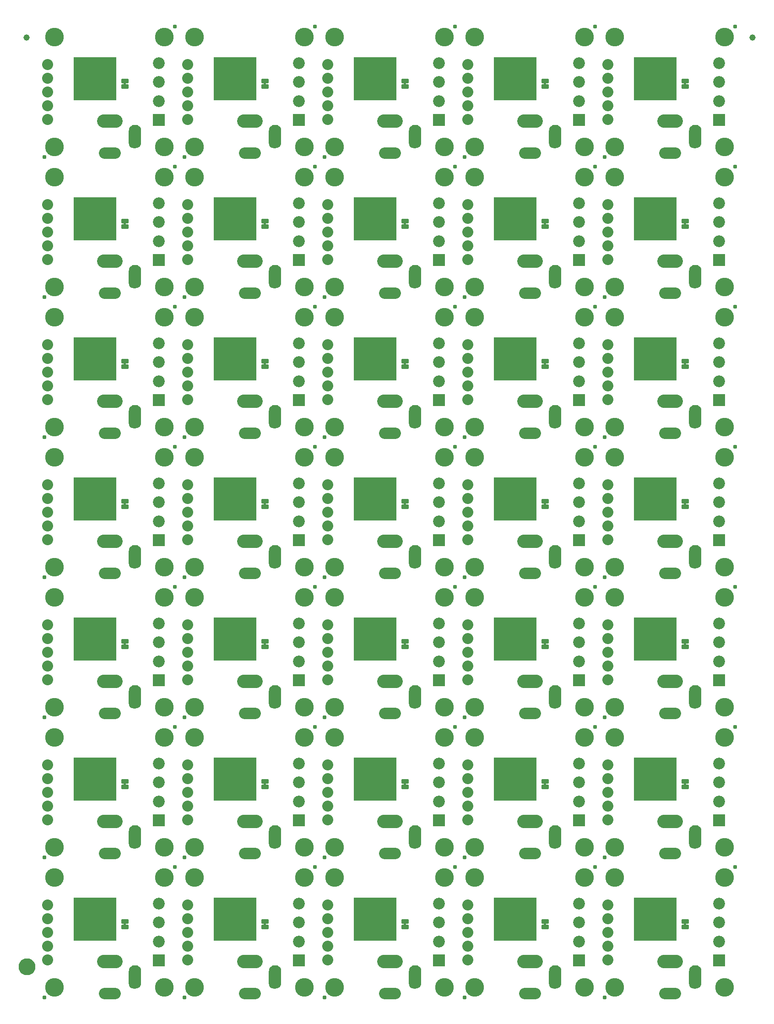
<source format=gbs>
G04 EAGLE Gerber RS-274X export*
G75*
%MOMM*%
%FSLAX34Y34*%
%LPD*%
%INSoldermask Bottom*%
%IPPOS*%
%AMOC8*
5,1,8,0,0,1.08239X$1,22.5*%
G01*
%ADD10C,0.787400*%
%ADD11C,3.454400*%
%ADD12R,2.184400X2.184400*%
%ADD13C,2.184400*%
%ADD14C,2.032000*%
%ADD15C,2.152400*%
%ADD16C,2.452400*%
%ADD17C,0.251966*%
%ADD18C,1.152400*%
%ADD19C,1.270000*%
%ADD20C,1.652400*%

G36*
X398322Y1665871D02*
X398322Y1665871D01*
X398373Y1665873D01*
X398405Y1665891D01*
X398441Y1665899D01*
X398480Y1665932D01*
X398525Y1665956D01*
X398546Y1665986D01*
X398574Y1666009D01*
X398595Y1666056D01*
X398625Y1666098D01*
X398633Y1666140D01*
X398645Y1666168D01*
X398644Y1666198D01*
X398652Y1666240D01*
X398652Y1744980D01*
X398641Y1745030D01*
X398639Y1745081D01*
X398621Y1745113D01*
X398613Y1745149D01*
X398580Y1745188D01*
X398556Y1745233D01*
X398526Y1745254D01*
X398503Y1745282D01*
X398456Y1745303D01*
X398414Y1745333D01*
X398372Y1745341D01*
X398344Y1745353D01*
X398314Y1745352D01*
X398272Y1745360D01*
X320040Y1745360D01*
X319990Y1745349D01*
X319939Y1745347D01*
X319907Y1745329D01*
X319871Y1745321D01*
X319832Y1745288D01*
X319787Y1745264D01*
X319766Y1745234D01*
X319738Y1745211D01*
X319717Y1745164D01*
X319687Y1745122D01*
X319679Y1745080D01*
X319667Y1745052D01*
X319668Y1745026D01*
X319667Y1745024D01*
X319667Y1745017D01*
X319660Y1744980D01*
X319660Y1666240D01*
X319671Y1666190D01*
X319673Y1666139D01*
X319691Y1666107D01*
X319699Y1666071D01*
X319732Y1666032D01*
X319756Y1665987D01*
X319786Y1665966D01*
X319809Y1665938D01*
X319856Y1665917D01*
X319898Y1665887D01*
X319940Y1665879D01*
X319968Y1665867D01*
X319998Y1665868D01*
X320040Y1665860D01*
X398272Y1665860D01*
X398322Y1665871D01*
G37*
G36*
X916482Y1665871D02*
X916482Y1665871D01*
X916533Y1665873D01*
X916565Y1665891D01*
X916601Y1665899D01*
X916640Y1665932D01*
X916685Y1665956D01*
X916706Y1665986D01*
X916734Y1666009D01*
X916755Y1666056D01*
X916785Y1666098D01*
X916793Y1666140D01*
X916805Y1666168D01*
X916804Y1666198D01*
X916812Y1666240D01*
X916812Y1744980D01*
X916801Y1745030D01*
X916799Y1745081D01*
X916781Y1745113D01*
X916773Y1745149D01*
X916740Y1745188D01*
X916716Y1745233D01*
X916686Y1745254D01*
X916663Y1745282D01*
X916616Y1745303D01*
X916574Y1745333D01*
X916532Y1745341D01*
X916504Y1745353D01*
X916474Y1745352D01*
X916432Y1745360D01*
X838200Y1745360D01*
X838150Y1745349D01*
X838099Y1745347D01*
X838067Y1745329D01*
X838031Y1745321D01*
X837992Y1745288D01*
X837947Y1745264D01*
X837926Y1745234D01*
X837898Y1745211D01*
X837877Y1745164D01*
X837847Y1745122D01*
X837839Y1745080D01*
X837827Y1745052D01*
X837828Y1745026D01*
X837827Y1745024D01*
X837827Y1745017D01*
X837820Y1744980D01*
X837820Y1666240D01*
X837831Y1666190D01*
X837833Y1666139D01*
X837851Y1666107D01*
X837859Y1666071D01*
X837892Y1666032D01*
X837916Y1665987D01*
X837946Y1665966D01*
X837969Y1665938D01*
X838016Y1665917D01*
X838058Y1665887D01*
X838100Y1665879D01*
X838128Y1665867D01*
X838158Y1665868D01*
X838200Y1665860D01*
X916432Y1665860D01*
X916482Y1665871D01*
G37*
G36*
X139242Y1665871D02*
X139242Y1665871D01*
X139293Y1665873D01*
X139325Y1665891D01*
X139361Y1665899D01*
X139400Y1665932D01*
X139445Y1665956D01*
X139466Y1665986D01*
X139494Y1666009D01*
X139515Y1666056D01*
X139545Y1666098D01*
X139553Y1666140D01*
X139565Y1666168D01*
X139564Y1666198D01*
X139572Y1666240D01*
X139572Y1744980D01*
X139561Y1745030D01*
X139559Y1745081D01*
X139541Y1745113D01*
X139533Y1745149D01*
X139500Y1745188D01*
X139476Y1745233D01*
X139446Y1745254D01*
X139423Y1745282D01*
X139376Y1745303D01*
X139334Y1745333D01*
X139292Y1745341D01*
X139264Y1745353D01*
X139234Y1745352D01*
X139192Y1745360D01*
X60960Y1745360D01*
X60910Y1745349D01*
X60859Y1745347D01*
X60827Y1745329D01*
X60791Y1745321D01*
X60752Y1745288D01*
X60707Y1745264D01*
X60686Y1745234D01*
X60658Y1745211D01*
X60637Y1745164D01*
X60607Y1745122D01*
X60599Y1745080D01*
X60587Y1745052D01*
X60588Y1745026D01*
X60587Y1745024D01*
X60587Y1745017D01*
X60580Y1744980D01*
X60580Y1666240D01*
X60591Y1666190D01*
X60593Y1666139D01*
X60611Y1666107D01*
X60619Y1666071D01*
X60652Y1666032D01*
X60676Y1665987D01*
X60706Y1665966D01*
X60729Y1665938D01*
X60776Y1665917D01*
X60818Y1665887D01*
X60860Y1665879D01*
X60888Y1665867D01*
X60918Y1665868D01*
X60960Y1665860D01*
X139192Y1665860D01*
X139242Y1665871D01*
G37*
G36*
X1175562Y1665871D02*
X1175562Y1665871D01*
X1175613Y1665873D01*
X1175645Y1665891D01*
X1175681Y1665899D01*
X1175720Y1665932D01*
X1175765Y1665956D01*
X1175786Y1665986D01*
X1175814Y1666009D01*
X1175835Y1666056D01*
X1175865Y1666098D01*
X1175873Y1666140D01*
X1175885Y1666168D01*
X1175884Y1666198D01*
X1175892Y1666240D01*
X1175892Y1744980D01*
X1175881Y1745030D01*
X1175879Y1745081D01*
X1175861Y1745113D01*
X1175853Y1745149D01*
X1175820Y1745188D01*
X1175796Y1745233D01*
X1175766Y1745254D01*
X1175743Y1745282D01*
X1175696Y1745303D01*
X1175654Y1745333D01*
X1175612Y1745341D01*
X1175584Y1745353D01*
X1175554Y1745352D01*
X1175512Y1745360D01*
X1097280Y1745360D01*
X1097230Y1745349D01*
X1097179Y1745347D01*
X1097147Y1745329D01*
X1097111Y1745321D01*
X1097072Y1745288D01*
X1097027Y1745264D01*
X1097006Y1745234D01*
X1096978Y1745211D01*
X1096957Y1745164D01*
X1096927Y1745122D01*
X1096919Y1745080D01*
X1096907Y1745052D01*
X1096908Y1745026D01*
X1096907Y1745024D01*
X1096907Y1745017D01*
X1096900Y1744980D01*
X1096900Y1666240D01*
X1096911Y1666190D01*
X1096913Y1666139D01*
X1096931Y1666107D01*
X1096939Y1666071D01*
X1096972Y1666032D01*
X1096996Y1665987D01*
X1097026Y1665966D01*
X1097049Y1665938D01*
X1097096Y1665917D01*
X1097138Y1665887D01*
X1097180Y1665879D01*
X1097208Y1665867D01*
X1097238Y1665868D01*
X1097280Y1665860D01*
X1175512Y1665860D01*
X1175562Y1665871D01*
G37*
G36*
X657402Y1665871D02*
X657402Y1665871D01*
X657453Y1665873D01*
X657485Y1665891D01*
X657521Y1665899D01*
X657560Y1665932D01*
X657605Y1665956D01*
X657626Y1665986D01*
X657654Y1666009D01*
X657675Y1666056D01*
X657705Y1666098D01*
X657713Y1666140D01*
X657725Y1666168D01*
X657724Y1666198D01*
X657732Y1666240D01*
X657732Y1744980D01*
X657721Y1745030D01*
X657719Y1745081D01*
X657701Y1745113D01*
X657693Y1745149D01*
X657660Y1745188D01*
X657636Y1745233D01*
X657606Y1745254D01*
X657583Y1745282D01*
X657536Y1745303D01*
X657494Y1745333D01*
X657452Y1745341D01*
X657424Y1745353D01*
X657394Y1745352D01*
X657352Y1745360D01*
X579120Y1745360D01*
X579070Y1745349D01*
X579019Y1745347D01*
X578987Y1745329D01*
X578951Y1745321D01*
X578912Y1745288D01*
X578867Y1745264D01*
X578846Y1745234D01*
X578818Y1745211D01*
X578797Y1745164D01*
X578767Y1745122D01*
X578759Y1745080D01*
X578747Y1745052D01*
X578748Y1745026D01*
X578747Y1745024D01*
X578747Y1745017D01*
X578740Y1744980D01*
X578740Y1666240D01*
X578751Y1666190D01*
X578753Y1666139D01*
X578771Y1666107D01*
X578779Y1666071D01*
X578812Y1666032D01*
X578836Y1665987D01*
X578866Y1665966D01*
X578889Y1665938D01*
X578936Y1665917D01*
X578978Y1665887D01*
X579020Y1665879D01*
X579048Y1665867D01*
X579078Y1665868D01*
X579120Y1665860D01*
X657352Y1665860D01*
X657402Y1665871D01*
G37*
G36*
X139242Y370471D02*
X139242Y370471D01*
X139293Y370473D01*
X139325Y370491D01*
X139361Y370499D01*
X139400Y370532D01*
X139445Y370556D01*
X139466Y370586D01*
X139494Y370609D01*
X139515Y370656D01*
X139545Y370698D01*
X139553Y370740D01*
X139565Y370768D01*
X139564Y370798D01*
X139572Y370840D01*
X139572Y449580D01*
X139561Y449630D01*
X139559Y449681D01*
X139541Y449713D01*
X139533Y449749D01*
X139500Y449788D01*
X139476Y449833D01*
X139446Y449854D01*
X139423Y449882D01*
X139376Y449903D01*
X139334Y449933D01*
X139292Y449941D01*
X139264Y449953D01*
X139234Y449952D01*
X139192Y449960D01*
X60960Y449960D01*
X60910Y449949D01*
X60859Y449947D01*
X60827Y449929D01*
X60791Y449921D01*
X60752Y449888D01*
X60707Y449864D01*
X60686Y449834D01*
X60658Y449811D01*
X60637Y449764D01*
X60607Y449722D01*
X60599Y449680D01*
X60587Y449652D01*
X60588Y449626D01*
X60587Y449624D01*
X60587Y449617D01*
X60580Y449580D01*
X60580Y370840D01*
X60591Y370790D01*
X60593Y370739D01*
X60611Y370707D01*
X60619Y370671D01*
X60652Y370632D01*
X60676Y370587D01*
X60706Y370566D01*
X60729Y370538D01*
X60776Y370517D01*
X60818Y370487D01*
X60860Y370479D01*
X60888Y370467D01*
X60918Y370468D01*
X60960Y370460D01*
X139192Y370460D01*
X139242Y370471D01*
G37*
G36*
X398322Y370471D02*
X398322Y370471D01*
X398373Y370473D01*
X398405Y370491D01*
X398441Y370499D01*
X398480Y370532D01*
X398525Y370556D01*
X398546Y370586D01*
X398574Y370609D01*
X398595Y370656D01*
X398625Y370698D01*
X398633Y370740D01*
X398645Y370768D01*
X398644Y370798D01*
X398652Y370840D01*
X398652Y449580D01*
X398641Y449630D01*
X398639Y449681D01*
X398621Y449713D01*
X398613Y449749D01*
X398580Y449788D01*
X398556Y449833D01*
X398526Y449854D01*
X398503Y449882D01*
X398456Y449903D01*
X398414Y449933D01*
X398372Y449941D01*
X398344Y449953D01*
X398314Y449952D01*
X398272Y449960D01*
X320040Y449960D01*
X319990Y449949D01*
X319939Y449947D01*
X319907Y449929D01*
X319871Y449921D01*
X319832Y449888D01*
X319787Y449864D01*
X319766Y449834D01*
X319738Y449811D01*
X319717Y449764D01*
X319687Y449722D01*
X319679Y449680D01*
X319667Y449652D01*
X319668Y449626D01*
X319667Y449624D01*
X319667Y449617D01*
X319660Y449580D01*
X319660Y370840D01*
X319671Y370790D01*
X319673Y370739D01*
X319691Y370707D01*
X319699Y370671D01*
X319732Y370632D01*
X319756Y370587D01*
X319786Y370566D01*
X319809Y370538D01*
X319856Y370517D01*
X319898Y370487D01*
X319940Y370479D01*
X319968Y370467D01*
X319998Y370468D01*
X320040Y370460D01*
X398272Y370460D01*
X398322Y370471D01*
G37*
G36*
X398322Y629551D02*
X398322Y629551D01*
X398373Y629553D01*
X398405Y629571D01*
X398441Y629579D01*
X398480Y629612D01*
X398525Y629636D01*
X398546Y629666D01*
X398574Y629689D01*
X398595Y629736D01*
X398625Y629778D01*
X398633Y629820D01*
X398645Y629848D01*
X398644Y629878D01*
X398652Y629920D01*
X398652Y708660D01*
X398641Y708710D01*
X398639Y708761D01*
X398621Y708793D01*
X398613Y708829D01*
X398580Y708868D01*
X398556Y708913D01*
X398526Y708934D01*
X398503Y708962D01*
X398456Y708983D01*
X398414Y709013D01*
X398372Y709021D01*
X398344Y709033D01*
X398314Y709032D01*
X398272Y709040D01*
X320040Y709040D01*
X319990Y709029D01*
X319939Y709027D01*
X319907Y709009D01*
X319871Y709001D01*
X319832Y708968D01*
X319787Y708944D01*
X319766Y708914D01*
X319738Y708891D01*
X319717Y708844D01*
X319687Y708802D01*
X319679Y708760D01*
X319667Y708732D01*
X319668Y708706D01*
X319667Y708704D01*
X319667Y708697D01*
X319660Y708660D01*
X319660Y629920D01*
X319671Y629870D01*
X319673Y629819D01*
X319691Y629787D01*
X319699Y629751D01*
X319732Y629712D01*
X319756Y629667D01*
X319786Y629646D01*
X319809Y629618D01*
X319856Y629597D01*
X319898Y629567D01*
X319940Y629559D01*
X319968Y629547D01*
X319998Y629548D01*
X320040Y629540D01*
X398272Y629540D01*
X398322Y629551D01*
G37*
G36*
X139242Y111391D02*
X139242Y111391D01*
X139293Y111393D01*
X139325Y111411D01*
X139361Y111419D01*
X139400Y111452D01*
X139445Y111476D01*
X139466Y111506D01*
X139494Y111529D01*
X139515Y111576D01*
X139545Y111618D01*
X139553Y111660D01*
X139565Y111688D01*
X139564Y111718D01*
X139572Y111760D01*
X139572Y190500D01*
X139561Y190550D01*
X139559Y190601D01*
X139541Y190633D01*
X139533Y190669D01*
X139500Y190708D01*
X139476Y190753D01*
X139446Y190774D01*
X139423Y190802D01*
X139376Y190823D01*
X139334Y190853D01*
X139292Y190861D01*
X139264Y190873D01*
X139234Y190872D01*
X139192Y190880D01*
X60960Y190880D01*
X60910Y190869D01*
X60859Y190867D01*
X60827Y190849D01*
X60791Y190841D01*
X60752Y190808D01*
X60707Y190784D01*
X60686Y190754D01*
X60658Y190731D01*
X60637Y190684D01*
X60607Y190642D01*
X60599Y190600D01*
X60587Y190572D01*
X60588Y190546D01*
X60587Y190544D01*
X60587Y190537D01*
X60580Y190500D01*
X60580Y111760D01*
X60591Y111710D01*
X60593Y111659D01*
X60611Y111627D01*
X60619Y111591D01*
X60652Y111552D01*
X60676Y111507D01*
X60706Y111486D01*
X60729Y111458D01*
X60776Y111437D01*
X60818Y111407D01*
X60860Y111399D01*
X60888Y111387D01*
X60918Y111388D01*
X60960Y111380D01*
X139192Y111380D01*
X139242Y111391D01*
G37*
G36*
X398322Y111391D02*
X398322Y111391D01*
X398373Y111393D01*
X398405Y111411D01*
X398441Y111419D01*
X398480Y111452D01*
X398525Y111476D01*
X398546Y111506D01*
X398574Y111529D01*
X398595Y111576D01*
X398625Y111618D01*
X398633Y111660D01*
X398645Y111688D01*
X398644Y111718D01*
X398652Y111760D01*
X398652Y190500D01*
X398641Y190550D01*
X398639Y190601D01*
X398621Y190633D01*
X398613Y190669D01*
X398580Y190708D01*
X398556Y190753D01*
X398526Y190774D01*
X398503Y190802D01*
X398456Y190823D01*
X398414Y190853D01*
X398372Y190861D01*
X398344Y190873D01*
X398314Y190872D01*
X398272Y190880D01*
X320040Y190880D01*
X319990Y190869D01*
X319939Y190867D01*
X319907Y190849D01*
X319871Y190841D01*
X319832Y190808D01*
X319787Y190784D01*
X319766Y190754D01*
X319738Y190731D01*
X319717Y190684D01*
X319687Y190642D01*
X319679Y190600D01*
X319667Y190572D01*
X319668Y190546D01*
X319667Y190544D01*
X319667Y190537D01*
X319660Y190500D01*
X319660Y111760D01*
X319671Y111710D01*
X319673Y111659D01*
X319691Y111627D01*
X319699Y111591D01*
X319732Y111552D01*
X319756Y111507D01*
X319786Y111486D01*
X319809Y111458D01*
X319856Y111437D01*
X319898Y111407D01*
X319940Y111399D01*
X319968Y111387D01*
X319998Y111388D01*
X320040Y111380D01*
X398272Y111380D01*
X398322Y111391D01*
G37*
G36*
X1175562Y629551D02*
X1175562Y629551D01*
X1175613Y629553D01*
X1175645Y629571D01*
X1175681Y629579D01*
X1175720Y629612D01*
X1175765Y629636D01*
X1175786Y629666D01*
X1175814Y629689D01*
X1175835Y629736D01*
X1175865Y629778D01*
X1175873Y629820D01*
X1175885Y629848D01*
X1175884Y629878D01*
X1175892Y629920D01*
X1175892Y708660D01*
X1175881Y708710D01*
X1175879Y708761D01*
X1175861Y708793D01*
X1175853Y708829D01*
X1175820Y708868D01*
X1175796Y708913D01*
X1175766Y708934D01*
X1175743Y708962D01*
X1175696Y708983D01*
X1175654Y709013D01*
X1175612Y709021D01*
X1175584Y709033D01*
X1175554Y709032D01*
X1175512Y709040D01*
X1097280Y709040D01*
X1097230Y709029D01*
X1097179Y709027D01*
X1097147Y709009D01*
X1097111Y709001D01*
X1097072Y708968D01*
X1097027Y708944D01*
X1097006Y708914D01*
X1096978Y708891D01*
X1096957Y708844D01*
X1096927Y708802D01*
X1096919Y708760D01*
X1096907Y708732D01*
X1096908Y708706D01*
X1096907Y708704D01*
X1096907Y708697D01*
X1096900Y708660D01*
X1096900Y629920D01*
X1096911Y629870D01*
X1096913Y629819D01*
X1096931Y629787D01*
X1096939Y629751D01*
X1096972Y629712D01*
X1096996Y629667D01*
X1097026Y629646D01*
X1097049Y629618D01*
X1097096Y629597D01*
X1097138Y629567D01*
X1097180Y629559D01*
X1097208Y629547D01*
X1097238Y629548D01*
X1097280Y629540D01*
X1175512Y629540D01*
X1175562Y629551D01*
G37*
G36*
X139242Y629551D02*
X139242Y629551D01*
X139293Y629553D01*
X139325Y629571D01*
X139361Y629579D01*
X139400Y629612D01*
X139445Y629636D01*
X139466Y629666D01*
X139494Y629689D01*
X139515Y629736D01*
X139545Y629778D01*
X139553Y629820D01*
X139565Y629848D01*
X139564Y629878D01*
X139572Y629920D01*
X139572Y708660D01*
X139561Y708710D01*
X139559Y708761D01*
X139541Y708793D01*
X139533Y708829D01*
X139500Y708868D01*
X139476Y708913D01*
X139446Y708934D01*
X139423Y708962D01*
X139376Y708983D01*
X139334Y709013D01*
X139292Y709021D01*
X139264Y709033D01*
X139234Y709032D01*
X139192Y709040D01*
X60960Y709040D01*
X60910Y709029D01*
X60859Y709027D01*
X60827Y709009D01*
X60791Y709001D01*
X60752Y708968D01*
X60707Y708944D01*
X60686Y708914D01*
X60658Y708891D01*
X60637Y708844D01*
X60607Y708802D01*
X60599Y708760D01*
X60587Y708732D01*
X60588Y708706D01*
X60587Y708704D01*
X60587Y708697D01*
X60580Y708660D01*
X60580Y629920D01*
X60591Y629870D01*
X60593Y629819D01*
X60611Y629787D01*
X60619Y629751D01*
X60652Y629712D01*
X60676Y629667D01*
X60706Y629646D01*
X60729Y629618D01*
X60776Y629597D01*
X60818Y629567D01*
X60860Y629559D01*
X60888Y629547D01*
X60918Y629548D01*
X60960Y629540D01*
X139192Y629540D01*
X139242Y629551D01*
G37*
G36*
X139242Y888631D02*
X139242Y888631D01*
X139293Y888633D01*
X139325Y888651D01*
X139361Y888659D01*
X139400Y888692D01*
X139445Y888716D01*
X139466Y888746D01*
X139494Y888769D01*
X139515Y888816D01*
X139545Y888858D01*
X139553Y888900D01*
X139565Y888928D01*
X139564Y888958D01*
X139572Y889000D01*
X139572Y967740D01*
X139561Y967790D01*
X139559Y967841D01*
X139541Y967873D01*
X139533Y967909D01*
X139500Y967948D01*
X139476Y967993D01*
X139446Y968014D01*
X139423Y968042D01*
X139376Y968063D01*
X139334Y968093D01*
X139292Y968101D01*
X139264Y968113D01*
X139234Y968112D01*
X139192Y968120D01*
X60960Y968120D01*
X60910Y968109D01*
X60859Y968107D01*
X60827Y968089D01*
X60791Y968081D01*
X60752Y968048D01*
X60707Y968024D01*
X60686Y967994D01*
X60658Y967971D01*
X60637Y967924D01*
X60607Y967882D01*
X60599Y967840D01*
X60587Y967812D01*
X60588Y967786D01*
X60587Y967784D01*
X60587Y967777D01*
X60580Y967740D01*
X60580Y889000D01*
X60591Y888950D01*
X60593Y888899D01*
X60611Y888867D01*
X60619Y888831D01*
X60652Y888792D01*
X60676Y888747D01*
X60706Y888726D01*
X60729Y888698D01*
X60776Y888677D01*
X60818Y888647D01*
X60860Y888639D01*
X60888Y888627D01*
X60918Y888628D01*
X60960Y888620D01*
X139192Y888620D01*
X139242Y888631D01*
G37*
G36*
X1175562Y111391D02*
X1175562Y111391D01*
X1175613Y111393D01*
X1175645Y111411D01*
X1175681Y111419D01*
X1175720Y111452D01*
X1175765Y111476D01*
X1175786Y111506D01*
X1175814Y111529D01*
X1175835Y111576D01*
X1175865Y111618D01*
X1175873Y111660D01*
X1175885Y111688D01*
X1175884Y111718D01*
X1175892Y111760D01*
X1175892Y190500D01*
X1175881Y190550D01*
X1175879Y190601D01*
X1175861Y190633D01*
X1175853Y190669D01*
X1175820Y190708D01*
X1175796Y190753D01*
X1175766Y190774D01*
X1175743Y190802D01*
X1175696Y190823D01*
X1175654Y190853D01*
X1175612Y190861D01*
X1175584Y190873D01*
X1175554Y190872D01*
X1175512Y190880D01*
X1097280Y190880D01*
X1097230Y190869D01*
X1097179Y190867D01*
X1097147Y190849D01*
X1097111Y190841D01*
X1097072Y190808D01*
X1097027Y190784D01*
X1097006Y190754D01*
X1096978Y190731D01*
X1096957Y190684D01*
X1096927Y190642D01*
X1096919Y190600D01*
X1096907Y190572D01*
X1096908Y190546D01*
X1096907Y190544D01*
X1096907Y190537D01*
X1096900Y190500D01*
X1096900Y111760D01*
X1096911Y111710D01*
X1096913Y111659D01*
X1096931Y111627D01*
X1096939Y111591D01*
X1096972Y111552D01*
X1096996Y111507D01*
X1097026Y111486D01*
X1097049Y111458D01*
X1097096Y111437D01*
X1097138Y111407D01*
X1097180Y111399D01*
X1097208Y111387D01*
X1097238Y111388D01*
X1097280Y111380D01*
X1175512Y111380D01*
X1175562Y111391D01*
G37*
G36*
X1175562Y888631D02*
X1175562Y888631D01*
X1175613Y888633D01*
X1175645Y888651D01*
X1175681Y888659D01*
X1175720Y888692D01*
X1175765Y888716D01*
X1175786Y888746D01*
X1175814Y888769D01*
X1175835Y888816D01*
X1175865Y888858D01*
X1175873Y888900D01*
X1175885Y888928D01*
X1175884Y888958D01*
X1175892Y889000D01*
X1175892Y967740D01*
X1175881Y967790D01*
X1175879Y967841D01*
X1175861Y967873D01*
X1175853Y967909D01*
X1175820Y967948D01*
X1175796Y967993D01*
X1175766Y968014D01*
X1175743Y968042D01*
X1175696Y968063D01*
X1175654Y968093D01*
X1175612Y968101D01*
X1175584Y968113D01*
X1175554Y968112D01*
X1175512Y968120D01*
X1097280Y968120D01*
X1097230Y968109D01*
X1097179Y968107D01*
X1097147Y968089D01*
X1097111Y968081D01*
X1097072Y968048D01*
X1097027Y968024D01*
X1097006Y967994D01*
X1096978Y967971D01*
X1096957Y967924D01*
X1096927Y967882D01*
X1096919Y967840D01*
X1096907Y967812D01*
X1096908Y967786D01*
X1096907Y967784D01*
X1096907Y967777D01*
X1096900Y967740D01*
X1096900Y889000D01*
X1096911Y888950D01*
X1096913Y888899D01*
X1096931Y888867D01*
X1096939Y888831D01*
X1096972Y888792D01*
X1096996Y888747D01*
X1097026Y888726D01*
X1097049Y888698D01*
X1097096Y888677D01*
X1097138Y888647D01*
X1097180Y888639D01*
X1097208Y888627D01*
X1097238Y888628D01*
X1097280Y888620D01*
X1175512Y888620D01*
X1175562Y888631D01*
G37*
G36*
X657402Y1406791D02*
X657402Y1406791D01*
X657453Y1406793D01*
X657485Y1406811D01*
X657521Y1406819D01*
X657560Y1406852D01*
X657605Y1406876D01*
X657626Y1406906D01*
X657654Y1406929D01*
X657675Y1406976D01*
X657705Y1407018D01*
X657713Y1407060D01*
X657725Y1407088D01*
X657724Y1407118D01*
X657732Y1407160D01*
X657732Y1485900D01*
X657721Y1485950D01*
X657719Y1486001D01*
X657701Y1486033D01*
X657693Y1486069D01*
X657660Y1486108D01*
X657636Y1486153D01*
X657606Y1486174D01*
X657583Y1486202D01*
X657536Y1486223D01*
X657494Y1486253D01*
X657452Y1486261D01*
X657424Y1486273D01*
X657394Y1486272D01*
X657352Y1486280D01*
X579120Y1486280D01*
X579070Y1486269D01*
X579019Y1486267D01*
X578987Y1486249D01*
X578951Y1486241D01*
X578912Y1486208D01*
X578867Y1486184D01*
X578846Y1486154D01*
X578818Y1486131D01*
X578797Y1486084D01*
X578767Y1486042D01*
X578759Y1486000D01*
X578747Y1485972D01*
X578748Y1485946D01*
X578747Y1485944D01*
X578747Y1485937D01*
X578740Y1485900D01*
X578740Y1407160D01*
X578751Y1407110D01*
X578753Y1407059D01*
X578771Y1407027D01*
X578779Y1406991D01*
X578812Y1406952D01*
X578836Y1406907D01*
X578866Y1406886D01*
X578889Y1406858D01*
X578936Y1406837D01*
X578978Y1406807D01*
X579020Y1406799D01*
X579048Y1406787D01*
X579078Y1406788D01*
X579120Y1406780D01*
X657352Y1406780D01*
X657402Y1406791D01*
G37*
G36*
X139242Y1406791D02*
X139242Y1406791D01*
X139293Y1406793D01*
X139325Y1406811D01*
X139361Y1406819D01*
X139400Y1406852D01*
X139445Y1406876D01*
X139466Y1406906D01*
X139494Y1406929D01*
X139515Y1406976D01*
X139545Y1407018D01*
X139553Y1407060D01*
X139565Y1407088D01*
X139564Y1407118D01*
X139572Y1407160D01*
X139572Y1485900D01*
X139561Y1485950D01*
X139559Y1486001D01*
X139541Y1486033D01*
X139533Y1486069D01*
X139500Y1486108D01*
X139476Y1486153D01*
X139446Y1486174D01*
X139423Y1486202D01*
X139376Y1486223D01*
X139334Y1486253D01*
X139292Y1486261D01*
X139264Y1486273D01*
X139234Y1486272D01*
X139192Y1486280D01*
X60960Y1486280D01*
X60910Y1486269D01*
X60859Y1486267D01*
X60827Y1486249D01*
X60791Y1486241D01*
X60752Y1486208D01*
X60707Y1486184D01*
X60686Y1486154D01*
X60658Y1486131D01*
X60637Y1486084D01*
X60607Y1486042D01*
X60599Y1486000D01*
X60587Y1485972D01*
X60588Y1485946D01*
X60587Y1485944D01*
X60587Y1485937D01*
X60580Y1485900D01*
X60580Y1407160D01*
X60591Y1407110D01*
X60593Y1407059D01*
X60611Y1407027D01*
X60619Y1406991D01*
X60652Y1406952D01*
X60676Y1406907D01*
X60706Y1406886D01*
X60729Y1406858D01*
X60776Y1406837D01*
X60818Y1406807D01*
X60860Y1406799D01*
X60888Y1406787D01*
X60918Y1406788D01*
X60960Y1406780D01*
X139192Y1406780D01*
X139242Y1406791D01*
G37*
G36*
X1175562Y1406791D02*
X1175562Y1406791D01*
X1175613Y1406793D01*
X1175645Y1406811D01*
X1175681Y1406819D01*
X1175720Y1406852D01*
X1175765Y1406876D01*
X1175786Y1406906D01*
X1175814Y1406929D01*
X1175835Y1406976D01*
X1175865Y1407018D01*
X1175873Y1407060D01*
X1175885Y1407088D01*
X1175884Y1407118D01*
X1175892Y1407160D01*
X1175892Y1485900D01*
X1175881Y1485950D01*
X1175879Y1486001D01*
X1175861Y1486033D01*
X1175853Y1486069D01*
X1175820Y1486108D01*
X1175796Y1486153D01*
X1175766Y1486174D01*
X1175743Y1486202D01*
X1175696Y1486223D01*
X1175654Y1486253D01*
X1175612Y1486261D01*
X1175584Y1486273D01*
X1175554Y1486272D01*
X1175512Y1486280D01*
X1097280Y1486280D01*
X1097230Y1486269D01*
X1097179Y1486267D01*
X1097147Y1486249D01*
X1097111Y1486241D01*
X1097072Y1486208D01*
X1097027Y1486184D01*
X1097006Y1486154D01*
X1096978Y1486131D01*
X1096957Y1486084D01*
X1096927Y1486042D01*
X1096919Y1486000D01*
X1096907Y1485972D01*
X1096908Y1485946D01*
X1096907Y1485944D01*
X1096907Y1485937D01*
X1096900Y1485900D01*
X1096900Y1407160D01*
X1096911Y1407110D01*
X1096913Y1407059D01*
X1096931Y1407027D01*
X1096939Y1406991D01*
X1096972Y1406952D01*
X1096996Y1406907D01*
X1097026Y1406886D01*
X1097049Y1406858D01*
X1097096Y1406837D01*
X1097138Y1406807D01*
X1097180Y1406799D01*
X1097208Y1406787D01*
X1097238Y1406788D01*
X1097280Y1406780D01*
X1175512Y1406780D01*
X1175562Y1406791D01*
G37*
G36*
X398322Y1406791D02*
X398322Y1406791D01*
X398373Y1406793D01*
X398405Y1406811D01*
X398441Y1406819D01*
X398480Y1406852D01*
X398525Y1406876D01*
X398546Y1406906D01*
X398574Y1406929D01*
X398595Y1406976D01*
X398625Y1407018D01*
X398633Y1407060D01*
X398645Y1407088D01*
X398644Y1407118D01*
X398652Y1407160D01*
X398652Y1485900D01*
X398641Y1485950D01*
X398639Y1486001D01*
X398621Y1486033D01*
X398613Y1486069D01*
X398580Y1486108D01*
X398556Y1486153D01*
X398526Y1486174D01*
X398503Y1486202D01*
X398456Y1486223D01*
X398414Y1486253D01*
X398372Y1486261D01*
X398344Y1486273D01*
X398314Y1486272D01*
X398272Y1486280D01*
X320040Y1486280D01*
X319990Y1486269D01*
X319939Y1486267D01*
X319907Y1486249D01*
X319871Y1486241D01*
X319832Y1486208D01*
X319787Y1486184D01*
X319766Y1486154D01*
X319738Y1486131D01*
X319717Y1486084D01*
X319687Y1486042D01*
X319679Y1486000D01*
X319667Y1485972D01*
X319668Y1485946D01*
X319667Y1485944D01*
X319667Y1485937D01*
X319660Y1485900D01*
X319660Y1407160D01*
X319671Y1407110D01*
X319673Y1407059D01*
X319691Y1407027D01*
X319699Y1406991D01*
X319732Y1406952D01*
X319756Y1406907D01*
X319786Y1406886D01*
X319809Y1406858D01*
X319856Y1406837D01*
X319898Y1406807D01*
X319940Y1406799D01*
X319968Y1406787D01*
X319998Y1406788D01*
X320040Y1406780D01*
X398272Y1406780D01*
X398322Y1406791D01*
G37*
G36*
X916482Y1406791D02*
X916482Y1406791D01*
X916533Y1406793D01*
X916565Y1406811D01*
X916601Y1406819D01*
X916640Y1406852D01*
X916685Y1406876D01*
X916706Y1406906D01*
X916734Y1406929D01*
X916755Y1406976D01*
X916785Y1407018D01*
X916793Y1407060D01*
X916805Y1407088D01*
X916804Y1407118D01*
X916812Y1407160D01*
X916812Y1485900D01*
X916801Y1485950D01*
X916799Y1486001D01*
X916781Y1486033D01*
X916773Y1486069D01*
X916740Y1486108D01*
X916716Y1486153D01*
X916686Y1486174D01*
X916663Y1486202D01*
X916616Y1486223D01*
X916574Y1486253D01*
X916532Y1486261D01*
X916504Y1486273D01*
X916474Y1486272D01*
X916432Y1486280D01*
X838200Y1486280D01*
X838150Y1486269D01*
X838099Y1486267D01*
X838067Y1486249D01*
X838031Y1486241D01*
X837992Y1486208D01*
X837947Y1486184D01*
X837926Y1486154D01*
X837898Y1486131D01*
X837877Y1486084D01*
X837847Y1486042D01*
X837839Y1486000D01*
X837827Y1485972D01*
X837828Y1485946D01*
X837827Y1485944D01*
X837827Y1485937D01*
X837820Y1485900D01*
X837820Y1407160D01*
X837831Y1407110D01*
X837833Y1407059D01*
X837851Y1407027D01*
X837859Y1406991D01*
X837892Y1406952D01*
X837916Y1406907D01*
X837946Y1406886D01*
X837969Y1406858D01*
X838016Y1406837D01*
X838058Y1406807D01*
X838100Y1406799D01*
X838128Y1406787D01*
X838158Y1406788D01*
X838200Y1406780D01*
X916432Y1406780D01*
X916482Y1406791D01*
G37*
G36*
X916482Y111391D02*
X916482Y111391D01*
X916533Y111393D01*
X916565Y111411D01*
X916601Y111419D01*
X916640Y111452D01*
X916685Y111476D01*
X916706Y111506D01*
X916734Y111529D01*
X916755Y111576D01*
X916785Y111618D01*
X916793Y111660D01*
X916805Y111688D01*
X916804Y111718D01*
X916812Y111760D01*
X916812Y190500D01*
X916801Y190550D01*
X916799Y190601D01*
X916781Y190633D01*
X916773Y190669D01*
X916740Y190708D01*
X916716Y190753D01*
X916686Y190774D01*
X916663Y190802D01*
X916616Y190823D01*
X916574Y190853D01*
X916532Y190861D01*
X916504Y190873D01*
X916474Y190872D01*
X916432Y190880D01*
X838200Y190880D01*
X838150Y190869D01*
X838099Y190867D01*
X838067Y190849D01*
X838031Y190841D01*
X837992Y190808D01*
X837947Y190784D01*
X837926Y190754D01*
X837898Y190731D01*
X837877Y190684D01*
X837847Y190642D01*
X837839Y190600D01*
X837827Y190572D01*
X837828Y190546D01*
X837827Y190544D01*
X837827Y190537D01*
X837820Y190500D01*
X837820Y111760D01*
X837831Y111710D01*
X837833Y111659D01*
X837851Y111627D01*
X837859Y111591D01*
X837892Y111552D01*
X837916Y111507D01*
X837946Y111486D01*
X837969Y111458D01*
X838016Y111437D01*
X838058Y111407D01*
X838100Y111399D01*
X838128Y111387D01*
X838158Y111388D01*
X838200Y111380D01*
X916432Y111380D01*
X916482Y111391D01*
G37*
G36*
X657402Y111391D02*
X657402Y111391D01*
X657453Y111393D01*
X657485Y111411D01*
X657521Y111419D01*
X657560Y111452D01*
X657605Y111476D01*
X657626Y111506D01*
X657654Y111529D01*
X657675Y111576D01*
X657705Y111618D01*
X657713Y111660D01*
X657725Y111688D01*
X657724Y111718D01*
X657732Y111760D01*
X657732Y190500D01*
X657721Y190550D01*
X657719Y190601D01*
X657701Y190633D01*
X657693Y190669D01*
X657660Y190708D01*
X657636Y190753D01*
X657606Y190774D01*
X657583Y190802D01*
X657536Y190823D01*
X657494Y190853D01*
X657452Y190861D01*
X657424Y190873D01*
X657394Y190872D01*
X657352Y190880D01*
X579120Y190880D01*
X579070Y190869D01*
X579019Y190867D01*
X578987Y190849D01*
X578951Y190841D01*
X578912Y190808D01*
X578867Y190784D01*
X578846Y190754D01*
X578818Y190731D01*
X578797Y190684D01*
X578767Y190642D01*
X578759Y190600D01*
X578747Y190572D01*
X578748Y190546D01*
X578747Y190544D01*
X578747Y190537D01*
X578740Y190500D01*
X578740Y111760D01*
X578751Y111710D01*
X578753Y111659D01*
X578771Y111627D01*
X578779Y111591D01*
X578812Y111552D01*
X578836Y111507D01*
X578866Y111486D01*
X578889Y111458D01*
X578936Y111437D01*
X578978Y111407D01*
X579020Y111399D01*
X579048Y111387D01*
X579078Y111388D01*
X579120Y111380D01*
X657352Y111380D01*
X657402Y111391D01*
G37*
G36*
X916482Y370471D02*
X916482Y370471D01*
X916533Y370473D01*
X916565Y370491D01*
X916601Y370499D01*
X916640Y370532D01*
X916685Y370556D01*
X916706Y370586D01*
X916734Y370609D01*
X916755Y370656D01*
X916785Y370698D01*
X916793Y370740D01*
X916805Y370768D01*
X916804Y370798D01*
X916812Y370840D01*
X916812Y449580D01*
X916801Y449630D01*
X916799Y449681D01*
X916781Y449713D01*
X916773Y449749D01*
X916740Y449788D01*
X916716Y449833D01*
X916686Y449854D01*
X916663Y449882D01*
X916616Y449903D01*
X916574Y449933D01*
X916532Y449941D01*
X916504Y449953D01*
X916474Y449952D01*
X916432Y449960D01*
X838200Y449960D01*
X838150Y449949D01*
X838099Y449947D01*
X838067Y449929D01*
X838031Y449921D01*
X837992Y449888D01*
X837947Y449864D01*
X837926Y449834D01*
X837898Y449811D01*
X837877Y449764D01*
X837847Y449722D01*
X837839Y449680D01*
X837827Y449652D01*
X837828Y449626D01*
X837827Y449624D01*
X837827Y449617D01*
X837820Y449580D01*
X837820Y370840D01*
X837831Y370790D01*
X837833Y370739D01*
X837851Y370707D01*
X837859Y370671D01*
X837892Y370632D01*
X837916Y370587D01*
X837946Y370566D01*
X837969Y370538D01*
X838016Y370517D01*
X838058Y370487D01*
X838100Y370479D01*
X838128Y370467D01*
X838158Y370468D01*
X838200Y370460D01*
X916432Y370460D01*
X916482Y370471D01*
G37*
G36*
X1175562Y370471D02*
X1175562Y370471D01*
X1175613Y370473D01*
X1175645Y370491D01*
X1175681Y370499D01*
X1175720Y370532D01*
X1175765Y370556D01*
X1175786Y370586D01*
X1175814Y370609D01*
X1175835Y370656D01*
X1175865Y370698D01*
X1175873Y370740D01*
X1175885Y370768D01*
X1175884Y370798D01*
X1175892Y370840D01*
X1175892Y449580D01*
X1175881Y449630D01*
X1175879Y449681D01*
X1175861Y449713D01*
X1175853Y449749D01*
X1175820Y449788D01*
X1175796Y449833D01*
X1175766Y449854D01*
X1175743Y449882D01*
X1175696Y449903D01*
X1175654Y449933D01*
X1175612Y449941D01*
X1175584Y449953D01*
X1175554Y449952D01*
X1175512Y449960D01*
X1097280Y449960D01*
X1097230Y449949D01*
X1097179Y449947D01*
X1097147Y449929D01*
X1097111Y449921D01*
X1097072Y449888D01*
X1097027Y449864D01*
X1097006Y449834D01*
X1096978Y449811D01*
X1096957Y449764D01*
X1096927Y449722D01*
X1096919Y449680D01*
X1096907Y449652D01*
X1096908Y449626D01*
X1096907Y449624D01*
X1096907Y449617D01*
X1096900Y449580D01*
X1096900Y370840D01*
X1096911Y370790D01*
X1096913Y370739D01*
X1096931Y370707D01*
X1096939Y370671D01*
X1096972Y370632D01*
X1096996Y370587D01*
X1097026Y370566D01*
X1097049Y370538D01*
X1097096Y370517D01*
X1097138Y370487D01*
X1097180Y370479D01*
X1097208Y370467D01*
X1097238Y370468D01*
X1097280Y370460D01*
X1175512Y370460D01*
X1175562Y370471D01*
G37*
G36*
X657402Y370471D02*
X657402Y370471D01*
X657453Y370473D01*
X657485Y370491D01*
X657521Y370499D01*
X657560Y370532D01*
X657605Y370556D01*
X657626Y370586D01*
X657654Y370609D01*
X657675Y370656D01*
X657705Y370698D01*
X657713Y370740D01*
X657725Y370768D01*
X657724Y370798D01*
X657732Y370840D01*
X657732Y449580D01*
X657721Y449630D01*
X657719Y449681D01*
X657701Y449713D01*
X657693Y449749D01*
X657660Y449788D01*
X657636Y449833D01*
X657606Y449854D01*
X657583Y449882D01*
X657536Y449903D01*
X657494Y449933D01*
X657452Y449941D01*
X657424Y449953D01*
X657394Y449952D01*
X657352Y449960D01*
X579120Y449960D01*
X579070Y449949D01*
X579019Y449947D01*
X578987Y449929D01*
X578951Y449921D01*
X578912Y449888D01*
X578867Y449864D01*
X578846Y449834D01*
X578818Y449811D01*
X578797Y449764D01*
X578767Y449722D01*
X578759Y449680D01*
X578747Y449652D01*
X578748Y449626D01*
X578747Y449624D01*
X578747Y449617D01*
X578740Y449580D01*
X578740Y370840D01*
X578751Y370790D01*
X578753Y370739D01*
X578771Y370707D01*
X578779Y370671D01*
X578812Y370632D01*
X578836Y370587D01*
X578866Y370566D01*
X578889Y370538D01*
X578936Y370517D01*
X578978Y370487D01*
X579020Y370479D01*
X579048Y370467D01*
X579078Y370468D01*
X579120Y370460D01*
X657352Y370460D01*
X657402Y370471D01*
G37*
G36*
X916482Y888631D02*
X916482Y888631D01*
X916533Y888633D01*
X916565Y888651D01*
X916601Y888659D01*
X916640Y888692D01*
X916685Y888716D01*
X916706Y888746D01*
X916734Y888769D01*
X916755Y888816D01*
X916785Y888858D01*
X916793Y888900D01*
X916805Y888928D01*
X916804Y888958D01*
X916812Y889000D01*
X916812Y967740D01*
X916801Y967790D01*
X916799Y967841D01*
X916781Y967873D01*
X916773Y967909D01*
X916740Y967948D01*
X916716Y967993D01*
X916686Y968014D01*
X916663Y968042D01*
X916616Y968063D01*
X916574Y968093D01*
X916532Y968101D01*
X916504Y968113D01*
X916474Y968112D01*
X916432Y968120D01*
X838200Y968120D01*
X838150Y968109D01*
X838099Y968107D01*
X838067Y968089D01*
X838031Y968081D01*
X837992Y968048D01*
X837947Y968024D01*
X837926Y967994D01*
X837898Y967971D01*
X837877Y967924D01*
X837847Y967882D01*
X837839Y967840D01*
X837827Y967812D01*
X837828Y967786D01*
X837827Y967784D01*
X837827Y967777D01*
X837820Y967740D01*
X837820Y889000D01*
X837831Y888950D01*
X837833Y888899D01*
X837851Y888867D01*
X837859Y888831D01*
X837892Y888792D01*
X837916Y888747D01*
X837946Y888726D01*
X837969Y888698D01*
X838016Y888677D01*
X838058Y888647D01*
X838100Y888639D01*
X838128Y888627D01*
X838158Y888628D01*
X838200Y888620D01*
X916432Y888620D01*
X916482Y888631D01*
G37*
G36*
X916482Y629551D02*
X916482Y629551D01*
X916533Y629553D01*
X916565Y629571D01*
X916601Y629579D01*
X916640Y629612D01*
X916685Y629636D01*
X916706Y629666D01*
X916734Y629689D01*
X916755Y629736D01*
X916785Y629778D01*
X916793Y629820D01*
X916805Y629848D01*
X916804Y629878D01*
X916812Y629920D01*
X916812Y708660D01*
X916801Y708710D01*
X916799Y708761D01*
X916781Y708793D01*
X916773Y708829D01*
X916740Y708868D01*
X916716Y708913D01*
X916686Y708934D01*
X916663Y708962D01*
X916616Y708983D01*
X916574Y709013D01*
X916532Y709021D01*
X916504Y709033D01*
X916474Y709032D01*
X916432Y709040D01*
X838200Y709040D01*
X838150Y709029D01*
X838099Y709027D01*
X838067Y709009D01*
X838031Y709001D01*
X837992Y708968D01*
X837947Y708944D01*
X837926Y708914D01*
X837898Y708891D01*
X837877Y708844D01*
X837847Y708802D01*
X837839Y708760D01*
X837827Y708732D01*
X837828Y708706D01*
X837827Y708704D01*
X837827Y708697D01*
X837820Y708660D01*
X837820Y629920D01*
X837831Y629870D01*
X837833Y629819D01*
X837851Y629787D01*
X837859Y629751D01*
X837892Y629712D01*
X837916Y629667D01*
X837946Y629646D01*
X837969Y629618D01*
X838016Y629597D01*
X838058Y629567D01*
X838100Y629559D01*
X838128Y629547D01*
X838158Y629548D01*
X838200Y629540D01*
X916432Y629540D01*
X916482Y629551D01*
G37*
G36*
X657402Y629551D02*
X657402Y629551D01*
X657453Y629553D01*
X657485Y629571D01*
X657521Y629579D01*
X657560Y629612D01*
X657605Y629636D01*
X657626Y629666D01*
X657654Y629689D01*
X657675Y629736D01*
X657705Y629778D01*
X657713Y629820D01*
X657725Y629848D01*
X657724Y629878D01*
X657732Y629920D01*
X657732Y708660D01*
X657721Y708710D01*
X657719Y708761D01*
X657701Y708793D01*
X657693Y708829D01*
X657660Y708868D01*
X657636Y708913D01*
X657606Y708934D01*
X657583Y708962D01*
X657536Y708983D01*
X657494Y709013D01*
X657452Y709021D01*
X657424Y709033D01*
X657394Y709032D01*
X657352Y709040D01*
X579120Y709040D01*
X579070Y709029D01*
X579019Y709027D01*
X578987Y709009D01*
X578951Y709001D01*
X578912Y708968D01*
X578867Y708944D01*
X578846Y708914D01*
X578818Y708891D01*
X578797Y708844D01*
X578767Y708802D01*
X578759Y708760D01*
X578747Y708732D01*
X578748Y708706D01*
X578747Y708704D01*
X578747Y708697D01*
X578740Y708660D01*
X578740Y629920D01*
X578751Y629870D01*
X578753Y629819D01*
X578771Y629787D01*
X578779Y629751D01*
X578812Y629712D01*
X578836Y629667D01*
X578866Y629646D01*
X578889Y629618D01*
X578936Y629597D01*
X578978Y629567D01*
X579020Y629559D01*
X579048Y629547D01*
X579078Y629548D01*
X579120Y629540D01*
X657352Y629540D01*
X657402Y629551D01*
G37*
G36*
X398322Y888631D02*
X398322Y888631D01*
X398373Y888633D01*
X398405Y888651D01*
X398441Y888659D01*
X398480Y888692D01*
X398525Y888716D01*
X398546Y888746D01*
X398574Y888769D01*
X398595Y888816D01*
X398625Y888858D01*
X398633Y888900D01*
X398645Y888928D01*
X398644Y888958D01*
X398652Y889000D01*
X398652Y967740D01*
X398641Y967790D01*
X398639Y967841D01*
X398621Y967873D01*
X398613Y967909D01*
X398580Y967948D01*
X398556Y967993D01*
X398526Y968014D01*
X398503Y968042D01*
X398456Y968063D01*
X398414Y968093D01*
X398372Y968101D01*
X398344Y968113D01*
X398314Y968112D01*
X398272Y968120D01*
X320040Y968120D01*
X319990Y968109D01*
X319939Y968107D01*
X319907Y968089D01*
X319871Y968081D01*
X319832Y968048D01*
X319787Y968024D01*
X319766Y967994D01*
X319738Y967971D01*
X319717Y967924D01*
X319687Y967882D01*
X319679Y967840D01*
X319667Y967812D01*
X319668Y967786D01*
X319667Y967784D01*
X319667Y967777D01*
X319660Y967740D01*
X319660Y889000D01*
X319671Y888950D01*
X319673Y888899D01*
X319691Y888867D01*
X319699Y888831D01*
X319732Y888792D01*
X319756Y888747D01*
X319786Y888726D01*
X319809Y888698D01*
X319856Y888677D01*
X319898Y888647D01*
X319940Y888639D01*
X319968Y888627D01*
X319998Y888628D01*
X320040Y888620D01*
X398272Y888620D01*
X398322Y888631D01*
G37*
G36*
X657402Y888631D02*
X657402Y888631D01*
X657453Y888633D01*
X657485Y888651D01*
X657521Y888659D01*
X657560Y888692D01*
X657605Y888716D01*
X657626Y888746D01*
X657654Y888769D01*
X657675Y888816D01*
X657705Y888858D01*
X657713Y888900D01*
X657725Y888928D01*
X657724Y888958D01*
X657732Y889000D01*
X657732Y967740D01*
X657721Y967790D01*
X657719Y967841D01*
X657701Y967873D01*
X657693Y967909D01*
X657660Y967948D01*
X657636Y967993D01*
X657606Y968014D01*
X657583Y968042D01*
X657536Y968063D01*
X657494Y968093D01*
X657452Y968101D01*
X657424Y968113D01*
X657394Y968112D01*
X657352Y968120D01*
X579120Y968120D01*
X579070Y968109D01*
X579019Y968107D01*
X578987Y968089D01*
X578951Y968081D01*
X578912Y968048D01*
X578867Y968024D01*
X578846Y967994D01*
X578818Y967971D01*
X578797Y967924D01*
X578767Y967882D01*
X578759Y967840D01*
X578747Y967812D01*
X578748Y967786D01*
X578747Y967784D01*
X578747Y967777D01*
X578740Y967740D01*
X578740Y889000D01*
X578751Y888950D01*
X578753Y888899D01*
X578771Y888867D01*
X578779Y888831D01*
X578812Y888792D01*
X578836Y888747D01*
X578866Y888726D01*
X578889Y888698D01*
X578936Y888677D01*
X578978Y888647D01*
X579020Y888639D01*
X579048Y888627D01*
X579078Y888628D01*
X579120Y888620D01*
X657352Y888620D01*
X657402Y888631D01*
G37*
G36*
X657402Y1147711D02*
X657402Y1147711D01*
X657453Y1147713D01*
X657485Y1147731D01*
X657521Y1147739D01*
X657560Y1147772D01*
X657605Y1147796D01*
X657626Y1147826D01*
X657654Y1147849D01*
X657675Y1147896D01*
X657705Y1147938D01*
X657713Y1147980D01*
X657725Y1148008D01*
X657724Y1148038D01*
X657732Y1148080D01*
X657732Y1226820D01*
X657721Y1226870D01*
X657719Y1226921D01*
X657701Y1226953D01*
X657693Y1226989D01*
X657660Y1227028D01*
X657636Y1227073D01*
X657606Y1227094D01*
X657583Y1227122D01*
X657536Y1227143D01*
X657494Y1227173D01*
X657452Y1227181D01*
X657424Y1227193D01*
X657394Y1227192D01*
X657352Y1227200D01*
X579120Y1227200D01*
X579070Y1227189D01*
X579019Y1227187D01*
X578987Y1227169D01*
X578951Y1227161D01*
X578912Y1227128D01*
X578867Y1227104D01*
X578846Y1227074D01*
X578818Y1227051D01*
X578797Y1227004D01*
X578767Y1226962D01*
X578759Y1226920D01*
X578747Y1226892D01*
X578748Y1226866D01*
X578747Y1226864D01*
X578747Y1226857D01*
X578740Y1226820D01*
X578740Y1148080D01*
X578751Y1148030D01*
X578753Y1147979D01*
X578771Y1147947D01*
X578779Y1147911D01*
X578812Y1147872D01*
X578836Y1147827D01*
X578866Y1147806D01*
X578889Y1147778D01*
X578936Y1147757D01*
X578978Y1147727D01*
X579020Y1147719D01*
X579048Y1147707D01*
X579078Y1147708D01*
X579120Y1147700D01*
X657352Y1147700D01*
X657402Y1147711D01*
G37*
G36*
X1175562Y1147711D02*
X1175562Y1147711D01*
X1175613Y1147713D01*
X1175645Y1147731D01*
X1175681Y1147739D01*
X1175720Y1147772D01*
X1175765Y1147796D01*
X1175786Y1147826D01*
X1175814Y1147849D01*
X1175835Y1147896D01*
X1175865Y1147938D01*
X1175873Y1147980D01*
X1175885Y1148008D01*
X1175884Y1148038D01*
X1175892Y1148080D01*
X1175892Y1226820D01*
X1175881Y1226870D01*
X1175879Y1226921D01*
X1175861Y1226953D01*
X1175853Y1226989D01*
X1175820Y1227028D01*
X1175796Y1227073D01*
X1175766Y1227094D01*
X1175743Y1227122D01*
X1175696Y1227143D01*
X1175654Y1227173D01*
X1175612Y1227181D01*
X1175584Y1227193D01*
X1175554Y1227192D01*
X1175512Y1227200D01*
X1097280Y1227200D01*
X1097230Y1227189D01*
X1097179Y1227187D01*
X1097147Y1227169D01*
X1097111Y1227161D01*
X1097072Y1227128D01*
X1097027Y1227104D01*
X1097006Y1227074D01*
X1096978Y1227051D01*
X1096957Y1227004D01*
X1096927Y1226962D01*
X1096919Y1226920D01*
X1096907Y1226892D01*
X1096908Y1226866D01*
X1096907Y1226864D01*
X1096907Y1226857D01*
X1096900Y1226820D01*
X1096900Y1148080D01*
X1096911Y1148030D01*
X1096913Y1147979D01*
X1096931Y1147947D01*
X1096939Y1147911D01*
X1096972Y1147872D01*
X1096996Y1147827D01*
X1097026Y1147806D01*
X1097049Y1147778D01*
X1097096Y1147757D01*
X1097138Y1147727D01*
X1097180Y1147719D01*
X1097208Y1147707D01*
X1097238Y1147708D01*
X1097280Y1147700D01*
X1175512Y1147700D01*
X1175562Y1147711D01*
G37*
G36*
X139242Y1147711D02*
X139242Y1147711D01*
X139293Y1147713D01*
X139325Y1147731D01*
X139361Y1147739D01*
X139400Y1147772D01*
X139445Y1147796D01*
X139466Y1147826D01*
X139494Y1147849D01*
X139515Y1147896D01*
X139545Y1147938D01*
X139553Y1147980D01*
X139565Y1148008D01*
X139564Y1148038D01*
X139572Y1148080D01*
X139572Y1226820D01*
X139561Y1226870D01*
X139559Y1226921D01*
X139541Y1226953D01*
X139533Y1226989D01*
X139500Y1227028D01*
X139476Y1227073D01*
X139446Y1227094D01*
X139423Y1227122D01*
X139376Y1227143D01*
X139334Y1227173D01*
X139292Y1227181D01*
X139264Y1227193D01*
X139234Y1227192D01*
X139192Y1227200D01*
X60960Y1227200D01*
X60910Y1227189D01*
X60859Y1227187D01*
X60827Y1227169D01*
X60791Y1227161D01*
X60752Y1227128D01*
X60707Y1227104D01*
X60686Y1227074D01*
X60658Y1227051D01*
X60637Y1227004D01*
X60607Y1226962D01*
X60599Y1226920D01*
X60587Y1226892D01*
X60588Y1226866D01*
X60587Y1226864D01*
X60587Y1226857D01*
X60580Y1226820D01*
X60580Y1148080D01*
X60591Y1148030D01*
X60593Y1147979D01*
X60611Y1147947D01*
X60619Y1147911D01*
X60652Y1147872D01*
X60676Y1147827D01*
X60706Y1147806D01*
X60729Y1147778D01*
X60776Y1147757D01*
X60818Y1147727D01*
X60860Y1147719D01*
X60888Y1147707D01*
X60918Y1147708D01*
X60960Y1147700D01*
X139192Y1147700D01*
X139242Y1147711D01*
G37*
G36*
X398322Y1147711D02*
X398322Y1147711D01*
X398373Y1147713D01*
X398405Y1147731D01*
X398441Y1147739D01*
X398480Y1147772D01*
X398525Y1147796D01*
X398546Y1147826D01*
X398574Y1147849D01*
X398595Y1147896D01*
X398625Y1147938D01*
X398633Y1147980D01*
X398645Y1148008D01*
X398644Y1148038D01*
X398652Y1148080D01*
X398652Y1226820D01*
X398641Y1226870D01*
X398639Y1226921D01*
X398621Y1226953D01*
X398613Y1226989D01*
X398580Y1227028D01*
X398556Y1227073D01*
X398526Y1227094D01*
X398503Y1227122D01*
X398456Y1227143D01*
X398414Y1227173D01*
X398372Y1227181D01*
X398344Y1227193D01*
X398314Y1227192D01*
X398272Y1227200D01*
X320040Y1227200D01*
X319990Y1227189D01*
X319939Y1227187D01*
X319907Y1227169D01*
X319871Y1227161D01*
X319832Y1227128D01*
X319787Y1227104D01*
X319766Y1227074D01*
X319738Y1227051D01*
X319717Y1227004D01*
X319687Y1226962D01*
X319679Y1226920D01*
X319667Y1226892D01*
X319668Y1226866D01*
X319667Y1226864D01*
X319667Y1226857D01*
X319660Y1226820D01*
X319660Y1148080D01*
X319671Y1148030D01*
X319673Y1147979D01*
X319691Y1147947D01*
X319699Y1147911D01*
X319732Y1147872D01*
X319756Y1147827D01*
X319786Y1147806D01*
X319809Y1147778D01*
X319856Y1147757D01*
X319898Y1147727D01*
X319940Y1147719D01*
X319968Y1147707D01*
X319998Y1147708D01*
X320040Y1147700D01*
X398272Y1147700D01*
X398322Y1147711D01*
G37*
G36*
X916482Y1147711D02*
X916482Y1147711D01*
X916533Y1147713D01*
X916565Y1147731D01*
X916601Y1147739D01*
X916640Y1147772D01*
X916685Y1147796D01*
X916706Y1147826D01*
X916734Y1147849D01*
X916755Y1147896D01*
X916785Y1147938D01*
X916793Y1147980D01*
X916805Y1148008D01*
X916804Y1148038D01*
X916812Y1148080D01*
X916812Y1226820D01*
X916801Y1226870D01*
X916799Y1226921D01*
X916781Y1226953D01*
X916773Y1226989D01*
X916740Y1227028D01*
X916716Y1227073D01*
X916686Y1227094D01*
X916663Y1227122D01*
X916616Y1227143D01*
X916574Y1227173D01*
X916532Y1227181D01*
X916504Y1227193D01*
X916474Y1227192D01*
X916432Y1227200D01*
X838200Y1227200D01*
X838150Y1227189D01*
X838099Y1227187D01*
X838067Y1227169D01*
X838031Y1227161D01*
X837992Y1227128D01*
X837947Y1227104D01*
X837926Y1227074D01*
X837898Y1227051D01*
X837877Y1227004D01*
X837847Y1226962D01*
X837839Y1226920D01*
X837827Y1226892D01*
X837828Y1226866D01*
X837827Y1226864D01*
X837827Y1226857D01*
X837820Y1226820D01*
X837820Y1148080D01*
X837831Y1148030D01*
X837833Y1147979D01*
X837851Y1147947D01*
X837859Y1147911D01*
X837892Y1147872D01*
X837916Y1147827D01*
X837946Y1147806D01*
X837969Y1147778D01*
X838016Y1147757D01*
X838058Y1147727D01*
X838100Y1147719D01*
X838128Y1147707D01*
X838158Y1147708D01*
X838200Y1147700D01*
X916432Y1147700D01*
X916482Y1147711D01*
G37*
G36*
X1210991Y22855D02*
X1210991Y22855D01*
X1212858Y23018D01*
X1212858Y23019D01*
X1212859Y23019D01*
X1214669Y23503D01*
X1214669Y23504D01*
X1216368Y24296D01*
X1217903Y25371D01*
X1217904Y25371D01*
X1219229Y26696D01*
X1219229Y26697D01*
X1220304Y28232D01*
X1220304Y28233D01*
X1221096Y29931D01*
X1221097Y29932D01*
X1221582Y31741D01*
X1221581Y31742D01*
X1221582Y31742D01*
X1221582Y31748D01*
X1221597Y31917D01*
X1221617Y32141D01*
X1221636Y32365D01*
X1221651Y32534D01*
X1221670Y32757D01*
X1221690Y32981D01*
X1221705Y33150D01*
X1221724Y33373D01*
X1221744Y33597D01*
X1221745Y33609D01*
X1221745Y55291D01*
X1221582Y57158D01*
X1221581Y57158D01*
X1221582Y57159D01*
X1221097Y58969D01*
X1221096Y58969D01*
X1220304Y60668D01*
X1219229Y62203D01*
X1219229Y62204D01*
X1217904Y63529D01*
X1217903Y63529D01*
X1216368Y64604D01*
X1214669Y65396D01*
X1214669Y65397D01*
X1212859Y65882D01*
X1212858Y65881D01*
X1212858Y65882D01*
X1210991Y66045D01*
X1209629Y66045D01*
X1207762Y65882D01*
X1207762Y65881D01*
X1207761Y65882D01*
X1205952Y65397D01*
X1205951Y65396D01*
X1204253Y64604D01*
X1204252Y64604D01*
X1202717Y63529D01*
X1202716Y63529D01*
X1201391Y62204D01*
X1201391Y62203D01*
X1200316Y60668D01*
X1199524Y58969D01*
X1199523Y58969D01*
X1199039Y57159D01*
X1199039Y57158D01*
X1199038Y57158D01*
X1199020Y56951D01*
X1199006Y56782D01*
X1199005Y56782D01*
X1198986Y56559D01*
X1198966Y56335D01*
X1198952Y56166D01*
X1198932Y55943D01*
X1198912Y55719D01*
X1198898Y55550D01*
X1198878Y55326D01*
X1198875Y55291D01*
X1198875Y31532D01*
X1199042Y29840D01*
X1199042Y29839D01*
X1199535Y28212D01*
X1199536Y28212D01*
X1199536Y28211D01*
X1200337Y26712D01*
X1200338Y26712D01*
X1200338Y26711D01*
X1201416Y25397D01*
X1201417Y25397D01*
X1201417Y25396D01*
X1202731Y24318D01*
X1202732Y24318D01*
X1202732Y24317D01*
X1204231Y23516D01*
X1204232Y23516D01*
X1204232Y23515D01*
X1205859Y23022D01*
X1205860Y23022D01*
X1207552Y22855D01*
X1210991Y22855D01*
X1210991Y22855D01*
G37*
G36*
X433751Y22855D02*
X433751Y22855D01*
X435618Y23018D01*
X435618Y23019D01*
X435619Y23019D01*
X437429Y23503D01*
X437429Y23504D01*
X439128Y24296D01*
X440663Y25371D01*
X440664Y25371D01*
X441989Y26696D01*
X441989Y26697D01*
X443064Y28232D01*
X443064Y28233D01*
X443856Y29931D01*
X443857Y29932D01*
X444342Y31741D01*
X444341Y31742D01*
X444342Y31742D01*
X444342Y31748D01*
X444357Y31917D01*
X444377Y32141D01*
X444396Y32365D01*
X444411Y32534D01*
X444430Y32757D01*
X444450Y32981D01*
X444465Y33150D01*
X444484Y33373D01*
X444504Y33597D01*
X444505Y33609D01*
X444505Y55291D01*
X444342Y57158D01*
X444341Y57158D01*
X444342Y57159D01*
X443857Y58969D01*
X443856Y58969D01*
X443064Y60668D01*
X441989Y62203D01*
X441989Y62204D01*
X440664Y63529D01*
X440663Y63529D01*
X439128Y64604D01*
X437429Y65396D01*
X437429Y65397D01*
X435619Y65882D01*
X435618Y65881D01*
X435618Y65882D01*
X433751Y66045D01*
X432389Y66045D01*
X430522Y65882D01*
X430522Y65881D01*
X430521Y65882D01*
X428712Y65397D01*
X428711Y65396D01*
X427013Y64604D01*
X427012Y64604D01*
X425477Y63529D01*
X425476Y63529D01*
X424151Y62204D01*
X424151Y62203D01*
X423076Y60668D01*
X422284Y58969D01*
X422283Y58969D01*
X421799Y57159D01*
X421799Y57158D01*
X421798Y57158D01*
X421780Y56951D01*
X421766Y56782D01*
X421765Y56782D01*
X421746Y56559D01*
X421726Y56335D01*
X421712Y56166D01*
X421692Y55943D01*
X421672Y55719D01*
X421658Y55550D01*
X421638Y55326D01*
X421635Y55291D01*
X421635Y31532D01*
X421802Y29840D01*
X421802Y29839D01*
X422295Y28212D01*
X422296Y28212D01*
X422296Y28211D01*
X423097Y26712D01*
X423098Y26712D01*
X423098Y26711D01*
X424176Y25397D01*
X424177Y25397D01*
X424177Y25396D01*
X425491Y24318D01*
X425492Y24318D01*
X425492Y24317D01*
X426991Y23516D01*
X426992Y23516D01*
X426992Y23515D01*
X428619Y23022D01*
X428620Y23022D01*
X430312Y22855D01*
X433751Y22855D01*
X433751Y22855D01*
G37*
G36*
X174671Y22855D02*
X174671Y22855D01*
X176538Y23018D01*
X176538Y23019D01*
X176539Y23019D01*
X178349Y23503D01*
X178349Y23504D01*
X180048Y24296D01*
X181583Y25371D01*
X181584Y25371D01*
X182909Y26696D01*
X182909Y26697D01*
X183984Y28232D01*
X183984Y28233D01*
X184776Y29931D01*
X184777Y29932D01*
X185262Y31741D01*
X185261Y31742D01*
X185262Y31742D01*
X185262Y31748D01*
X185277Y31917D01*
X185297Y32141D01*
X185316Y32365D01*
X185331Y32534D01*
X185350Y32757D01*
X185370Y32981D01*
X185385Y33150D01*
X185404Y33373D01*
X185424Y33597D01*
X185425Y33609D01*
X185425Y55291D01*
X185262Y57158D01*
X185261Y57158D01*
X185262Y57159D01*
X184777Y58969D01*
X184776Y58969D01*
X183984Y60668D01*
X182909Y62203D01*
X182909Y62204D01*
X181584Y63529D01*
X181583Y63529D01*
X180048Y64604D01*
X178349Y65396D01*
X178349Y65397D01*
X176539Y65882D01*
X176538Y65881D01*
X176538Y65882D01*
X174671Y66045D01*
X173309Y66045D01*
X171442Y65882D01*
X171442Y65881D01*
X171441Y65882D01*
X169632Y65397D01*
X169631Y65396D01*
X167933Y64604D01*
X167932Y64604D01*
X166397Y63529D01*
X166396Y63529D01*
X165071Y62204D01*
X165071Y62203D01*
X163996Y60668D01*
X163204Y58969D01*
X163203Y58969D01*
X162719Y57159D01*
X162719Y57158D01*
X162718Y57158D01*
X162700Y56951D01*
X162686Y56782D01*
X162685Y56782D01*
X162666Y56559D01*
X162646Y56335D01*
X162632Y56166D01*
X162612Y55943D01*
X162592Y55719D01*
X162578Y55550D01*
X162558Y55326D01*
X162555Y55291D01*
X162555Y31532D01*
X162722Y29840D01*
X162722Y29839D01*
X163215Y28212D01*
X163216Y28212D01*
X163216Y28211D01*
X164017Y26712D01*
X164018Y26712D01*
X164018Y26711D01*
X165096Y25397D01*
X165097Y25397D01*
X165097Y25396D01*
X166411Y24318D01*
X166412Y24318D01*
X166412Y24317D01*
X167911Y23516D01*
X167912Y23516D01*
X167912Y23515D01*
X169539Y23022D01*
X169540Y23022D01*
X171232Y22855D01*
X174671Y22855D01*
X174671Y22855D01*
G37*
G36*
X692831Y1577335D02*
X692831Y1577335D01*
X694698Y1577498D01*
X694698Y1577499D01*
X694699Y1577499D01*
X696509Y1577983D01*
X696509Y1577984D01*
X698208Y1578776D01*
X699743Y1579851D01*
X699744Y1579851D01*
X701069Y1581176D01*
X701069Y1581177D01*
X702144Y1582712D01*
X702144Y1582713D01*
X702936Y1584411D01*
X702937Y1584412D01*
X703422Y1586221D01*
X703421Y1586222D01*
X703422Y1586222D01*
X703422Y1586228D01*
X703437Y1586397D01*
X703457Y1586621D01*
X703476Y1586845D01*
X703491Y1587014D01*
X703510Y1587237D01*
X703530Y1587461D01*
X703545Y1587630D01*
X703564Y1587853D01*
X703584Y1588077D01*
X703585Y1588089D01*
X703585Y1609771D01*
X703422Y1611638D01*
X703421Y1611638D01*
X703422Y1611639D01*
X702937Y1613449D01*
X702936Y1613449D01*
X702144Y1615148D01*
X701069Y1616683D01*
X701069Y1616684D01*
X699744Y1618009D01*
X699743Y1618009D01*
X698208Y1619084D01*
X696509Y1619876D01*
X696509Y1619877D01*
X694699Y1620362D01*
X694698Y1620361D01*
X694698Y1620362D01*
X692831Y1620525D01*
X691469Y1620525D01*
X689602Y1620362D01*
X689602Y1620361D01*
X689601Y1620362D01*
X687792Y1619877D01*
X687791Y1619876D01*
X686093Y1619084D01*
X686092Y1619084D01*
X684557Y1618009D01*
X684556Y1618009D01*
X683231Y1616684D01*
X683231Y1616683D01*
X682156Y1615148D01*
X681364Y1613449D01*
X681363Y1613449D01*
X680879Y1611639D01*
X680879Y1611638D01*
X680878Y1611638D01*
X680860Y1611431D01*
X680846Y1611262D01*
X680845Y1611262D01*
X680826Y1611039D01*
X680806Y1610815D01*
X680792Y1610646D01*
X680772Y1610423D01*
X680752Y1610199D01*
X680738Y1610030D01*
X680718Y1609806D01*
X680715Y1609771D01*
X680715Y1586012D01*
X680882Y1584320D01*
X680882Y1584319D01*
X681375Y1582692D01*
X681376Y1582692D01*
X681376Y1582691D01*
X682177Y1581192D01*
X682178Y1581192D01*
X682178Y1581191D01*
X683256Y1579877D01*
X683257Y1579877D01*
X683257Y1579876D01*
X684571Y1578798D01*
X684572Y1578798D01*
X684572Y1578797D01*
X686071Y1577996D01*
X686072Y1577996D01*
X686072Y1577995D01*
X687699Y1577502D01*
X687700Y1577502D01*
X689392Y1577335D01*
X692831Y1577335D01*
X692831Y1577335D01*
G37*
G36*
X951911Y1577335D02*
X951911Y1577335D01*
X953778Y1577498D01*
X953778Y1577499D01*
X953779Y1577499D01*
X955589Y1577983D01*
X955589Y1577984D01*
X957288Y1578776D01*
X958823Y1579851D01*
X958824Y1579851D01*
X960149Y1581176D01*
X960149Y1581177D01*
X961224Y1582712D01*
X961224Y1582713D01*
X962016Y1584411D01*
X962017Y1584412D01*
X962502Y1586221D01*
X962501Y1586222D01*
X962502Y1586222D01*
X962502Y1586228D01*
X962517Y1586397D01*
X962537Y1586621D01*
X962556Y1586845D01*
X962571Y1587014D01*
X962590Y1587237D01*
X962610Y1587461D01*
X962625Y1587630D01*
X962644Y1587853D01*
X962664Y1588077D01*
X962665Y1588089D01*
X962665Y1609771D01*
X962502Y1611638D01*
X962501Y1611638D01*
X962502Y1611639D01*
X962017Y1613449D01*
X962016Y1613449D01*
X961224Y1615148D01*
X960149Y1616683D01*
X960149Y1616684D01*
X958824Y1618009D01*
X958823Y1618009D01*
X957288Y1619084D01*
X955589Y1619876D01*
X955589Y1619877D01*
X953779Y1620362D01*
X953778Y1620361D01*
X953778Y1620362D01*
X951911Y1620525D01*
X950549Y1620525D01*
X948682Y1620362D01*
X948682Y1620361D01*
X948681Y1620362D01*
X946872Y1619877D01*
X946871Y1619876D01*
X945173Y1619084D01*
X945172Y1619084D01*
X943637Y1618009D01*
X943636Y1618009D01*
X942311Y1616684D01*
X942311Y1616683D01*
X941236Y1615148D01*
X940444Y1613449D01*
X940443Y1613449D01*
X939959Y1611639D01*
X939959Y1611638D01*
X939958Y1611638D01*
X939940Y1611431D01*
X939926Y1611262D01*
X939925Y1611262D01*
X939906Y1611039D01*
X939886Y1610815D01*
X939872Y1610646D01*
X939852Y1610423D01*
X939832Y1610199D01*
X939818Y1610030D01*
X939798Y1609806D01*
X939795Y1609771D01*
X939795Y1586012D01*
X939962Y1584320D01*
X939962Y1584319D01*
X940455Y1582692D01*
X940456Y1582692D01*
X940456Y1582691D01*
X941257Y1581192D01*
X941258Y1581192D01*
X941258Y1581191D01*
X942336Y1579877D01*
X942337Y1579877D01*
X942337Y1579876D01*
X943651Y1578798D01*
X943652Y1578798D01*
X943652Y1578797D01*
X945151Y1577996D01*
X945152Y1577996D01*
X945152Y1577995D01*
X946779Y1577502D01*
X946780Y1577502D01*
X948472Y1577335D01*
X951911Y1577335D01*
X951911Y1577335D01*
G37*
G36*
X174671Y1577335D02*
X174671Y1577335D01*
X176538Y1577498D01*
X176538Y1577499D01*
X176539Y1577499D01*
X178349Y1577983D01*
X178349Y1577984D01*
X180048Y1578776D01*
X181583Y1579851D01*
X181584Y1579851D01*
X182909Y1581176D01*
X182909Y1581177D01*
X183984Y1582712D01*
X183984Y1582713D01*
X184776Y1584411D01*
X184777Y1584412D01*
X185262Y1586221D01*
X185261Y1586222D01*
X185262Y1586222D01*
X185262Y1586228D01*
X185277Y1586397D01*
X185297Y1586621D01*
X185316Y1586845D01*
X185331Y1587014D01*
X185350Y1587237D01*
X185370Y1587461D01*
X185385Y1587630D01*
X185404Y1587853D01*
X185424Y1588077D01*
X185425Y1588089D01*
X185425Y1609771D01*
X185262Y1611638D01*
X185261Y1611638D01*
X185262Y1611639D01*
X184777Y1613449D01*
X184776Y1613449D01*
X183984Y1615148D01*
X182909Y1616683D01*
X182909Y1616684D01*
X181584Y1618009D01*
X181583Y1618009D01*
X180048Y1619084D01*
X178349Y1619876D01*
X178349Y1619877D01*
X176539Y1620362D01*
X176538Y1620361D01*
X176538Y1620362D01*
X174671Y1620525D01*
X173309Y1620525D01*
X171442Y1620362D01*
X171442Y1620361D01*
X171441Y1620362D01*
X169632Y1619877D01*
X169631Y1619876D01*
X167933Y1619084D01*
X167932Y1619084D01*
X166397Y1618009D01*
X166396Y1618009D01*
X165071Y1616684D01*
X165071Y1616683D01*
X163996Y1615148D01*
X163204Y1613449D01*
X163203Y1613449D01*
X162719Y1611639D01*
X162719Y1611638D01*
X162718Y1611638D01*
X162700Y1611431D01*
X162686Y1611262D01*
X162685Y1611262D01*
X162666Y1611039D01*
X162646Y1610815D01*
X162632Y1610646D01*
X162612Y1610423D01*
X162592Y1610199D01*
X162578Y1610030D01*
X162558Y1609806D01*
X162555Y1609771D01*
X162555Y1586012D01*
X162722Y1584320D01*
X162722Y1584319D01*
X163215Y1582692D01*
X163216Y1582692D01*
X163216Y1582691D01*
X164017Y1581192D01*
X164018Y1581192D01*
X164018Y1581191D01*
X165096Y1579877D01*
X165097Y1579877D01*
X165097Y1579876D01*
X166411Y1578798D01*
X166412Y1578798D01*
X166412Y1578797D01*
X167911Y1577996D01*
X167912Y1577996D01*
X167912Y1577995D01*
X169539Y1577502D01*
X169540Y1577502D01*
X171232Y1577335D01*
X174671Y1577335D01*
X174671Y1577335D01*
G37*
G36*
X433751Y1577335D02*
X433751Y1577335D01*
X435618Y1577498D01*
X435618Y1577499D01*
X435619Y1577499D01*
X437429Y1577983D01*
X437429Y1577984D01*
X439128Y1578776D01*
X440663Y1579851D01*
X440664Y1579851D01*
X441989Y1581176D01*
X441989Y1581177D01*
X443064Y1582712D01*
X443064Y1582713D01*
X443856Y1584411D01*
X443857Y1584412D01*
X444342Y1586221D01*
X444341Y1586222D01*
X444342Y1586222D01*
X444342Y1586228D01*
X444357Y1586397D01*
X444377Y1586621D01*
X444396Y1586845D01*
X444411Y1587014D01*
X444430Y1587237D01*
X444450Y1587461D01*
X444465Y1587630D01*
X444484Y1587853D01*
X444504Y1588077D01*
X444505Y1588089D01*
X444505Y1609771D01*
X444342Y1611638D01*
X444341Y1611638D01*
X444342Y1611639D01*
X443857Y1613449D01*
X443856Y1613449D01*
X443064Y1615148D01*
X441989Y1616683D01*
X441989Y1616684D01*
X440664Y1618009D01*
X440663Y1618009D01*
X439128Y1619084D01*
X437429Y1619876D01*
X437429Y1619877D01*
X435619Y1620362D01*
X435618Y1620361D01*
X435618Y1620362D01*
X433751Y1620525D01*
X432389Y1620525D01*
X430522Y1620362D01*
X430522Y1620361D01*
X430521Y1620362D01*
X428712Y1619877D01*
X428711Y1619876D01*
X427013Y1619084D01*
X427012Y1619084D01*
X425477Y1618009D01*
X425476Y1618009D01*
X424151Y1616684D01*
X424151Y1616683D01*
X423076Y1615148D01*
X422284Y1613449D01*
X422283Y1613449D01*
X421799Y1611639D01*
X421799Y1611638D01*
X421798Y1611638D01*
X421780Y1611431D01*
X421766Y1611262D01*
X421765Y1611262D01*
X421746Y1611039D01*
X421726Y1610815D01*
X421712Y1610646D01*
X421692Y1610423D01*
X421672Y1610199D01*
X421658Y1610030D01*
X421638Y1609806D01*
X421635Y1609771D01*
X421635Y1586012D01*
X421802Y1584320D01*
X421802Y1584319D01*
X422295Y1582692D01*
X422296Y1582692D01*
X422296Y1582691D01*
X423097Y1581192D01*
X423098Y1581192D01*
X423098Y1581191D01*
X424176Y1579877D01*
X424177Y1579877D01*
X424177Y1579876D01*
X425491Y1578798D01*
X425492Y1578798D01*
X425492Y1578797D01*
X426991Y1577996D01*
X426992Y1577996D01*
X426992Y1577995D01*
X428619Y1577502D01*
X428620Y1577502D01*
X430312Y1577335D01*
X433751Y1577335D01*
X433751Y1577335D01*
G37*
G36*
X951911Y1318255D02*
X951911Y1318255D01*
X953778Y1318418D01*
X953778Y1318419D01*
X953779Y1318419D01*
X955589Y1318903D01*
X955589Y1318904D01*
X957288Y1319696D01*
X958823Y1320771D01*
X958824Y1320771D01*
X960149Y1322096D01*
X960149Y1322097D01*
X961224Y1323632D01*
X961224Y1323633D01*
X962016Y1325331D01*
X962017Y1325332D01*
X962502Y1327141D01*
X962501Y1327142D01*
X962502Y1327142D01*
X962502Y1327148D01*
X962517Y1327317D01*
X962537Y1327541D01*
X962556Y1327765D01*
X962571Y1327934D01*
X962590Y1328157D01*
X962610Y1328381D01*
X962625Y1328550D01*
X962644Y1328773D01*
X962664Y1328997D01*
X962665Y1329009D01*
X962665Y1350691D01*
X962502Y1352558D01*
X962501Y1352558D01*
X962502Y1352559D01*
X962017Y1354369D01*
X962016Y1354369D01*
X961224Y1356068D01*
X960149Y1357603D01*
X960149Y1357604D01*
X958824Y1358929D01*
X958823Y1358929D01*
X957288Y1360004D01*
X955589Y1360796D01*
X955589Y1360797D01*
X953779Y1361282D01*
X953778Y1361281D01*
X953778Y1361282D01*
X951911Y1361445D01*
X950549Y1361445D01*
X948682Y1361282D01*
X948682Y1361281D01*
X948681Y1361282D01*
X946872Y1360797D01*
X946871Y1360796D01*
X945173Y1360004D01*
X945172Y1360004D01*
X943637Y1358929D01*
X943636Y1358929D01*
X942311Y1357604D01*
X942311Y1357603D01*
X941236Y1356068D01*
X940444Y1354369D01*
X940443Y1354369D01*
X939959Y1352559D01*
X939959Y1352558D01*
X939958Y1352558D01*
X939940Y1352351D01*
X939926Y1352182D01*
X939925Y1352182D01*
X939906Y1351959D01*
X939886Y1351735D01*
X939872Y1351566D01*
X939852Y1351343D01*
X939832Y1351119D01*
X939818Y1350950D01*
X939798Y1350726D01*
X939795Y1350691D01*
X939795Y1326932D01*
X939962Y1325240D01*
X939962Y1325239D01*
X940455Y1323612D01*
X940456Y1323612D01*
X940456Y1323611D01*
X941257Y1322112D01*
X941258Y1322112D01*
X941258Y1322111D01*
X942336Y1320797D01*
X942337Y1320797D01*
X942337Y1320796D01*
X943651Y1319718D01*
X943652Y1319718D01*
X943652Y1319717D01*
X945151Y1318916D01*
X945152Y1318916D01*
X945152Y1318915D01*
X946779Y1318422D01*
X946780Y1318422D01*
X948472Y1318255D01*
X951911Y1318255D01*
X951911Y1318255D01*
G37*
G36*
X174671Y1318255D02*
X174671Y1318255D01*
X176538Y1318418D01*
X176538Y1318419D01*
X176539Y1318419D01*
X178349Y1318903D01*
X178349Y1318904D01*
X180048Y1319696D01*
X181583Y1320771D01*
X181584Y1320771D01*
X182909Y1322096D01*
X182909Y1322097D01*
X183984Y1323632D01*
X183984Y1323633D01*
X184776Y1325331D01*
X184777Y1325332D01*
X185262Y1327141D01*
X185261Y1327142D01*
X185262Y1327142D01*
X185262Y1327148D01*
X185277Y1327317D01*
X185297Y1327541D01*
X185316Y1327765D01*
X185331Y1327934D01*
X185350Y1328157D01*
X185370Y1328381D01*
X185385Y1328550D01*
X185404Y1328773D01*
X185424Y1328997D01*
X185425Y1329009D01*
X185425Y1350691D01*
X185262Y1352558D01*
X185261Y1352558D01*
X185262Y1352559D01*
X184777Y1354369D01*
X184776Y1354369D01*
X183984Y1356068D01*
X182909Y1357603D01*
X182909Y1357604D01*
X181584Y1358929D01*
X181583Y1358929D01*
X180048Y1360004D01*
X178349Y1360796D01*
X178349Y1360797D01*
X176539Y1361282D01*
X176538Y1361281D01*
X176538Y1361282D01*
X174671Y1361445D01*
X173309Y1361445D01*
X171442Y1361282D01*
X171442Y1361281D01*
X171441Y1361282D01*
X169632Y1360797D01*
X169631Y1360796D01*
X167933Y1360004D01*
X167932Y1360004D01*
X166397Y1358929D01*
X166396Y1358929D01*
X165071Y1357604D01*
X165071Y1357603D01*
X163996Y1356068D01*
X163204Y1354369D01*
X163203Y1354369D01*
X162719Y1352559D01*
X162719Y1352558D01*
X162718Y1352558D01*
X162700Y1352351D01*
X162686Y1352182D01*
X162685Y1352182D01*
X162666Y1351959D01*
X162646Y1351735D01*
X162632Y1351566D01*
X162612Y1351343D01*
X162592Y1351119D01*
X162578Y1350950D01*
X162558Y1350726D01*
X162555Y1350691D01*
X162555Y1326932D01*
X162722Y1325240D01*
X162722Y1325239D01*
X163215Y1323612D01*
X163216Y1323612D01*
X163216Y1323611D01*
X164017Y1322112D01*
X164018Y1322112D01*
X164018Y1322111D01*
X165096Y1320797D01*
X165097Y1320797D01*
X165097Y1320796D01*
X166411Y1319718D01*
X166412Y1319718D01*
X166412Y1319717D01*
X167911Y1318916D01*
X167912Y1318916D01*
X167912Y1318915D01*
X169539Y1318422D01*
X169540Y1318422D01*
X171232Y1318255D01*
X174671Y1318255D01*
X174671Y1318255D01*
G37*
G36*
X433751Y1318255D02*
X433751Y1318255D01*
X435618Y1318418D01*
X435618Y1318419D01*
X435619Y1318419D01*
X437429Y1318903D01*
X437429Y1318904D01*
X439128Y1319696D01*
X440663Y1320771D01*
X440664Y1320771D01*
X441989Y1322096D01*
X441989Y1322097D01*
X443064Y1323632D01*
X443064Y1323633D01*
X443856Y1325331D01*
X443857Y1325332D01*
X444342Y1327141D01*
X444341Y1327142D01*
X444342Y1327142D01*
X444342Y1327148D01*
X444357Y1327317D01*
X444377Y1327541D01*
X444396Y1327765D01*
X444411Y1327934D01*
X444430Y1328157D01*
X444450Y1328381D01*
X444465Y1328550D01*
X444484Y1328773D01*
X444504Y1328997D01*
X444505Y1329009D01*
X444505Y1350691D01*
X444342Y1352558D01*
X444341Y1352558D01*
X444342Y1352559D01*
X443857Y1354369D01*
X443856Y1354369D01*
X443064Y1356068D01*
X441989Y1357603D01*
X441989Y1357604D01*
X440664Y1358929D01*
X440663Y1358929D01*
X439128Y1360004D01*
X437429Y1360796D01*
X437429Y1360797D01*
X435619Y1361282D01*
X435618Y1361281D01*
X435618Y1361282D01*
X433751Y1361445D01*
X432389Y1361445D01*
X430522Y1361282D01*
X430522Y1361281D01*
X430521Y1361282D01*
X428712Y1360797D01*
X428711Y1360796D01*
X427013Y1360004D01*
X427012Y1360004D01*
X425477Y1358929D01*
X425476Y1358929D01*
X424151Y1357604D01*
X424151Y1357603D01*
X423076Y1356068D01*
X422284Y1354369D01*
X422283Y1354369D01*
X421799Y1352559D01*
X421799Y1352558D01*
X421798Y1352558D01*
X421780Y1352351D01*
X421766Y1352182D01*
X421765Y1352182D01*
X421746Y1351959D01*
X421726Y1351735D01*
X421712Y1351566D01*
X421692Y1351343D01*
X421672Y1351119D01*
X421658Y1350950D01*
X421638Y1350726D01*
X421635Y1350691D01*
X421635Y1326932D01*
X421802Y1325240D01*
X421802Y1325239D01*
X422295Y1323612D01*
X422296Y1323612D01*
X422296Y1323611D01*
X423097Y1322112D01*
X423098Y1322112D01*
X423098Y1322111D01*
X424176Y1320797D01*
X424177Y1320797D01*
X424177Y1320796D01*
X425491Y1319718D01*
X425492Y1319718D01*
X425492Y1319717D01*
X426991Y1318916D01*
X426992Y1318916D01*
X426992Y1318915D01*
X428619Y1318422D01*
X428620Y1318422D01*
X430312Y1318255D01*
X433751Y1318255D01*
X433751Y1318255D01*
G37*
G36*
X692831Y1318255D02*
X692831Y1318255D01*
X694698Y1318418D01*
X694698Y1318419D01*
X694699Y1318419D01*
X696509Y1318903D01*
X696509Y1318904D01*
X698208Y1319696D01*
X699743Y1320771D01*
X699744Y1320771D01*
X701069Y1322096D01*
X701069Y1322097D01*
X702144Y1323632D01*
X702144Y1323633D01*
X702936Y1325331D01*
X702937Y1325332D01*
X703422Y1327141D01*
X703421Y1327142D01*
X703422Y1327142D01*
X703422Y1327148D01*
X703437Y1327317D01*
X703457Y1327541D01*
X703476Y1327765D01*
X703491Y1327934D01*
X703510Y1328157D01*
X703530Y1328381D01*
X703545Y1328550D01*
X703564Y1328773D01*
X703584Y1328997D01*
X703585Y1329009D01*
X703585Y1350691D01*
X703422Y1352558D01*
X703421Y1352558D01*
X703422Y1352559D01*
X702937Y1354369D01*
X702936Y1354369D01*
X702144Y1356068D01*
X701069Y1357603D01*
X701069Y1357604D01*
X699744Y1358929D01*
X699743Y1358929D01*
X698208Y1360004D01*
X696509Y1360796D01*
X696509Y1360797D01*
X694699Y1361282D01*
X694698Y1361281D01*
X694698Y1361282D01*
X692831Y1361445D01*
X691469Y1361445D01*
X689602Y1361282D01*
X689602Y1361281D01*
X689601Y1361282D01*
X687792Y1360797D01*
X687791Y1360796D01*
X686093Y1360004D01*
X686092Y1360004D01*
X684557Y1358929D01*
X684556Y1358929D01*
X683231Y1357604D01*
X683231Y1357603D01*
X682156Y1356068D01*
X681364Y1354369D01*
X681363Y1354369D01*
X680879Y1352559D01*
X680879Y1352558D01*
X680878Y1352558D01*
X680860Y1352351D01*
X680846Y1352182D01*
X680845Y1352182D01*
X680826Y1351959D01*
X680806Y1351735D01*
X680792Y1351566D01*
X680772Y1351343D01*
X680752Y1351119D01*
X680738Y1350950D01*
X680718Y1350726D01*
X680715Y1350691D01*
X680715Y1326932D01*
X680882Y1325240D01*
X680882Y1325239D01*
X681375Y1323612D01*
X681376Y1323612D01*
X681376Y1323611D01*
X682177Y1322112D01*
X682178Y1322112D01*
X682178Y1322111D01*
X683256Y1320797D01*
X683257Y1320797D01*
X683257Y1320796D01*
X684571Y1319718D01*
X684572Y1319718D01*
X684572Y1319717D01*
X686071Y1318916D01*
X686072Y1318916D01*
X686072Y1318915D01*
X687699Y1318422D01*
X687700Y1318422D01*
X689392Y1318255D01*
X692831Y1318255D01*
X692831Y1318255D01*
G37*
G36*
X1210991Y1318255D02*
X1210991Y1318255D01*
X1212858Y1318418D01*
X1212858Y1318419D01*
X1212859Y1318419D01*
X1214669Y1318903D01*
X1214669Y1318904D01*
X1216368Y1319696D01*
X1217903Y1320771D01*
X1217904Y1320771D01*
X1219229Y1322096D01*
X1219229Y1322097D01*
X1220304Y1323632D01*
X1220304Y1323633D01*
X1221096Y1325331D01*
X1221097Y1325332D01*
X1221582Y1327141D01*
X1221581Y1327142D01*
X1221582Y1327142D01*
X1221582Y1327148D01*
X1221597Y1327317D01*
X1221617Y1327541D01*
X1221636Y1327765D01*
X1221651Y1327934D01*
X1221670Y1328157D01*
X1221690Y1328381D01*
X1221705Y1328550D01*
X1221724Y1328773D01*
X1221744Y1328997D01*
X1221745Y1329009D01*
X1221745Y1350691D01*
X1221582Y1352558D01*
X1221581Y1352558D01*
X1221582Y1352559D01*
X1221097Y1354369D01*
X1221096Y1354369D01*
X1220304Y1356068D01*
X1219229Y1357603D01*
X1219229Y1357604D01*
X1217904Y1358929D01*
X1217903Y1358929D01*
X1216368Y1360004D01*
X1214669Y1360796D01*
X1214669Y1360797D01*
X1212859Y1361282D01*
X1212858Y1361281D01*
X1212858Y1361282D01*
X1210991Y1361445D01*
X1209629Y1361445D01*
X1207762Y1361282D01*
X1207762Y1361281D01*
X1207761Y1361282D01*
X1205952Y1360797D01*
X1205951Y1360796D01*
X1204253Y1360004D01*
X1204252Y1360004D01*
X1202717Y1358929D01*
X1202716Y1358929D01*
X1201391Y1357604D01*
X1201391Y1357603D01*
X1200316Y1356068D01*
X1199524Y1354369D01*
X1199523Y1354369D01*
X1199039Y1352559D01*
X1199039Y1352558D01*
X1199038Y1352558D01*
X1199020Y1352351D01*
X1199006Y1352182D01*
X1199005Y1352182D01*
X1198986Y1351959D01*
X1198966Y1351735D01*
X1198952Y1351566D01*
X1198932Y1351343D01*
X1198912Y1351119D01*
X1198898Y1350950D01*
X1198878Y1350726D01*
X1198875Y1350691D01*
X1198875Y1326932D01*
X1199042Y1325240D01*
X1199042Y1325239D01*
X1199535Y1323612D01*
X1199536Y1323612D01*
X1199536Y1323611D01*
X1200337Y1322112D01*
X1200338Y1322112D01*
X1200338Y1322111D01*
X1201416Y1320797D01*
X1201417Y1320797D01*
X1201417Y1320796D01*
X1202731Y1319718D01*
X1202732Y1319718D01*
X1202732Y1319717D01*
X1204231Y1318916D01*
X1204232Y1318916D01*
X1204232Y1318915D01*
X1205859Y1318422D01*
X1205860Y1318422D01*
X1207552Y1318255D01*
X1210991Y1318255D01*
X1210991Y1318255D01*
G37*
G36*
X951911Y1059175D02*
X951911Y1059175D01*
X953778Y1059338D01*
X953778Y1059339D01*
X953779Y1059339D01*
X955589Y1059823D01*
X955589Y1059824D01*
X957288Y1060616D01*
X958823Y1061691D01*
X958824Y1061691D01*
X960149Y1063016D01*
X960149Y1063017D01*
X961224Y1064552D01*
X961224Y1064553D01*
X962016Y1066251D01*
X962017Y1066252D01*
X962502Y1068061D01*
X962501Y1068062D01*
X962502Y1068062D01*
X962502Y1068068D01*
X962517Y1068237D01*
X962537Y1068461D01*
X962556Y1068685D01*
X962571Y1068854D01*
X962590Y1069077D01*
X962610Y1069301D01*
X962625Y1069470D01*
X962644Y1069693D01*
X962664Y1069917D01*
X962665Y1069929D01*
X962665Y1091611D01*
X962502Y1093478D01*
X962501Y1093478D01*
X962502Y1093479D01*
X962017Y1095289D01*
X962016Y1095289D01*
X961224Y1096988D01*
X960149Y1098523D01*
X960149Y1098524D01*
X958824Y1099849D01*
X958823Y1099849D01*
X957288Y1100924D01*
X955589Y1101716D01*
X955589Y1101717D01*
X953779Y1102202D01*
X953778Y1102201D01*
X953778Y1102202D01*
X951911Y1102365D01*
X950549Y1102365D01*
X948682Y1102202D01*
X948682Y1102201D01*
X948681Y1102202D01*
X946872Y1101717D01*
X946871Y1101716D01*
X945173Y1100924D01*
X945172Y1100924D01*
X943637Y1099849D01*
X943636Y1099849D01*
X942311Y1098524D01*
X942311Y1098523D01*
X941236Y1096988D01*
X940444Y1095289D01*
X940443Y1095289D01*
X939959Y1093479D01*
X939959Y1093478D01*
X939958Y1093478D01*
X939940Y1093271D01*
X939926Y1093102D01*
X939925Y1093102D01*
X939906Y1092879D01*
X939886Y1092655D01*
X939872Y1092486D01*
X939852Y1092263D01*
X939832Y1092039D01*
X939818Y1091870D01*
X939798Y1091646D01*
X939795Y1091611D01*
X939795Y1067852D01*
X939962Y1066160D01*
X939962Y1066159D01*
X940455Y1064532D01*
X940456Y1064532D01*
X940456Y1064531D01*
X941257Y1063032D01*
X941258Y1063032D01*
X941258Y1063031D01*
X942336Y1061717D01*
X942337Y1061717D01*
X942337Y1061716D01*
X943651Y1060638D01*
X943652Y1060638D01*
X943652Y1060637D01*
X945151Y1059836D01*
X945152Y1059836D01*
X945152Y1059835D01*
X946779Y1059342D01*
X946780Y1059342D01*
X948472Y1059175D01*
X951911Y1059175D01*
X951911Y1059175D01*
G37*
G36*
X174671Y1059175D02*
X174671Y1059175D01*
X176538Y1059338D01*
X176538Y1059339D01*
X176539Y1059339D01*
X178349Y1059823D01*
X178349Y1059824D01*
X180048Y1060616D01*
X181583Y1061691D01*
X181584Y1061691D01*
X182909Y1063016D01*
X182909Y1063017D01*
X183984Y1064552D01*
X183984Y1064553D01*
X184776Y1066251D01*
X184777Y1066252D01*
X185262Y1068061D01*
X185261Y1068062D01*
X185262Y1068062D01*
X185262Y1068068D01*
X185277Y1068237D01*
X185297Y1068461D01*
X185316Y1068685D01*
X185331Y1068854D01*
X185350Y1069077D01*
X185370Y1069301D01*
X185385Y1069470D01*
X185404Y1069693D01*
X185424Y1069917D01*
X185425Y1069929D01*
X185425Y1091611D01*
X185262Y1093478D01*
X185261Y1093478D01*
X185262Y1093479D01*
X184777Y1095289D01*
X184776Y1095289D01*
X183984Y1096988D01*
X182909Y1098523D01*
X182909Y1098524D01*
X181584Y1099849D01*
X181583Y1099849D01*
X180048Y1100924D01*
X178349Y1101716D01*
X178349Y1101717D01*
X176539Y1102202D01*
X176538Y1102201D01*
X176538Y1102202D01*
X174671Y1102365D01*
X173309Y1102365D01*
X171442Y1102202D01*
X171442Y1102201D01*
X171441Y1102202D01*
X169632Y1101717D01*
X169631Y1101716D01*
X167933Y1100924D01*
X167932Y1100924D01*
X166397Y1099849D01*
X166396Y1099849D01*
X165071Y1098524D01*
X165071Y1098523D01*
X163996Y1096988D01*
X163204Y1095289D01*
X163203Y1095289D01*
X162719Y1093479D01*
X162719Y1093478D01*
X162718Y1093478D01*
X162700Y1093271D01*
X162686Y1093102D01*
X162685Y1093102D01*
X162666Y1092879D01*
X162646Y1092655D01*
X162632Y1092486D01*
X162612Y1092263D01*
X162592Y1092039D01*
X162578Y1091870D01*
X162558Y1091646D01*
X162555Y1091611D01*
X162555Y1067852D01*
X162722Y1066160D01*
X162722Y1066159D01*
X163215Y1064532D01*
X163216Y1064532D01*
X163216Y1064531D01*
X164017Y1063032D01*
X164018Y1063032D01*
X164018Y1063031D01*
X165096Y1061717D01*
X165097Y1061717D01*
X165097Y1061716D01*
X166411Y1060638D01*
X166412Y1060638D01*
X166412Y1060637D01*
X167911Y1059836D01*
X167912Y1059836D01*
X167912Y1059835D01*
X169539Y1059342D01*
X169540Y1059342D01*
X171232Y1059175D01*
X174671Y1059175D01*
X174671Y1059175D01*
G37*
G36*
X1210991Y1059175D02*
X1210991Y1059175D01*
X1212858Y1059338D01*
X1212858Y1059339D01*
X1212859Y1059339D01*
X1214669Y1059823D01*
X1214669Y1059824D01*
X1216368Y1060616D01*
X1217903Y1061691D01*
X1217904Y1061691D01*
X1219229Y1063016D01*
X1219229Y1063017D01*
X1220304Y1064552D01*
X1220304Y1064553D01*
X1221096Y1066251D01*
X1221097Y1066252D01*
X1221582Y1068061D01*
X1221581Y1068062D01*
X1221582Y1068062D01*
X1221582Y1068068D01*
X1221597Y1068237D01*
X1221617Y1068461D01*
X1221636Y1068685D01*
X1221651Y1068854D01*
X1221670Y1069077D01*
X1221690Y1069301D01*
X1221705Y1069470D01*
X1221724Y1069693D01*
X1221744Y1069917D01*
X1221745Y1069929D01*
X1221745Y1091611D01*
X1221582Y1093478D01*
X1221581Y1093478D01*
X1221582Y1093479D01*
X1221097Y1095289D01*
X1221096Y1095289D01*
X1220304Y1096988D01*
X1219229Y1098523D01*
X1219229Y1098524D01*
X1217904Y1099849D01*
X1217903Y1099849D01*
X1216368Y1100924D01*
X1214669Y1101716D01*
X1214669Y1101717D01*
X1212859Y1102202D01*
X1212858Y1102201D01*
X1212858Y1102202D01*
X1210991Y1102365D01*
X1209629Y1102365D01*
X1207762Y1102202D01*
X1207762Y1102201D01*
X1207761Y1102202D01*
X1205952Y1101717D01*
X1205951Y1101716D01*
X1204253Y1100924D01*
X1204252Y1100924D01*
X1202717Y1099849D01*
X1202716Y1099849D01*
X1201391Y1098524D01*
X1201391Y1098523D01*
X1200316Y1096988D01*
X1199524Y1095289D01*
X1199523Y1095289D01*
X1199039Y1093479D01*
X1199039Y1093478D01*
X1199038Y1093478D01*
X1199020Y1093271D01*
X1199006Y1093102D01*
X1199005Y1093102D01*
X1198986Y1092879D01*
X1198966Y1092655D01*
X1198952Y1092486D01*
X1198932Y1092263D01*
X1198912Y1092039D01*
X1198898Y1091870D01*
X1198878Y1091646D01*
X1198875Y1091611D01*
X1198875Y1067852D01*
X1199042Y1066160D01*
X1199042Y1066159D01*
X1199535Y1064532D01*
X1199536Y1064532D01*
X1199536Y1064531D01*
X1200337Y1063032D01*
X1200338Y1063032D01*
X1200338Y1063031D01*
X1201416Y1061717D01*
X1201417Y1061717D01*
X1201417Y1061716D01*
X1202731Y1060638D01*
X1202732Y1060638D01*
X1202732Y1060637D01*
X1204231Y1059836D01*
X1204232Y1059836D01*
X1204232Y1059835D01*
X1205859Y1059342D01*
X1205860Y1059342D01*
X1207552Y1059175D01*
X1210991Y1059175D01*
X1210991Y1059175D01*
G37*
G36*
X692831Y1059175D02*
X692831Y1059175D01*
X694698Y1059338D01*
X694698Y1059339D01*
X694699Y1059339D01*
X696509Y1059823D01*
X696509Y1059824D01*
X698208Y1060616D01*
X699743Y1061691D01*
X699744Y1061691D01*
X701069Y1063016D01*
X701069Y1063017D01*
X702144Y1064552D01*
X702144Y1064553D01*
X702936Y1066251D01*
X702937Y1066252D01*
X703422Y1068061D01*
X703421Y1068062D01*
X703422Y1068062D01*
X703422Y1068068D01*
X703437Y1068237D01*
X703457Y1068461D01*
X703476Y1068685D01*
X703491Y1068854D01*
X703510Y1069077D01*
X703530Y1069301D01*
X703545Y1069470D01*
X703564Y1069693D01*
X703584Y1069917D01*
X703585Y1069929D01*
X703585Y1091611D01*
X703422Y1093478D01*
X703421Y1093478D01*
X703422Y1093479D01*
X702937Y1095289D01*
X702936Y1095289D01*
X702144Y1096988D01*
X701069Y1098523D01*
X701069Y1098524D01*
X699744Y1099849D01*
X699743Y1099849D01*
X698208Y1100924D01*
X696509Y1101716D01*
X696509Y1101717D01*
X694699Y1102202D01*
X694698Y1102201D01*
X694698Y1102202D01*
X692831Y1102365D01*
X691469Y1102365D01*
X689602Y1102202D01*
X689602Y1102201D01*
X689601Y1102202D01*
X687792Y1101717D01*
X687791Y1101716D01*
X686093Y1100924D01*
X686092Y1100924D01*
X684557Y1099849D01*
X684556Y1099849D01*
X683231Y1098524D01*
X683231Y1098523D01*
X682156Y1096988D01*
X681364Y1095289D01*
X681363Y1095289D01*
X680879Y1093479D01*
X680879Y1093478D01*
X680878Y1093478D01*
X680860Y1093271D01*
X680846Y1093102D01*
X680845Y1093102D01*
X680826Y1092879D01*
X680806Y1092655D01*
X680792Y1092486D01*
X680772Y1092263D01*
X680752Y1092039D01*
X680738Y1091870D01*
X680718Y1091646D01*
X680715Y1091611D01*
X680715Y1067852D01*
X680882Y1066160D01*
X680882Y1066159D01*
X681375Y1064532D01*
X681376Y1064532D01*
X681376Y1064531D01*
X682177Y1063032D01*
X682178Y1063032D01*
X682178Y1063031D01*
X683256Y1061717D01*
X683257Y1061717D01*
X683257Y1061716D01*
X684571Y1060638D01*
X684572Y1060638D01*
X684572Y1060637D01*
X686071Y1059836D01*
X686072Y1059836D01*
X686072Y1059835D01*
X687699Y1059342D01*
X687700Y1059342D01*
X689392Y1059175D01*
X692831Y1059175D01*
X692831Y1059175D01*
G37*
G36*
X433751Y1059175D02*
X433751Y1059175D01*
X435618Y1059338D01*
X435618Y1059339D01*
X435619Y1059339D01*
X437429Y1059823D01*
X437429Y1059824D01*
X439128Y1060616D01*
X440663Y1061691D01*
X440664Y1061691D01*
X441989Y1063016D01*
X441989Y1063017D01*
X443064Y1064552D01*
X443064Y1064553D01*
X443856Y1066251D01*
X443857Y1066252D01*
X444342Y1068061D01*
X444341Y1068062D01*
X444342Y1068062D01*
X444342Y1068068D01*
X444357Y1068237D01*
X444377Y1068461D01*
X444396Y1068685D01*
X444411Y1068854D01*
X444430Y1069077D01*
X444450Y1069301D01*
X444465Y1069470D01*
X444484Y1069693D01*
X444504Y1069917D01*
X444505Y1069929D01*
X444505Y1091611D01*
X444342Y1093478D01*
X444341Y1093478D01*
X444342Y1093479D01*
X443857Y1095289D01*
X443856Y1095289D01*
X443064Y1096988D01*
X441989Y1098523D01*
X441989Y1098524D01*
X440664Y1099849D01*
X440663Y1099849D01*
X439128Y1100924D01*
X437429Y1101716D01*
X437429Y1101717D01*
X435619Y1102202D01*
X435618Y1102201D01*
X435618Y1102202D01*
X433751Y1102365D01*
X432389Y1102365D01*
X430522Y1102202D01*
X430522Y1102201D01*
X430521Y1102202D01*
X428712Y1101717D01*
X428711Y1101716D01*
X427013Y1100924D01*
X427012Y1100924D01*
X425477Y1099849D01*
X425476Y1099849D01*
X424151Y1098524D01*
X424151Y1098523D01*
X423076Y1096988D01*
X422284Y1095289D01*
X422283Y1095289D01*
X421799Y1093479D01*
X421799Y1093478D01*
X421798Y1093478D01*
X421780Y1093271D01*
X421766Y1093102D01*
X421765Y1093102D01*
X421746Y1092879D01*
X421726Y1092655D01*
X421712Y1092486D01*
X421692Y1092263D01*
X421672Y1092039D01*
X421658Y1091870D01*
X421638Y1091646D01*
X421635Y1091611D01*
X421635Y1067852D01*
X421802Y1066160D01*
X421802Y1066159D01*
X422295Y1064532D01*
X422296Y1064532D01*
X422296Y1064531D01*
X423097Y1063032D01*
X423098Y1063032D01*
X423098Y1063031D01*
X424176Y1061717D01*
X424177Y1061717D01*
X424177Y1061716D01*
X425491Y1060638D01*
X425492Y1060638D01*
X425492Y1060637D01*
X426991Y1059836D01*
X426992Y1059836D01*
X426992Y1059835D01*
X428619Y1059342D01*
X428620Y1059342D01*
X430312Y1059175D01*
X433751Y1059175D01*
X433751Y1059175D01*
G37*
G36*
X1210991Y1577335D02*
X1210991Y1577335D01*
X1212858Y1577498D01*
X1212858Y1577499D01*
X1212859Y1577499D01*
X1214669Y1577983D01*
X1214669Y1577984D01*
X1216368Y1578776D01*
X1217903Y1579851D01*
X1217904Y1579851D01*
X1219229Y1581176D01*
X1219229Y1581177D01*
X1220304Y1582712D01*
X1220304Y1582713D01*
X1221096Y1584411D01*
X1221097Y1584412D01*
X1221582Y1586221D01*
X1221581Y1586222D01*
X1221582Y1586222D01*
X1221582Y1586228D01*
X1221597Y1586397D01*
X1221617Y1586621D01*
X1221636Y1586845D01*
X1221651Y1587014D01*
X1221670Y1587237D01*
X1221690Y1587461D01*
X1221705Y1587630D01*
X1221724Y1587853D01*
X1221744Y1588077D01*
X1221745Y1588089D01*
X1221745Y1609771D01*
X1221582Y1611638D01*
X1221581Y1611638D01*
X1221582Y1611639D01*
X1221097Y1613449D01*
X1221096Y1613449D01*
X1220304Y1615148D01*
X1219229Y1616683D01*
X1219229Y1616684D01*
X1217904Y1618009D01*
X1217903Y1618009D01*
X1216368Y1619084D01*
X1214669Y1619876D01*
X1214669Y1619877D01*
X1212859Y1620362D01*
X1212858Y1620361D01*
X1212858Y1620362D01*
X1210991Y1620525D01*
X1209629Y1620525D01*
X1207762Y1620362D01*
X1207762Y1620361D01*
X1207761Y1620362D01*
X1205952Y1619877D01*
X1205951Y1619876D01*
X1204253Y1619084D01*
X1204252Y1619084D01*
X1202717Y1618009D01*
X1202716Y1618009D01*
X1201391Y1616684D01*
X1201391Y1616683D01*
X1200316Y1615148D01*
X1199524Y1613449D01*
X1199523Y1613449D01*
X1199039Y1611639D01*
X1199039Y1611638D01*
X1199038Y1611638D01*
X1199020Y1611431D01*
X1199006Y1611262D01*
X1199005Y1611262D01*
X1198986Y1611039D01*
X1198966Y1610815D01*
X1198952Y1610646D01*
X1198932Y1610423D01*
X1198912Y1610199D01*
X1198898Y1610030D01*
X1198878Y1609806D01*
X1198875Y1609771D01*
X1198875Y1586012D01*
X1199042Y1584320D01*
X1199042Y1584319D01*
X1199535Y1582692D01*
X1199536Y1582692D01*
X1199536Y1582691D01*
X1200337Y1581192D01*
X1200338Y1581192D01*
X1200338Y1581191D01*
X1201416Y1579877D01*
X1201417Y1579877D01*
X1201417Y1579876D01*
X1202731Y1578798D01*
X1202732Y1578798D01*
X1202732Y1578797D01*
X1204231Y1577996D01*
X1204232Y1577996D01*
X1204232Y1577995D01*
X1205859Y1577502D01*
X1205860Y1577502D01*
X1207552Y1577335D01*
X1210991Y1577335D01*
X1210991Y1577335D01*
G37*
G36*
X1210991Y800095D02*
X1210991Y800095D01*
X1212858Y800258D01*
X1212858Y800259D01*
X1212859Y800259D01*
X1214669Y800743D01*
X1214669Y800744D01*
X1216368Y801536D01*
X1217903Y802611D01*
X1217904Y802611D01*
X1219229Y803936D01*
X1219229Y803937D01*
X1220304Y805472D01*
X1220304Y805473D01*
X1221096Y807171D01*
X1221097Y807172D01*
X1221582Y808981D01*
X1221581Y808982D01*
X1221582Y808982D01*
X1221582Y808988D01*
X1221597Y809157D01*
X1221617Y809381D01*
X1221636Y809605D01*
X1221651Y809774D01*
X1221670Y809997D01*
X1221690Y810221D01*
X1221705Y810390D01*
X1221724Y810613D01*
X1221744Y810837D01*
X1221745Y810849D01*
X1221745Y832531D01*
X1221582Y834398D01*
X1221581Y834398D01*
X1221582Y834399D01*
X1221097Y836209D01*
X1221096Y836209D01*
X1220304Y837908D01*
X1219229Y839443D01*
X1219229Y839444D01*
X1217904Y840769D01*
X1217903Y840769D01*
X1216368Y841844D01*
X1214669Y842636D01*
X1214669Y842637D01*
X1212859Y843122D01*
X1212858Y843121D01*
X1212858Y843122D01*
X1210991Y843285D01*
X1209629Y843285D01*
X1207762Y843122D01*
X1207762Y843121D01*
X1207761Y843122D01*
X1205952Y842637D01*
X1205951Y842636D01*
X1204253Y841844D01*
X1204252Y841844D01*
X1202717Y840769D01*
X1202716Y840769D01*
X1201391Y839444D01*
X1201391Y839443D01*
X1200316Y837908D01*
X1199524Y836209D01*
X1199523Y836209D01*
X1199039Y834399D01*
X1199039Y834398D01*
X1199038Y834398D01*
X1199020Y834191D01*
X1199006Y834022D01*
X1199005Y834022D01*
X1198986Y833799D01*
X1198966Y833575D01*
X1198952Y833406D01*
X1198932Y833183D01*
X1198912Y832959D01*
X1198898Y832790D01*
X1198878Y832566D01*
X1198875Y832531D01*
X1198875Y808772D01*
X1199042Y807080D01*
X1199042Y807079D01*
X1199535Y805452D01*
X1199536Y805452D01*
X1199536Y805451D01*
X1200337Y803952D01*
X1200338Y803952D01*
X1200338Y803951D01*
X1201416Y802637D01*
X1201417Y802637D01*
X1201417Y802636D01*
X1202731Y801558D01*
X1202732Y801558D01*
X1202732Y801557D01*
X1204231Y800756D01*
X1204232Y800756D01*
X1204232Y800755D01*
X1205859Y800262D01*
X1205860Y800262D01*
X1207552Y800095D01*
X1210991Y800095D01*
X1210991Y800095D01*
G37*
G36*
X951911Y800095D02*
X951911Y800095D01*
X953778Y800258D01*
X953778Y800259D01*
X953779Y800259D01*
X955589Y800743D01*
X955589Y800744D01*
X957288Y801536D01*
X958823Y802611D01*
X958824Y802611D01*
X960149Y803936D01*
X960149Y803937D01*
X961224Y805472D01*
X961224Y805473D01*
X962016Y807171D01*
X962017Y807172D01*
X962502Y808981D01*
X962501Y808982D01*
X962502Y808982D01*
X962502Y808988D01*
X962517Y809157D01*
X962537Y809381D01*
X962556Y809605D01*
X962571Y809774D01*
X962590Y809997D01*
X962610Y810221D01*
X962625Y810390D01*
X962644Y810613D01*
X962664Y810837D01*
X962665Y810849D01*
X962665Y832531D01*
X962502Y834398D01*
X962501Y834398D01*
X962502Y834399D01*
X962017Y836209D01*
X962016Y836209D01*
X961224Y837908D01*
X960149Y839443D01*
X960149Y839444D01*
X958824Y840769D01*
X958823Y840769D01*
X957288Y841844D01*
X955589Y842636D01*
X955589Y842637D01*
X953779Y843122D01*
X953778Y843121D01*
X953778Y843122D01*
X951911Y843285D01*
X950549Y843285D01*
X948682Y843122D01*
X948682Y843121D01*
X948681Y843122D01*
X946872Y842637D01*
X946871Y842636D01*
X945173Y841844D01*
X945172Y841844D01*
X943637Y840769D01*
X943636Y840769D01*
X942311Y839444D01*
X942311Y839443D01*
X941236Y837908D01*
X940444Y836209D01*
X940443Y836209D01*
X939959Y834399D01*
X939959Y834398D01*
X939958Y834398D01*
X939940Y834191D01*
X939926Y834022D01*
X939925Y834022D01*
X939906Y833799D01*
X939886Y833575D01*
X939872Y833406D01*
X939852Y833183D01*
X939832Y832959D01*
X939818Y832790D01*
X939798Y832566D01*
X939795Y832531D01*
X939795Y808772D01*
X939962Y807080D01*
X939962Y807079D01*
X940455Y805452D01*
X940456Y805452D01*
X940456Y805451D01*
X941257Y803952D01*
X941258Y803952D01*
X941258Y803951D01*
X942336Y802637D01*
X942337Y802637D01*
X942337Y802636D01*
X943651Y801558D01*
X943652Y801558D01*
X943652Y801557D01*
X945151Y800756D01*
X945152Y800756D01*
X945152Y800755D01*
X946779Y800262D01*
X946780Y800262D01*
X948472Y800095D01*
X951911Y800095D01*
X951911Y800095D01*
G37*
G36*
X433751Y800095D02*
X433751Y800095D01*
X435618Y800258D01*
X435618Y800259D01*
X435619Y800259D01*
X437429Y800743D01*
X437429Y800744D01*
X439128Y801536D01*
X440663Y802611D01*
X440664Y802611D01*
X441989Y803936D01*
X441989Y803937D01*
X443064Y805472D01*
X443064Y805473D01*
X443856Y807171D01*
X443857Y807172D01*
X444342Y808981D01*
X444341Y808982D01*
X444342Y808982D01*
X444342Y808988D01*
X444357Y809157D01*
X444377Y809381D01*
X444396Y809605D01*
X444411Y809774D01*
X444430Y809997D01*
X444450Y810221D01*
X444465Y810390D01*
X444484Y810613D01*
X444504Y810837D01*
X444505Y810849D01*
X444505Y832531D01*
X444342Y834398D01*
X444341Y834398D01*
X444342Y834399D01*
X443857Y836209D01*
X443856Y836209D01*
X443064Y837908D01*
X441989Y839443D01*
X441989Y839444D01*
X440664Y840769D01*
X440663Y840769D01*
X439128Y841844D01*
X437429Y842636D01*
X437429Y842637D01*
X435619Y843122D01*
X435618Y843121D01*
X435618Y843122D01*
X433751Y843285D01*
X432389Y843285D01*
X430522Y843122D01*
X430522Y843121D01*
X430521Y843122D01*
X428712Y842637D01*
X428711Y842636D01*
X427013Y841844D01*
X427012Y841844D01*
X425477Y840769D01*
X425476Y840769D01*
X424151Y839444D01*
X424151Y839443D01*
X423076Y837908D01*
X422284Y836209D01*
X422283Y836209D01*
X421799Y834399D01*
X421799Y834398D01*
X421798Y834398D01*
X421780Y834191D01*
X421766Y834022D01*
X421765Y834022D01*
X421746Y833799D01*
X421726Y833575D01*
X421712Y833406D01*
X421692Y833183D01*
X421672Y832959D01*
X421658Y832790D01*
X421638Y832566D01*
X421635Y832531D01*
X421635Y808772D01*
X421802Y807080D01*
X421802Y807079D01*
X422295Y805452D01*
X422296Y805452D01*
X422296Y805451D01*
X423097Y803952D01*
X423098Y803952D01*
X423098Y803951D01*
X424176Y802637D01*
X424177Y802637D01*
X424177Y802636D01*
X425491Y801558D01*
X425492Y801558D01*
X425492Y801557D01*
X426991Y800756D01*
X426992Y800756D01*
X426992Y800755D01*
X428619Y800262D01*
X428620Y800262D01*
X430312Y800095D01*
X433751Y800095D01*
X433751Y800095D01*
G37*
G36*
X174671Y800095D02*
X174671Y800095D01*
X176538Y800258D01*
X176538Y800259D01*
X176539Y800259D01*
X178349Y800743D01*
X178349Y800744D01*
X180048Y801536D01*
X181583Y802611D01*
X181584Y802611D01*
X182909Y803936D01*
X182909Y803937D01*
X183984Y805472D01*
X183984Y805473D01*
X184776Y807171D01*
X184777Y807172D01*
X185262Y808981D01*
X185261Y808982D01*
X185262Y808982D01*
X185262Y808988D01*
X185277Y809157D01*
X185297Y809381D01*
X185316Y809605D01*
X185331Y809774D01*
X185350Y809997D01*
X185370Y810221D01*
X185385Y810390D01*
X185404Y810613D01*
X185424Y810837D01*
X185425Y810849D01*
X185425Y832531D01*
X185262Y834398D01*
X185261Y834398D01*
X185262Y834399D01*
X184777Y836209D01*
X184776Y836209D01*
X183984Y837908D01*
X182909Y839443D01*
X182909Y839444D01*
X181584Y840769D01*
X181583Y840769D01*
X180048Y841844D01*
X178349Y842636D01*
X178349Y842637D01*
X176539Y843122D01*
X176538Y843121D01*
X176538Y843122D01*
X174671Y843285D01*
X173309Y843285D01*
X171442Y843122D01*
X171442Y843121D01*
X171441Y843122D01*
X169632Y842637D01*
X169631Y842636D01*
X167933Y841844D01*
X167932Y841844D01*
X166397Y840769D01*
X166396Y840769D01*
X165071Y839444D01*
X165071Y839443D01*
X163996Y837908D01*
X163204Y836209D01*
X163203Y836209D01*
X162719Y834399D01*
X162719Y834398D01*
X162718Y834398D01*
X162700Y834191D01*
X162686Y834022D01*
X162685Y834022D01*
X162666Y833799D01*
X162646Y833575D01*
X162632Y833406D01*
X162612Y833183D01*
X162592Y832959D01*
X162578Y832790D01*
X162558Y832566D01*
X162555Y832531D01*
X162555Y808772D01*
X162722Y807080D01*
X162722Y807079D01*
X163215Y805452D01*
X163216Y805452D01*
X163216Y805451D01*
X164017Y803952D01*
X164018Y803952D01*
X164018Y803951D01*
X165096Y802637D01*
X165097Y802637D01*
X165097Y802636D01*
X166411Y801558D01*
X166412Y801558D01*
X166412Y801557D01*
X167911Y800756D01*
X167912Y800756D01*
X167912Y800755D01*
X169539Y800262D01*
X169540Y800262D01*
X171232Y800095D01*
X174671Y800095D01*
X174671Y800095D01*
G37*
G36*
X692831Y800095D02*
X692831Y800095D01*
X694698Y800258D01*
X694698Y800259D01*
X694699Y800259D01*
X696509Y800743D01*
X696509Y800744D01*
X698208Y801536D01*
X699743Y802611D01*
X699744Y802611D01*
X701069Y803936D01*
X701069Y803937D01*
X702144Y805472D01*
X702144Y805473D01*
X702936Y807171D01*
X702937Y807172D01*
X703422Y808981D01*
X703421Y808982D01*
X703422Y808982D01*
X703422Y808988D01*
X703437Y809157D01*
X703457Y809381D01*
X703476Y809605D01*
X703491Y809774D01*
X703510Y809997D01*
X703530Y810221D01*
X703545Y810390D01*
X703564Y810613D01*
X703584Y810837D01*
X703585Y810849D01*
X703585Y832531D01*
X703422Y834398D01*
X703421Y834398D01*
X703422Y834399D01*
X702937Y836209D01*
X702936Y836209D01*
X702144Y837908D01*
X701069Y839443D01*
X701069Y839444D01*
X699744Y840769D01*
X699743Y840769D01*
X698208Y841844D01*
X696509Y842636D01*
X696509Y842637D01*
X694699Y843122D01*
X694698Y843121D01*
X694698Y843122D01*
X692831Y843285D01*
X691469Y843285D01*
X689602Y843122D01*
X689602Y843121D01*
X689601Y843122D01*
X687792Y842637D01*
X687791Y842636D01*
X686093Y841844D01*
X686092Y841844D01*
X684557Y840769D01*
X684556Y840769D01*
X683231Y839444D01*
X683231Y839443D01*
X682156Y837908D01*
X681364Y836209D01*
X681363Y836209D01*
X680879Y834399D01*
X680879Y834398D01*
X680878Y834398D01*
X680860Y834191D01*
X680846Y834022D01*
X680845Y834022D01*
X680826Y833799D01*
X680806Y833575D01*
X680792Y833406D01*
X680772Y833183D01*
X680752Y832959D01*
X680738Y832790D01*
X680718Y832566D01*
X680715Y832531D01*
X680715Y808772D01*
X680882Y807080D01*
X680882Y807079D01*
X681375Y805452D01*
X681376Y805452D01*
X681376Y805451D01*
X682177Y803952D01*
X682178Y803952D01*
X682178Y803951D01*
X683256Y802637D01*
X683257Y802637D01*
X683257Y802636D01*
X684571Y801558D01*
X684572Y801558D01*
X684572Y801557D01*
X686071Y800756D01*
X686072Y800756D01*
X686072Y800755D01*
X687699Y800262D01*
X687700Y800262D01*
X689392Y800095D01*
X692831Y800095D01*
X692831Y800095D01*
G37*
G36*
X1210991Y541015D02*
X1210991Y541015D01*
X1212858Y541178D01*
X1212858Y541179D01*
X1212859Y541179D01*
X1214669Y541663D01*
X1214669Y541664D01*
X1216368Y542456D01*
X1217903Y543531D01*
X1217904Y543531D01*
X1219229Y544856D01*
X1219229Y544857D01*
X1220304Y546392D01*
X1220304Y546393D01*
X1221096Y548091D01*
X1221097Y548092D01*
X1221582Y549901D01*
X1221581Y549902D01*
X1221582Y549902D01*
X1221582Y549908D01*
X1221597Y550077D01*
X1221617Y550301D01*
X1221636Y550525D01*
X1221651Y550694D01*
X1221670Y550917D01*
X1221690Y551141D01*
X1221705Y551310D01*
X1221724Y551533D01*
X1221744Y551757D01*
X1221745Y551769D01*
X1221745Y573451D01*
X1221582Y575318D01*
X1221581Y575318D01*
X1221582Y575319D01*
X1221097Y577129D01*
X1221096Y577129D01*
X1220304Y578828D01*
X1219229Y580363D01*
X1219229Y580364D01*
X1217904Y581689D01*
X1217903Y581689D01*
X1216368Y582764D01*
X1214669Y583556D01*
X1214669Y583557D01*
X1212859Y584042D01*
X1212858Y584041D01*
X1212858Y584042D01*
X1210991Y584205D01*
X1209629Y584205D01*
X1207762Y584042D01*
X1207762Y584041D01*
X1207761Y584042D01*
X1205952Y583557D01*
X1205951Y583556D01*
X1204253Y582764D01*
X1204252Y582764D01*
X1202717Y581689D01*
X1202716Y581689D01*
X1201391Y580364D01*
X1201391Y580363D01*
X1200316Y578828D01*
X1199524Y577129D01*
X1199523Y577129D01*
X1199039Y575319D01*
X1199039Y575318D01*
X1199038Y575318D01*
X1199020Y575111D01*
X1199006Y574942D01*
X1199005Y574942D01*
X1198986Y574719D01*
X1198966Y574495D01*
X1198952Y574326D01*
X1198932Y574103D01*
X1198912Y573879D01*
X1198898Y573710D01*
X1198878Y573486D01*
X1198875Y573451D01*
X1198875Y549692D01*
X1199042Y548000D01*
X1199042Y547999D01*
X1199535Y546372D01*
X1199536Y546372D01*
X1199536Y546371D01*
X1200337Y544872D01*
X1200338Y544872D01*
X1200338Y544871D01*
X1201416Y543557D01*
X1201417Y543557D01*
X1201417Y543556D01*
X1202731Y542478D01*
X1202732Y542478D01*
X1202732Y542477D01*
X1204231Y541676D01*
X1204232Y541676D01*
X1204232Y541675D01*
X1205859Y541182D01*
X1205860Y541182D01*
X1207552Y541015D01*
X1210991Y541015D01*
X1210991Y541015D01*
G37*
G36*
X692831Y541015D02*
X692831Y541015D01*
X694698Y541178D01*
X694698Y541179D01*
X694699Y541179D01*
X696509Y541663D01*
X696509Y541664D01*
X698208Y542456D01*
X699743Y543531D01*
X699744Y543531D01*
X701069Y544856D01*
X701069Y544857D01*
X702144Y546392D01*
X702144Y546393D01*
X702936Y548091D01*
X702937Y548092D01*
X703422Y549901D01*
X703421Y549902D01*
X703422Y549902D01*
X703422Y549908D01*
X703437Y550077D01*
X703457Y550301D01*
X703476Y550525D01*
X703491Y550694D01*
X703510Y550917D01*
X703530Y551141D01*
X703545Y551310D01*
X703564Y551533D01*
X703584Y551757D01*
X703585Y551769D01*
X703585Y573451D01*
X703422Y575318D01*
X703421Y575318D01*
X703422Y575319D01*
X702937Y577129D01*
X702936Y577129D01*
X702144Y578828D01*
X701069Y580363D01*
X701069Y580364D01*
X699744Y581689D01*
X699743Y581689D01*
X698208Y582764D01*
X696509Y583556D01*
X696509Y583557D01*
X694699Y584042D01*
X694698Y584041D01*
X694698Y584042D01*
X692831Y584205D01*
X691469Y584205D01*
X689602Y584042D01*
X689602Y584041D01*
X689601Y584042D01*
X687792Y583557D01*
X687791Y583556D01*
X686093Y582764D01*
X686092Y582764D01*
X684557Y581689D01*
X684556Y581689D01*
X683231Y580364D01*
X683231Y580363D01*
X682156Y578828D01*
X681364Y577129D01*
X681363Y577129D01*
X680879Y575319D01*
X680879Y575318D01*
X680878Y575318D01*
X680860Y575111D01*
X680846Y574942D01*
X680845Y574942D01*
X680826Y574719D01*
X680806Y574495D01*
X680792Y574326D01*
X680772Y574103D01*
X680752Y573879D01*
X680738Y573710D01*
X680718Y573486D01*
X680715Y573451D01*
X680715Y549692D01*
X680882Y548000D01*
X680882Y547999D01*
X681375Y546372D01*
X681376Y546372D01*
X681376Y546371D01*
X682177Y544872D01*
X682178Y544872D01*
X682178Y544871D01*
X683256Y543557D01*
X683257Y543557D01*
X683257Y543556D01*
X684571Y542478D01*
X684572Y542478D01*
X684572Y542477D01*
X686071Y541676D01*
X686072Y541676D01*
X686072Y541675D01*
X687699Y541182D01*
X687700Y541182D01*
X689392Y541015D01*
X692831Y541015D01*
X692831Y541015D01*
G37*
G36*
X433751Y541015D02*
X433751Y541015D01*
X435618Y541178D01*
X435618Y541179D01*
X435619Y541179D01*
X437429Y541663D01*
X437429Y541664D01*
X439128Y542456D01*
X440663Y543531D01*
X440664Y543531D01*
X441989Y544856D01*
X441989Y544857D01*
X443064Y546392D01*
X443064Y546393D01*
X443856Y548091D01*
X443857Y548092D01*
X444342Y549901D01*
X444341Y549902D01*
X444342Y549902D01*
X444342Y549908D01*
X444357Y550077D01*
X444377Y550301D01*
X444396Y550525D01*
X444411Y550694D01*
X444430Y550917D01*
X444450Y551141D01*
X444465Y551310D01*
X444484Y551533D01*
X444504Y551757D01*
X444505Y551769D01*
X444505Y573451D01*
X444342Y575318D01*
X444341Y575318D01*
X444342Y575319D01*
X443857Y577129D01*
X443856Y577129D01*
X443064Y578828D01*
X441989Y580363D01*
X441989Y580364D01*
X440664Y581689D01*
X440663Y581689D01*
X439128Y582764D01*
X437429Y583556D01*
X437429Y583557D01*
X435619Y584042D01*
X435618Y584041D01*
X435618Y584042D01*
X433751Y584205D01*
X432389Y584205D01*
X430522Y584042D01*
X430522Y584041D01*
X430521Y584042D01*
X428712Y583557D01*
X428711Y583556D01*
X427013Y582764D01*
X427012Y582764D01*
X425477Y581689D01*
X425476Y581689D01*
X424151Y580364D01*
X424151Y580363D01*
X423076Y578828D01*
X422284Y577129D01*
X422283Y577129D01*
X421799Y575319D01*
X421799Y575318D01*
X421798Y575318D01*
X421780Y575111D01*
X421766Y574942D01*
X421765Y574942D01*
X421746Y574719D01*
X421726Y574495D01*
X421712Y574326D01*
X421692Y574103D01*
X421672Y573879D01*
X421658Y573710D01*
X421638Y573486D01*
X421635Y573451D01*
X421635Y549692D01*
X421802Y548000D01*
X421802Y547999D01*
X422295Y546372D01*
X422296Y546372D01*
X422296Y546371D01*
X423097Y544872D01*
X423098Y544872D01*
X423098Y544871D01*
X424176Y543557D01*
X424177Y543557D01*
X424177Y543556D01*
X425491Y542478D01*
X425492Y542478D01*
X425492Y542477D01*
X426991Y541676D01*
X426992Y541676D01*
X426992Y541675D01*
X428619Y541182D01*
X428620Y541182D01*
X430312Y541015D01*
X433751Y541015D01*
X433751Y541015D01*
G37*
G36*
X174671Y541015D02*
X174671Y541015D01*
X176538Y541178D01*
X176538Y541179D01*
X176539Y541179D01*
X178349Y541663D01*
X178349Y541664D01*
X180048Y542456D01*
X181583Y543531D01*
X181584Y543531D01*
X182909Y544856D01*
X182909Y544857D01*
X183984Y546392D01*
X183984Y546393D01*
X184776Y548091D01*
X184777Y548092D01*
X185262Y549901D01*
X185261Y549902D01*
X185262Y549902D01*
X185262Y549908D01*
X185277Y550077D01*
X185297Y550301D01*
X185316Y550525D01*
X185331Y550694D01*
X185350Y550917D01*
X185370Y551141D01*
X185385Y551310D01*
X185404Y551533D01*
X185424Y551757D01*
X185425Y551769D01*
X185425Y573451D01*
X185262Y575318D01*
X185261Y575318D01*
X185262Y575319D01*
X184777Y577129D01*
X184776Y577129D01*
X183984Y578828D01*
X182909Y580363D01*
X182909Y580364D01*
X181584Y581689D01*
X181583Y581689D01*
X180048Y582764D01*
X178349Y583556D01*
X178349Y583557D01*
X176539Y584042D01*
X176538Y584041D01*
X176538Y584042D01*
X174671Y584205D01*
X173309Y584205D01*
X171442Y584042D01*
X171442Y584041D01*
X171441Y584042D01*
X169632Y583557D01*
X169631Y583556D01*
X167933Y582764D01*
X167932Y582764D01*
X166397Y581689D01*
X166396Y581689D01*
X165071Y580364D01*
X165071Y580363D01*
X163996Y578828D01*
X163204Y577129D01*
X163203Y577129D01*
X162719Y575319D01*
X162719Y575318D01*
X162718Y575318D01*
X162700Y575111D01*
X162686Y574942D01*
X162685Y574942D01*
X162666Y574719D01*
X162646Y574495D01*
X162632Y574326D01*
X162612Y574103D01*
X162592Y573879D01*
X162578Y573710D01*
X162558Y573486D01*
X162555Y573451D01*
X162555Y549692D01*
X162722Y548000D01*
X162722Y547999D01*
X163215Y546372D01*
X163216Y546372D01*
X163216Y546371D01*
X164017Y544872D01*
X164018Y544872D01*
X164018Y544871D01*
X165096Y543557D01*
X165097Y543557D01*
X165097Y543556D01*
X166411Y542478D01*
X166412Y542478D01*
X166412Y542477D01*
X167911Y541676D01*
X167912Y541676D01*
X167912Y541675D01*
X169539Y541182D01*
X169540Y541182D01*
X171232Y541015D01*
X174671Y541015D01*
X174671Y541015D01*
G37*
G36*
X951911Y541015D02*
X951911Y541015D01*
X953778Y541178D01*
X953778Y541179D01*
X953779Y541179D01*
X955589Y541663D01*
X955589Y541664D01*
X957288Y542456D01*
X958823Y543531D01*
X958824Y543531D01*
X960149Y544856D01*
X960149Y544857D01*
X961224Y546392D01*
X961224Y546393D01*
X962016Y548091D01*
X962017Y548092D01*
X962502Y549901D01*
X962501Y549902D01*
X962502Y549902D01*
X962502Y549908D01*
X962517Y550077D01*
X962537Y550301D01*
X962556Y550525D01*
X962571Y550694D01*
X962590Y550917D01*
X962610Y551141D01*
X962625Y551310D01*
X962644Y551533D01*
X962664Y551757D01*
X962665Y551769D01*
X962665Y573451D01*
X962502Y575318D01*
X962501Y575318D01*
X962502Y575319D01*
X962017Y577129D01*
X962016Y577129D01*
X961224Y578828D01*
X960149Y580363D01*
X960149Y580364D01*
X958824Y581689D01*
X958823Y581689D01*
X957288Y582764D01*
X955589Y583556D01*
X955589Y583557D01*
X953779Y584042D01*
X953778Y584041D01*
X953778Y584042D01*
X951911Y584205D01*
X950549Y584205D01*
X948682Y584042D01*
X948682Y584041D01*
X948681Y584042D01*
X946872Y583557D01*
X946871Y583556D01*
X945173Y582764D01*
X945172Y582764D01*
X943637Y581689D01*
X943636Y581689D01*
X942311Y580364D01*
X942311Y580363D01*
X941236Y578828D01*
X940444Y577129D01*
X940443Y577129D01*
X939959Y575319D01*
X939959Y575318D01*
X939958Y575318D01*
X939940Y575111D01*
X939926Y574942D01*
X939925Y574942D01*
X939906Y574719D01*
X939886Y574495D01*
X939872Y574326D01*
X939852Y574103D01*
X939832Y573879D01*
X939818Y573710D01*
X939798Y573486D01*
X939795Y573451D01*
X939795Y549692D01*
X939962Y548000D01*
X939962Y547999D01*
X940455Y546372D01*
X940456Y546372D01*
X940456Y546371D01*
X941257Y544872D01*
X941258Y544872D01*
X941258Y544871D01*
X942336Y543557D01*
X942337Y543557D01*
X942337Y543556D01*
X943651Y542478D01*
X943652Y542478D01*
X943652Y542477D01*
X945151Y541676D01*
X945152Y541676D01*
X945152Y541675D01*
X946779Y541182D01*
X946780Y541182D01*
X948472Y541015D01*
X951911Y541015D01*
X951911Y541015D01*
G37*
G36*
X433751Y281935D02*
X433751Y281935D01*
X435618Y282098D01*
X435618Y282099D01*
X435619Y282099D01*
X437429Y282583D01*
X437429Y282584D01*
X439128Y283376D01*
X440663Y284451D01*
X440664Y284451D01*
X441989Y285776D01*
X441989Y285777D01*
X443064Y287312D01*
X443064Y287313D01*
X443856Y289011D01*
X443857Y289012D01*
X444342Y290821D01*
X444341Y290822D01*
X444342Y290822D01*
X444342Y290828D01*
X444357Y290997D01*
X444377Y291221D01*
X444396Y291445D01*
X444411Y291614D01*
X444430Y291837D01*
X444450Y292061D01*
X444465Y292230D01*
X444484Y292453D01*
X444504Y292677D01*
X444505Y292689D01*
X444505Y314371D01*
X444342Y316238D01*
X444341Y316238D01*
X444342Y316239D01*
X443857Y318049D01*
X443856Y318049D01*
X443064Y319748D01*
X441989Y321283D01*
X441989Y321284D01*
X440664Y322609D01*
X440663Y322609D01*
X439128Y323684D01*
X437429Y324476D01*
X437429Y324477D01*
X435619Y324962D01*
X435618Y324961D01*
X435618Y324962D01*
X433751Y325125D01*
X432389Y325125D01*
X430522Y324962D01*
X430522Y324961D01*
X430521Y324962D01*
X428712Y324477D01*
X428711Y324476D01*
X427013Y323684D01*
X427012Y323684D01*
X425477Y322609D01*
X425476Y322609D01*
X424151Y321284D01*
X424151Y321283D01*
X423076Y319748D01*
X422284Y318049D01*
X422283Y318049D01*
X421799Y316239D01*
X421799Y316238D01*
X421798Y316238D01*
X421780Y316031D01*
X421766Y315862D01*
X421765Y315862D01*
X421746Y315639D01*
X421726Y315415D01*
X421712Y315246D01*
X421692Y315023D01*
X421672Y314799D01*
X421658Y314630D01*
X421638Y314406D01*
X421635Y314371D01*
X421635Y290612D01*
X421802Y288920D01*
X421802Y288919D01*
X422295Y287292D01*
X422296Y287292D01*
X422296Y287291D01*
X423097Y285792D01*
X423098Y285792D01*
X423098Y285791D01*
X424176Y284477D01*
X424177Y284477D01*
X424177Y284476D01*
X425491Y283398D01*
X425492Y283398D01*
X425492Y283397D01*
X426991Y282596D01*
X426992Y282596D01*
X426992Y282595D01*
X428619Y282102D01*
X428620Y282102D01*
X430312Y281935D01*
X433751Y281935D01*
X433751Y281935D01*
G37*
G36*
X692831Y281935D02*
X692831Y281935D01*
X694698Y282098D01*
X694698Y282099D01*
X694699Y282099D01*
X696509Y282583D01*
X696509Y282584D01*
X698208Y283376D01*
X699743Y284451D01*
X699744Y284451D01*
X701069Y285776D01*
X701069Y285777D01*
X702144Y287312D01*
X702144Y287313D01*
X702936Y289011D01*
X702937Y289012D01*
X703422Y290821D01*
X703421Y290822D01*
X703422Y290822D01*
X703422Y290828D01*
X703437Y290997D01*
X703457Y291221D01*
X703476Y291445D01*
X703491Y291614D01*
X703510Y291837D01*
X703530Y292061D01*
X703545Y292230D01*
X703564Y292453D01*
X703584Y292677D01*
X703585Y292689D01*
X703585Y314371D01*
X703422Y316238D01*
X703421Y316238D01*
X703422Y316239D01*
X702937Y318049D01*
X702936Y318049D01*
X702144Y319748D01*
X701069Y321283D01*
X701069Y321284D01*
X699744Y322609D01*
X699743Y322609D01*
X698208Y323684D01*
X696509Y324476D01*
X696509Y324477D01*
X694699Y324962D01*
X694698Y324961D01*
X694698Y324962D01*
X692831Y325125D01*
X691469Y325125D01*
X689602Y324962D01*
X689602Y324961D01*
X689601Y324962D01*
X687792Y324477D01*
X687791Y324476D01*
X686093Y323684D01*
X686092Y323684D01*
X684557Y322609D01*
X684556Y322609D01*
X683231Y321284D01*
X683231Y321283D01*
X682156Y319748D01*
X681364Y318049D01*
X681363Y318049D01*
X680879Y316239D01*
X680879Y316238D01*
X680878Y316238D01*
X680860Y316031D01*
X680846Y315862D01*
X680845Y315862D01*
X680826Y315639D01*
X680806Y315415D01*
X680792Y315246D01*
X680772Y315023D01*
X680752Y314799D01*
X680738Y314630D01*
X680718Y314406D01*
X680715Y314371D01*
X680715Y290612D01*
X680882Y288920D01*
X680882Y288919D01*
X681375Y287292D01*
X681376Y287292D01*
X681376Y287291D01*
X682177Y285792D01*
X682178Y285792D01*
X682178Y285791D01*
X683256Y284477D01*
X683257Y284477D01*
X683257Y284476D01*
X684571Y283398D01*
X684572Y283398D01*
X684572Y283397D01*
X686071Y282596D01*
X686072Y282596D01*
X686072Y282595D01*
X687699Y282102D01*
X687700Y282102D01*
X689392Y281935D01*
X692831Y281935D01*
X692831Y281935D01*
G37*
G36*
X174671Y281935D02*
X174671Y281935D01*
X176538Y282098D01*
X176538Y282099D01*
X176539Y282099D01*
X178349Y282583D01*
X178349Y282584D01*
X180048Y283376D01*
X181583Y284451D01*
X181584Y284451D01*
X182909Y285776D01*
X182909Y285777D01*
X183984Y287312D01*
X183984Y287313D01*
X184776Y289011D01*
X184777Y289012D01*
X185262Y290821D01*
X185261Y290822D01*
X185262Y290822D01*
X185262Y290828D01*
X185277Y290997D01*
X185297Y291221D01*
X185316Y291445D01*
X185331Y291614D01*
X185350Y291837D01*
X185370Y292061D01*
X185385Y292230D01*
X185404Y292453D01*
X185424Y292677D01*
X185425Y292689D01*
X185425Y314371D01*
X185262Y316238D01*
X185261Y316238D01*
X185262Y316239D01*
X184777Y318049D01*
X184776Y318049D01*
X183984Y319748D01*
X182909Y321283D01*
X182909Y321284D01*
X181584Y322609D01*
X181583Y322609D01*
X180048Y323684D01*
X178349Y324476D01*
X178349Y324477D01*
X176539Y324962D01*
X176538Y324961D01*
X176538Y324962D01*
X174671Y325125D01*
X173309Y325125D01*
X171442Y324962D01*
X171442Y324961D01*
X171441Y324962D01*
X169632Y324477D01*
X169631Y324476D01*
X167933Y323684D01*
X167932Y323684D01*
X166397Y322609D01*
X166396Y322609D01*
X165071Y321284D01*
X165071Y321283D01*
X163996Y319748D01*
X163204Y318049D01*
X163203Y318049D01*
X162719Y316239D01*
X162719Y316238D01*
X162718Y316238D01*
X162700Y316031D01*
X162686Y315862D01*
X162685Y315862D01*
X162666Y315639D01*
X162646Y315415D01*
X162632Y315246D01*
X162612Y315023D01*
X162592Y314799D01*
X162578Y314630D01*
X162558Y314406D01*
X162555Y314371D01*
X162555Y290612D01*
X162722Y288920D01*
X162722Y288919D01*
X163215Y287292D01*
X163216Y287292D01*
X163216Y287291D01*
X164017Y285792D01*
X164018Y285792D01*
X164018Y285791D01*
X165096Y284477D01*
X165097Y284477D01*
X165097Y284476D01*
X166411Y283398D01*
X166412Y283398D01*
X166412Y283397D01*
X167911Y282596D01*
X167912Y282596D01*
X167912Y282595D01*
X169539Y282102D01*
X169540Y282102D01*
X171232Y281935D01*
X174671Y281935D01*
X174671Y281935D01*
G37*
G36*
X1210991Y281935D02*
X1210991Y281935D01*
X1212858Y282098D01*
X1212858Y282099D01*
X1212859Y282099D01*
X1214669Y282583D01*
X1214669Y282584D01*
X1216368Y283376D01*
X1217903Y284451D01*
X1217904Y284451D01*
X1219229Y285776D01*
X1219229Y285777D01*
X1220304Y287312D01*
X1220304Y287313D01*
X1221096Y289011D01*
X1221097Y289012D01*
X1221582Y290821D01*
X1221581Y290822D01*
X1221582Y290822D01*
X1221582Y290828D01*
X1221597Y290997D01*
X1221617Y291221D01*
X1221636Y291445D01*
X1221651Y291614D01*
X1221670Y291837D01*
X1221690Y292061D01*
X1221705Y292230D01*
X1221724Y292453D01*
X1221744Y292677D01*
X1221745Y292689D01*
X1221745Y314371D01*
X1221582Y316238D01*
X1221581Y316238D01*
X1221582Y316239D01*
X1221097Y318049D01*
X1221096Y318049D01*
X1220304Y319748D01*
X1219229Y321283D01*
X1219229Y321284D01*
X1217904Y322609D01*
X1217903Y322609D01*
X1216368Y323684D01*
X1214669Y324476D01*
X1214669Y324477D01*
X1212859Y324962D01*
X1212858Y324961D01*
X1212858Y324962D01*
X1210991Y325125D01*
X1209629Y325125D01*
X1207762Y324962D01*
X1207762Y324961D01*
X1207761Y324962D01*
X1205952Y324477D01*
X1205951Y324476D01*
X1204253Y323684D01*
X1204252Y323684D01*
X1202717Y322609D01*
X1202716Y322609D01*
X1201391Y321284D01*
X1201391Y321283D01*
X1200316Y319748D01*
X1199524Y318049D01*
X1199523Y318049D01*
X1199039Y316239D01*
X1199039Y316238D01*
X1199038Y316238D01*
X1199020Y316031D01*
X1199006Y315862D01*
X1199005Y315862D01*
X1198986Y315639D01*
X1198966Y315415D01*
X1198952Y315246D01*
X1198932Y315023D01*
X1198912Y314799D01*
X1198898Y314630D01*
X1198878Y314406D01*
X1198875Y314371D01*
X1198875Y290612D01*
X1199042Y288920D01*
X1199042Y288919D01*
X1199535Y287292D01*
X1199536Y287292D01*
X1199536Y287291D01*
X1200337Y285792D01*
X1200338Y285792D01*
X1200338Y285791D01*
X1201416Y284477D01*
X1201417Y284477D01*
X1201417Y284476D01*
X1202731Y283398D01*
X1202732Y283398D01*
X1202732Y283397D01*
X1204231Y282596D01*
X1204232Y282596D01*
X1204232Y282595D01*
X1205859Y282102D01*
X1205860Y282102D01*
X1207552Y281935D01*
X1210991Y281935D01*
X1210991Y281935D01*
G37*
G36*
X951911Y281935D02*
X951911Y281935D01*
X953778Y282098D01*
X953778Y282099D01*
X953779Y282099D01*
X955589Y282583D01*
X955589Y282584D01*
X957288Y283376D01*
X958823Y284451D01*
X958824Y284451D01*
X960149Y285776D01*
X960149Y285777D01*
X961224Y287312D01*
X961224Y287313D01*
X962016Y289011D01*
X962017Y289012D01*
X962502Y290821D01*
X962501Y290822D01*
X962502Y290822D01*
X962502Y290828D01*
X962517Y290997D01*
X962537Y291221D01*
X962556Y291445D01*
X962571Y291614D01*
X962590Y291837D01*
X962610Y292061D01*
X962625Y292230D01*
X962644Y292453D01*
X962664Y292677D01*
X962665Y292689D01*
X962665Y314371D01*
X962502Y316238D01*
X962501Y316238D01*
X962502Y316239D01*
X962017Y318049D01*
X962016Y318049D01*
X961224Y319748D01*
X960149Y321283D01*
X960149Y321284D01*
X958824Y322609D01*
X958823Y322609D01*
X957288Y323684D01*
X955589Y324476D01*
X955589Y324477D01*
X953779Y324962D01*
X953778Y324961D01*
X953778Y324962D01*
X951911Y325125D01*
X950549Y325125D01*
X948682Y324962D01*
X948682Y324961D01*
X948681Y324962D01*
X946872Y324477D01*
X946871Y324476D01*
X945173Y323684D01*
X945172Y323684D01*
X943637Y322609D01*
X943636Y322609D01*
X942311Y321284D01*
X942311Y321283D01*
X941236Y319748D01*
X940444Y318049D01*
X940443Y318049D01*
X939959Y316239D01*
X939959Y316238D01*
X939958Y316238D01*
X939940Y316031D01*
X939926Y315862D01*
X939925Y315862D01*
X939906Y315639D01*
X939886Y315415D01*
X939872Y315246D01*
X939852Y315023D01*
X939832Y314799D01*
X939818Y314630D01*
X939798Y314406D01*
X939795Y314371D01*
X939795Y290612D01*
X939962Y288920D01*
X939962Y288919D01*
X940455Y287292D01*
X940456Y287292D01*
X940456Y287291D01*
X941257Y285792D01*
X941258Y285792D01*
X941258Y285791D01*
X942336Y284477D01*
X942337Y284477D01*
X942337Y284476D01*
X943651Y283398D01*
X943652Y283398D01*
X943652Y283397D01*
X945151Y282596D01*
X945152Y282596D01*
X945152Y282595D01*
X946779Y282102D01*
X946780Y282102D01*
X948472Y281935D01*
X951911Y281935D01*
X951911Y281935D01*
G37*
G36*
X692831Y22855D02*
X692831Y22855D01*
X694698Y23018D01*
X694698Y23019D01*
X694699Y23019D01*
X696509Y23503D01*
X696509Y23504D01*
X698208Y24296D01*
X699743Y25371D01*
X699744Y25371D01*
X701069Y26696D01*
X701069Y26697D01*
X702144Y28232D01*
X702144Y28233D01*
X702936Y29931D01*
X702937Y29932D01*
X703422Y31741D01*
X703421Y31742D01*
X703422Y31742D01*
X703422Y31748D01*
X703437Y31917D01*
X703457Y32141D01*
X703476Y32365D01*
X703491Y32534D01*
X703510Y32757D01*
X703530Y32981D01*
X703545Y33150D01*
X703564Y33373D01*
X703584Y33597D01*
X703585Y33609D01*
X703585Y55291D01*
X703422Y57158D01*
X703421Y57158D01*
X703422Y57159D01*
X702937Y58969D01*
X702936Y58969D01*
X702144Y60668D01*
X701069Y62203D01*
X701069Y62204D01*
X699744Y63529D01*
X699743Y63529D01*
X698208Y64604D01*
X696509Y65396D01*
X696509Y65397D01*
X694699Y65882D01*
X694698Y65881D01*
X694698Y65882D01*
X692831Y66045D01*
X691469Y66045D01*
X689602Y65882D01*
X689602Y65881D01*
X689601Y65882D01*
X687792Y65397D01*
X687791Y65396D01*
X686093Y64604D01*
X686092Y64604D01*
X684557Y63529D01*
X684556Y63529D01*
X683231Y62204D01*
X683231Y62203D01*
X682156Y60668D01*
X681364Y58969D01*
X681363Y58969D01*
X680879Y57159D01*
X680879Y57158D01*
X680878Y57158D01*
X680860Y56951D01*
X680846Y56782D01*
X680845Y56782D01*
X680826Y56559D01*
X680806Y56335D01*
X680792Y56166D01*
X680772Y55943D01*
X680752Y55719D01*
X680738Y55550D01*
X680718Y55326D01*
X680715Y55291D01*
X680715Y31532D01*
X680882Y29840D01*
X680882Y29839D01*
X681375Y28212D01*
X681376Y28212D01*
X681376Y28211D01*
X682177Y26712D01*
X682178Y26712D01*
X682178Y26711D01*
X683256Y25397D01*
X683257Y25397D01*
X683257Y25396D01*
X684571Y24318D01*
X684572Y24318D01*
X684572Y24317D01*
X686071Y23516D01*
X686072Y23516D01*
X686072Y23515D01*
X687699Y23022D01*
X687700Y23022D01*
X689392Y22855D01*
X692831Y22855D01*
X692831Y22855D01*
G37*
G36*
X951911Y22855D02*
X951911Y22855D01*
X953778Y23018D01*
X953778Y23019D01*
X953779Y23019D01*
X955589Y23503D01*
X955589Y23504D01*
X957288Y24296D01*
X958823Y25371D01*
X958824Y25371D01*
X960149Y26696D01*
X960149Y26697D01*
X961224Y28232D01*
X961224Y28233D01*
X962016Y29931D01*
X962017Y29932D01*
X962502Y31741D01*
X962501Y31742D01*
X962502Y31742D01*
X962502Y31748D01*
X962517Y31917D01*
X962537Y32141D01*
X962556Y32365D01*
X962571Y32534D01*
X962590Y32757D01*
X962610Y32981D01*
X962625Y33150D01*
X962644Y33373D01*
X962664Y33597D01*
X962665Y33609D01*
X962665Y55291D01*
X962502Y57158D01*
X962501Y57158D01*
X962502Y57159D01*
X962017Y58969D01*
X962016Y58969D01*
X961224Y60668D01*
X960149Y62203D01*
X960149Y62204D01*
X958824Y63529D01*
X958823Y63529D01*
X957288Y64604D01*
X955589Y65396D01*
X955589Y65397D01*
X953779Y65882D01*
X953778Y65881D01*
X953778Y65882D01*
X951911Y66045D01*
X950549Y66045D01*
X948682Y65882D01*
X948682Y65881D01*
X948681Y65882D01*
X946872Y65397D01*
X946871Y65396D01*
X945173Y64604D01*
X945172Y64604D01*
X943637Y63529D01*
X943636Y63529D01*
X942311Y62204D01*
X942311Y62203D01*
X941236Y60668D01*
X940444Y58969D01*
X940443Y58969D01*
X939959Y57159D01*
X939959Y57158D01*
X939958Y57158D01*
X939940Y56951D01*
X939926Y56782D01*
X939925Y56782D01*
X939906Y56559D01*
X939886Y56335D01*
X939872Y56166D01*
X939852Y55943D01*
X939832Y55719D01*
X939818Y55550D01*
X939798Y55326D01*
X939795Y55291D01*
X939795Y31532D01*
X939962Y29840D01*
X939962Y29839D01*
X940455Y28212D01*
X940456Y28212D01*
X940456Y28211D01*
X941257Y26712D01*
X941258Y26712D01*
X941258Y26711D01*
X942336Y25397D01*
X942337Y25397D01*
X942337Y25396D01*
X943651Y24318D01*
X943652Y24318D01*
X943652Y24317D01*
X945151Y23516D01*
X945152Y23516D01*
X945152Y23515D01*
X946779Y23022D01*
X946780Y23022D01*
X948472Y22855D01*
X951911Y22855D01*
X951911Y22855D01*
G37*
G36*
X1192595Y916952D02*
X1192595Y916952D01*
X1192661Y916954D01*
X1192704Y916972D01*
X1192751Y916980D01*
X1192808Y917014D01*
X1192868Y917039D01*
X1192903Y917070D01*
X1192944Y917095D01*
X1192986Y917146D01*
X1193034Y917190D01*
X1193056Y917232D01*
X1193085Y917269D01*
X1193106Y917331D01*
X1193137Y917390D01*
X1193145Y917444D01*
X1193157Y917481D01*
X1193156Y917521D01*
X1193164Y917575D01*
X1193164Y921385D01*
X1193153Y921450D01*
X1193151Y921516D01*
X1193133Y921559D01*
X1193125Y921606D01*
X1193091Y921663D01*
X1193066Y921723D01*
X1193035Y921758D01*
X1193010Y921799D01*
X1192959Y921841D01*
X1192915Y921889D01*
X1192873Y921911D01*
X1192836Y921940D01*
X1192774Y921961D01*
X1192715Y921992D01*
X1192661Y922000D01*
X1192624Y922012D01*
X1192584Y922011D01*
X1192530Y922019D01*
X1189990Y922019D01*
X1189925Y922008D01*
X1189859Y922006D01*
X1189816Y921988D01*
X1189769Y921980D01*
X1189712Y921946D01*
X1189652Y921921D01*
X1189617Y921890D01*
X1189576Y921865D01*
X1189535Y921814D01*
X1189486Y921770D01*
X1189464Y921728D01*
X1189435Y921691D01*
X1189414Y921629D01*
X1189383Y921570D01*
X1189375Y921516D01*
X1189363Y921479D01*
X1189363Y921475D01*
X1189363Y921474D01*
X1189364Y921439D01*
X1189356Y921385D01*
X1189356Y917575D01*
X1189367Y917510D01*
X1189369Y917444D01*
X1189387Y917401D01*
X1189395Y917354D01*
X1189429Y917297D01*
X1189454Y917237D01*
X1189485Y917202D01*
X1189510Y917161D01*
X1189561Y917120D01*
X1189605Y917071D01*
X1189647Y917049D01*
X1189684Y917020D01*
X1189746Y916999D01*
X1189805Y916968D01*
X1189859Y916960D01*
X1189896Y916948D01*
X1189936Y916949D01*
X1189990Y916941D01*
X1192530Y916941D01*
X1192595Y916952D01*
G37*
G36*
X156275Y916952D02*
X156275Y916952D01*
X156341Y916954D01*
X156384Y916972D01*
X156431Y916980D01*
X156488Y917014D01*
X156548Y917039D01*
X156583Y917070D01*
X156624Y917095D01*
X156666Y917146D01*
X156714Y917190D01*
X156736Y917232D01*
X156765Y917269D01*
X156786Y917331D01*
X156817Y917390D01*
X156825Y917444D01*
X156837Y917481D01*
X156836Y917521D01*
X156844Y917575D01*
X156844Y921385D01*
X156833Y921450D01*
X156831Y921516D01*
X156813Y921559D01*
X156805Y921606D01*
X156771Y921663D01*
X156746Y921723D01*
X156715Y921758D01*
X156690Y921799D01*
X156639Y921841D01*
X156595Y921889D01*
X156553Y921911D01*
X156516Y921940D01*
X156454Y921961D01*
X156395Y921992D01*
X156341Y922000D01*
X156304Y922012D01*
X156264Y922011D01*
X156210Y922019D01*
X153670Y922019D01*
X153605Y922008D01*
X153539Y922006D01*
X153496Y921988D01*
X153449Y921980D01*
X153392Y921946D01*
X153332Y921921D01*
X153297Y921890D01*
X153256Y921865D01*
X153215Y921814D01*
X153166Y921770D01*
X153144Y921728D01*
X153115Y921691D01*
X153094Y921629D01*
X153063Y921570D01*
X153055Y921516D01*
X153043Y921479D01*
X153043Y921475D01*
X153043Y921474D01*
X153044Y921439D01*
X153036Y921385D01*
X153036Y917575D01*
X153047Y917510D01*
X153049Y917444D01*
X153067Y917401D01*
X153075Y917354D01*
X153109Y917297D01*
X153134Y917237D01*
X153165Y917202D01*
X153190Y917161D01*
X153241Y917120D01*
X153285Y917071D01*
X153327Y917049D01*
X153364Y917020D01*
X153426Y916999D01*
X153485Y916968D01*
X153539Y916960D01*
X153576Y916948D01*
X153616Y916949D01*
X153670Y916941D01*
X156210Y916941D01*
X156275Y916952D01*
G37*
G36*
X933515Y916952D02*
X933515Y916952D01*
X933581Y916954D01*
X933624Y916972D01*
X933671Y916980D01*
X933728Y917014D01*
X933788Y917039D01*
X933823Y917070D01*
X933864Y917095D01*
X933906Y917146D01*
X933954Y917190D01*
X933976Y917232D01*
X934005Y917269D01*
X934026Y917331D01*
X934057Y917390D01*
X934065Y917444D01*
X934077Y917481D01*
X934076Y917521D01*
X934084Y917575D01*
X934084Y921385D01*
X934073Y921450D01*
X934071Y921516D01*
X934053Y921559D01*
X934045Y921606D01*
X934011Y921663D01*
X933986Y921723D01*
X933955Y921758D01*
X933930Y921799D01*
X933879Y921841D01*
X933835Y921889D01*
X933793Y921911D01*
X933756Y921940D01*
X933694Y921961D01*
X933635Y921992D01*
X933581Y922000D01*
X933544Y922012D01*
X933504Y922011D01*
X933450Y922019D01*
X930910Y922019D01*
X930845Y922008D01*
X930779Y922006D01*
X930736Y921988D01*
X930689Y921980D01*
X930632Y921946D01*
X930572Y921921D01*
X930537Y921890D01*
X930496Y921865D01*
X930455Y921814D01*
X930406Y921770D01*
X930384Y921728D01*
X930355Y921691D01*
X930334Y921629D01*
X930303Y921570D01*
X930295Y921516D01*
X930283Y921479D01*
X930283Y921475D01*
X930283Y921474D01*
X930284Y921439D01*
X930276Y921385D01*
X930276Y917575D01*
X930287Y917510D01*
X930289Y917444D01*
X930307Y917401D01*
X930315Y917354D01*
X930349Y917297D01*
X930374Y917237D01*
X930405Y917202D01*
X930430Y917161D01*
X930481Y917120D01*
X930525Y917071D01*
X930567Y917049D01*
X930604Y917020D01*
X930666Y916999D01*
X930725Y916968D01*
X930779Y916960D01*
X930816Y916948D01*
X930856Y916949D01*
X930910Y916941D01*
X933450Y916941D01*
X933515Y916952D01*
G37*
G36*
X674435Y916952D02*
X674435Y916952D01*
X674501Y916954D01*
X674544Y916972D01*
X674591Y916980D01*
X674648Y917014D01*
X674708Y917039D01*
X674743Y917070D01*
X674784Y917095D01*
X674826Y917146D01*
X674874Y917190D01*
X674896Y917232D01*
X674925Y917269D01*
X674946Y917331D01*
X674977Y917390D01*
X674985Y917444D01*
X674997Y917481D01*
X674996Y917521D01*
X675004Y917575D01*
X675004Y921385D01*
X674993Y921450D01*
X674991Y921516D01*
X674973Y921559D01*
X674965Y921606D01*
X674931Y921663D01*
X674906Y921723D01*
X674875Y921758D01*
X674850Y921799D01*
X674799Y921841D01*
X674755Y921889D01*
X674713Y921911D01*
X674676Y921940D01*
X674614Y921961D01*
X674555Y921992D01*
X674501Y922000D01*
X674464Y922012D01*
X674424Y922011D01*
X674370Y922019D01*
X671830Y922019D01*
X671765Y922008D01*
X671699Y922006D01*
X671656Y921988D01*
X671609Y921980D01*
X671552Y921946D01*
X671492Y921921D01*
X671457Y921890D01*
X671416Y921865D01*
X671375Y921814D01*
X671326Y921770D01*
X671304Y921728D01*
X671275Y921691D01*
X671254Y921629D01*
X671223Y921570D01*
X671215Y921516D01*
X671203Y921479D01*
X671203Y921475D01*
X671203Y921474D01*
X671204Y921439D01*
X671196Y921385D01*
X671196Y917575D01*
X671207Y917510D01*
X671209Y917444D01*
X671227Y917401D01*
X671235Y917354D01*
X671269Y917297D01*
X671294Y917237D01*
X671325Y917202D01*
X671350Y917161D01*
X671401Y917120D01*
X671445Y917071D01*
X671487Y917049D01*
X671524Y917020D01*
X671586Y916999D01*
X671645Y916968D01*
X671699Y916960D01*
X671736Y916948D01*
X671776Y916949D01*
X671830Y916941D01*
X674370Y916941D01*
X674435Y916952D01*
G37*
G36*
X415355Y916952D02*
X415355Y916952D01*
X415421Y916954D01*
X415464Y916972D01*
X415511Y916980D01*
X415568Y917014D01*
X415628Y917039D01*
X415663Y917070D01*
X415704Y917095D01*
X415746Y917146D01*
X415794Y917190D01*
X415816Y917232D01*
X415845Y917269D01*
X415866Y917331D01*
X415897Y917390D01*
X415905Y917444D01*
X415917Y917481D01*
X415916Y917521D01*
X415924Y917575D01*
X415924Y921385D01*
X415913Y921450D01*
X415911Y921516D01*
X415893Y921559D01*
X415885Y921606D01*
X415851Y921663D01*
X415826Y921723D01*
X415795Y921758D01*
X415770Y921799D01*
X415719Y921841D01*
X415675Y921889D01*
X415633Y921911D01*
X415596Y921940D01*
X415534Y921961D01*
X415475Y921992D01*
X415421Y922000D01*
X415384Y922012D01*
X415344Y922011D01*
X415290Y922019D01*
X412750Y922019D01*
X412685Y922008D01*
X412619Y922006D01*
X412576Y921988D01*
X412529Y921980D01*
X412472Y921946D01*
X412412Y921921D01*
X412377Y921890D01*
X412336Y921865D01*
X412295Y921814D01*
X412246Y921770D01*
X412224Y921728D01*
X412195Y921691D01*
X412174Y921629D01*
X412143Y921570D01*
X412135Y921516D01*
X412123Y921479D01*
X412123Y921475D01*
X412123Y921474D01*
X412124Y921439D01*
X412116Y921385D01*
X412116Y917575D01*
X412127Y917510D01*
X412129Y917444D01*
X412147Y917401D01*
X412155Y917354D01*
X412189Y917297D01*
X412214Y917237D01*
X412245Y917202D01*
X412270Y917161D01*
X412321Y917120D01*
X412365Y917071D01*
X412407Y917049D01*
X412444Y917020D01*
X412506Y916999D01*
X412565Y916968D01*
X412619Y916960D01*
X412656Y916948D01*
X412696Y916949D01*
X412750Y916941D01*
X415290Y916941D01*
X415355Y916952D01*
G37*
G36*
X674435Y1176032D02*
X674435Y1176032D01*
X674501Y1176034D01*
X674544Y1176052D01*
X674591Y1176060D01*
X674648Y1176094D01*
X674708Y1176119D01*
X674743Y1176150D01*
X674784Y1176175D01*
X674826Y1176226D01*
X674874Y1176270D01*
X674896Y1176312D01*
X674925Y1176349D01*
X674946Y1176411D01*
X674977Y1176470D01*
X674985Y1176524D01*
X674997Y1176561D01*
X674996Y1176601D01*
X675004Y1176655D01*
X675004Y1180465D01*
X674993Y1180530D01*
X674991Y1180596D01*
X674973Y1180639D01*
X674965Y1180686D01*
X674931Y1180743D01*
X674906Y1180803D01*
X674875Y1180838D01*
X674850Y1180879D01*
X674799Y1180921D01*
X674755Y1180969D01*
X674713Y1180991D01*
X674676Y1181020D01*
X674614Y1181041D01*
X674555Y1181072D01*
X674501Y1181080D01*
X674464Y1181092D01*
X674424Y1181091D01*
X674370Y1181099D01*
X671830Y1181099D01*
X671765Y1181088D01*
X671699Y1181086D01*
X671656Y1181068D01*
X671609Y1181060D01*
X671552Y1181026D01*
X671492Y1181001D01*
X671457Y1180970D01*
X671416Y1180945D01*
X671375Y1180894D01*
X671326Y1180850D01*
X671304Y1180808D01*
X671275Y1180771D01*
X671254Y1180709D01*
X671223Y1180650D01*
X671215Y1180596D01*
X671203Y1180559D01*
X671203Y1180555D01*
X671203Y1180554D01*
X671204Y1180519D01*
X671196Y1180465D01*
X671196Y1176655D01*
X671207Y1176590D01*
X671209Y1176524D01*
X671227Y1176481D01*
X671235Y1176434D01*
X671269Y1176377D01*
X671294Y1176317D01*
X671325Y1176282D01*
X671350Y1176241D01*
X671401Y1176200D01*
X671445Y1176151D01*
X671487Y1176129D01*
X671524Y1176100D01*
X671586Y1176079D01*
X671645Y1176048D01*
X671699Y1176040D01*
X671736Y1176028D01*
X671776Y1176029D01*
X671830Y1176021D01*
X674370Y1176021D01*
X674435Y1176032D01*
G37*
G36*
X156275Y1176032D02*
X156275Y1176032D01*
X156341Y1176034D01*
X156384Y1176052D01*
X156431Y1176060D01*
X156488Y1176094D01*
X156548Y1176119D01*
X156583Y1176150D01*
X156624Y1176175D01*
X156666Y1176226D01*
X156714Y1176270D01*
X156736Y1176312D01*
X156765Y1176349D01*
X156786Y1176411D01*
X156817Y1176470D01*
X156825Y1176524D01*
X156837Y1176561D01*
X156836Y1176601D01*
X156844Y1176655D01*
X156844Y1180465D01*
X156833Y1180530D01*
X156831Y1180596D01*
X156813Y1180639D01*
X156805Y1180686D01*
X156771Y1180743D01*
X156746Y1180803D01*
X156715Y1180838D01*
X156690Y1180879D01*
X156639Y1180921D01*
X156595Y1180969D01*
X156553Y1180991D01*
X156516Y1181020D01*
X156454Y1181041D01*
X156395Y1181072D01*
X156341Y1181080D01*
X156304Y1181092D01*
X156264Y1181091D01*
X156210Y1181099D01*
X153670Y1181099D01*
X153605Y1181088D01*
X153539Y1181086D01*
X153496Y1181068D01*
X153449Y1181060D01*
X153392Y1181026D01*
X153332Y1181001D01*
X153297Y1180970D01*
X153256Y1180945D01*
X153215Y1180894D01*
X153166Y1180850D01*
X153144Y1180808D01*
X153115Y1180771D01*
X153094Y1180709D01*
X153063Y1180650D01*
X153055Y1180596D01*
X153043Y1180559D01*
X153043Y1180555D01*
X153043Y1180554D01*
X153044Y1180519D01*
X153036Y1180465D01*
X153036Y1176655D01*
X153047Y1176590D01*
X153049Y1176524D01*
X153067Y1176481D01*
X153075Y1176434D01*
X153109Y1176377D01*
X153134Y1176317D01*
X153165Y1176282D01*
X153190Y1176241D01*
X153241Y1176200D01*
X153285Y1176151D01*
X153327Y1176129D01*
X153364Y1176100D01*
X153426Y1176079D01*
X153485Y1176048D01*
X153539Y1176040D01*
X153576Y1176028D01*
X153616Y1176029D01*
X153670Y1176021D01*
X156210Y1176021D01*
X156275Y1176032D01*
G37*
G36*
X674435Y1435112D02*
X674435Y1435112D01*
X674501Y1435114D01*
X674544Y1435132D01*
X674591Y1435140D01*
X674648Y1435174D01*
X674708Y1435199D01*
X674743Y1435230D01*
X674784Y1435255D01*
X674826Y1435306D01*
X674874Y1435350D01*
X674896Y1435392D01*
X674925Y1435429D01*
X674946Y1435491D01*
X674977Y1435550D01*
X674985Y1435604D01*
X674997Y1435641D01*
X674996Y1435681D01*
X675004Y1435735D01*
X675004Y1439545D01*
X674993Y1439610D01*
X674991Y1439676D01*
X674973Y1439719D01*
X674965Y1439766D01*
X674931Y1439823D01*
X674906Y1439883D01*
X674875Y1439918D01*
X674850Y1439959D01*
X674799Y1440001D01*
X674755Y1440049D01*
X674713Y1440071D01*
X674676Y1440100D01*
X674614Y1440121D01*
X674555Y1440152D01*
X674501Y1440160D01*
X674464Y1440172D01*
X674424Y1440171D01*
X674370Y1440179D01*
X671830Y1440179D01*
X671765Y1440168D01*
X671699Y1440166D01*
X671656Y1440148D01*
X671609Y1440140D01*
X671552Y1440106D01*
X671492Y1440081D01*
X671457Y1440050D01*
X671416Y1440025D01*
X671375Y1439974D01*
X671326Y1439930D01*
X671304Y1439888D01*
X671275Y1439851D01*
X671254Y1439789D01*
X671223Y1439730D01*
X671215Y1439676D01*
X671203Y1439639D01*
X671203Y1439635D01*
X671203Y1439634D01*
X671204Y1439599D01*
X671196Y1439545D01*
X671196Y1435735D01*
X671207Y1435670D01*
X671209Y1435604D01*
X671227Y1435561D01*
X671235Y1435514D01*
X671269Y1435457D01*
X671294Y1435397D01*
X671325Y1435362D01*
X671350Y1435321D01*
X671401Y1435280D01*
X671445Y1435231D01*
X671487Y1435209D01*
X671524Y1435180D01*
X671586Y1435159D01*
X671645Y1435128D01*
X671699Y1435120D01*
X671736Y1435108D01*
X671776Y1435109D01*
X671830Y1435101D01*
X674370Y1435101D01*
X674435Y1435112D01*
G37*
G36*
X156275Y1435112D02*
X156275Y1435112D01*
X156341Y1435114D01*
X156384Y1435132D01*
X156431Y1435140D01*
X156488Y1435174D01*
X156548Y1435199D01*
X156583Y1435230D01*
X156624Y1435255D01*
X156666Y1435306D01*
X156714Y1435350D01*
X156736Y1435392D01*
X156765Y1435429D01*
X156786Y1435491D01*
X156817Y1435550D01*
X156825Y1435604D01*
X156837Y1435641D01*
X156836Y1435681D01*
X156844Y1435735D01*
X156844Y1439545D01*
X156833Y1439610D01*
X156831Y1439676D01*
X156813Y1439719D01*
X156805Y1439766D01*
X156771Y1439823D01*
X156746Y1439883D01*
X156715Y1439918D01*
X156690Y1439959D01*
X156639Y1440001D01*
X156595Y1440049D01*
X156553Y1440071D01*
X156516Y1440100D01*
X156454Y1440121D01*
X156395Y1440152D01*
X156341Y1440160D01*
X156304Y1440172D01*
X156264Y1440171D01*
X156210Y1440179D01*
X153670Y1440179D01*
X153605Y1440168D01*
X153539Y1440166D01*
X153496Y1440148D01*
X153449Y1440140D01*
X153392Y1440106D01*
X153332Y1440081D01*
X153297Y1440050D01*
X153256Y1440025D01*
X153215Y1439974D01*
X153166Y1439930D01*
X153144Y1439888D01*
X153115Y1439851D01*
X153094Y1439789D01*
X153063Y1439730D01*
X153055Y1439676D01*
X153043Y1439639D01*
X153043Y1439635D01*
X153043Y1439634D01*
X153044Y1439599D01*
X153036Y1439545D01*
X153036Y1435735D01*
X153047Y1435670D01*
X153049Y1435604D01*
X153067Y1435561D01*
X153075Y1435514D01*
X153109Y1435457D01*
X153134Y1435397D01*
X153165Y1435362D01*
X153190Y1435321D01*
X153241Y1435280D01*
X153285Y1435231D01*
X153327Y1435209D01*
X153364Y1435180D01*
X153426Y1435159D01*
X153485Y1435128D01*
X153539Y1435120D01*
X153576Y1435108D01*
X153616Y1435109D01*
X153670Y1435101D01*
X156210Y1435101D01*
X156275Y1435112D01*
G37*
G36*
X1192595Y1435112D02*
X1192595Y1435112D01*
X1192661Y1435114D01*
X1192704Y1435132D01*
X1192751Y1435140D01*
X1192808Y1435174D01*
X1192868Y1435199D01*
X1192903Y1435230D01*
X1192944Y1435255D01*
X1192986Y1435306D01*
X1193034Y1435350D01*
X1193056Y1435392D01*
X1193085Y1435429D01*
X1193106Y1435491D01*
X1193137Y1435550D01*
X1193145Y1435604D01*
X1193157Y1435641D01*
X1193156Y1435681D01*
X1193164Y1435735D01*
X1193164Y1439545D01*
X1193153Y1439610D01*
X1193151Y1439676D01*
X1193133Y1439719D01*
X1193125Y1439766D01*
X1193091Y1439823D01*
X1193066Y1439883D01*
X1193035Y1439918D01*
X1193010Y1439959D01*
X1192959Y1440001D01*
X1192915Y1440049D01*
X1192873Y1440071D01*
X1192836Y1440100D01*
X1192774Y1440121D01*
X1192715Y1440152D01*
X1192661Y1440160D01*
X1192624Y1440172D01*
X1192584Y1440171D01*
X1192530Y1440179D01*
X1189990Y1440179D01*
X1189925Y1440168D01*
X1189859Y1440166D01*
X1189816Y1440148D01*
X1189769Y1440140D01*
X1189712Y1440106D01*
X1189652Y1440081D01*
X1189617Y1440050D01*
X1189576Y1440025D01*
X1189535Y1439974D01*
X1189486Y1439930D01*
X1189464Y1439888D01*
X1189435Y1439851D01*
X1189414Y1439789D01*
X1189383Y1439730D01*
X1189375Y1439676D01*
X1189363Y1439639D01*
X1189363Y1439635D01*
X1189363Y1439634D01*
X1189364Y1439599D01*
X1189356Y1439545D01*
X1189356Y1435735D01*
X1189367Y1435670D01*
X1189369Y1435604D01*
X1189387Y1435561D01*
X1189395Y1435514D01*
X1189429Y1435457D01*
X1189454Y1435397D01*
X1189485Y1435362D01*
X1189510Y1435321D01*
X1189561Y1435280D01*
X1189605Y1435231D01*
X1189647Y1435209D01*
X1189684Y1435180D01*
X1189746Y1435159D01*
X1189805Y1435128D01*
X1189859Y1435120D01*
X1189896Y1435108D01*
X1189936Y1435109D01*
X1189990Y1435101D01*
X1192530Y1435101D01*
X1192595Y1435112D01*
G37*
G36*
X674435Y398792D02*
X674435Y398792D01*
X674501Y398794D01*
X674544Y398812D01*
X674591Y398820D01*
X674648Y398854D01*
X674708Y398879D01*
X674743Y398910D01*
X674784Y398935D01*
X674826Y398986D01*
X674874Y399030D01*
X674896Y399072D01*
X674925Y399109D01*
X674946Y399171D01*
X674977Y399230D01*
X674985Y399284D01*
X674997Y399321D01*
X674996Y399361D01*
X675004Y399415D01*
X675004Y403225D01*
X674993Y403290D01*
X674991Y403356D01*
X674973Y403399D01*
X674965Y403446D01*
X674931Y403503D01*
X674906Y403563D01*
X674875Y403598D01*
X674850Y403639D01*
X674799Y403681D01*
X674755Y403729D01*
X674713Y403751D01*
X674676Y403780D01*
X674614Y403801D01*
X674555Y403832D01*
X674501Y403840D01*
X674464Y403852D01*
X674424Y403851D01*
X674370Y403859D01*
X671830Y403859D01*
X671765Y403848D01*
X671699Y403846D01*
X671656Y403828D01*
X671609Y403820D01*
X671552Y403786D01*
X671492Y403761D01*
X671457Y403730D01*
X671416Y403705D01*
X671375Y403654D01*
X671326Y403610D01*
X671304Y403568D01*
X671275Y403531D01*
X671254Y403469D01*
X671223Y403410D01*
X671215Y403356D01*
X671203Y403319D01*
X671203Y403315D01*
X671203Y403314D01*
X671204Y403279D01*
X671196Y403225D01*
X671196Y399415D01*
X671207Y399350D01*
X671209Y399284D01*
X671227Y399241D01*
X671235Y399194D01*
X671269Y399137D01*
X671294Y399077D01*
X671325Y399042D01*
X671350Y399001D01*
X671401Y398960D01*
X671445Y398911D01*
X671487Y398889D01*
X671524Y398860D01*
X671586Y398839D01*
X671645Y398808D01*
X671699Y398800D01*
X671736Y398788D01*
X671776Y398789D01*
X671830Y398781D01*
X674370Y398781D01*
X674435Y398792D01*
G37*
G36*
X933515Y398792D02*
X933515Y398792D01*
X933581Y398794D01*
X933624Y398812D01*
X933671Y398820D01*
X933728Y398854D01*
X933788Y398879D01*
X933823Y398910D01*
X933864Y398935D01*
X933906Y398986D01*
X933954Y399030D01*
X933976Y399072D01*
X934005Y399109D01*
X934026Y399171D01*
X934057Y399230D01*
X934065Y399284D01*
X934077Y399321D01*
X934076Y399361D01*
X934084Y399415D01*
X934084Y403225D01*
X934073Y403290D01*
X934071Y403356D01*
X934053Y403399D01*
X934045Y403446D01*
X934011Y403503D01*
X933986Y403563D01*
X933955Y403598D01*
X933930Y403639D01*
X933879Y403681D01*
X933835Y403729D01*
X933793Y403751D01*
X933756Y403780D01*
X933694Y403801D01*
X933635Y403832D01*
X933581Y403840D01*
X933544Y403852D01*
X933504Y403851D01*
X933450Y403859D01*
X930910Y403859D01*
X930845Y403848D01*
X930779Y403846D01*
X930736Y403828D01*
X930689Y403820D01*
X930632Y403786D01*
X930572Y403761D01*
X930537Y403730D01*
X930496Y403705D01*
X930455Y403654D01*
X930406Y403610D01*
X930384Y403568D01*
X930355Y403531D01*
X930334Y403469D01*
X930303Y403410D01*
X930295Y403356D01*
X930283Y403319D01*
X930283Y403315D01*
X930283Y403314D01*
X930284Y403279D01*
X930276Y403225D01*
X930276Y399415D01*
X930287Y399350D01*
X930289Y399284D01*
X930307Y399241D01*
X930315Y399194D01*
X930349Y399137D01*
X930374Y399077D01*
X930405Y399042D01*
X930430Y399001D01*
X930481Y398960D01*
X930525Y398911D01*
X930567Y398889D01*
X930604Y398860D01*
X930666Y398839D01*
X930725Y398808D01*
X930779Y398800D01*
X930816Y398788D01*
X930856Y398789D01*
X930910Y398781D01*
X933450Y398781D01*
X933515Y398792D01*
G37*
G36*
X156275Y398792D02*
X156275Y398792D01*
X156341Y398794D01*
X156384Y398812D01*
X156431Y398820D01*
X156488Y398854D01*
X156548Y398879D01*
X156583Y398910D01*
X156624Y398935D01*
X156666Y398986D01*
X156714Y399030D01*
X156736Y399072D01*
X156765Y399109D01*
X156786Y399171D01*
X156817Y399230D01*
X156825Y399284D01*
X156837Y399321D01*
X156836Y399361D01*
X156844Y399415D01*
X156844Y403225D01*
X156833Y403290D01*
X156831Y403356D01*
X156813Y403399D01*
X156805Y403446D01*
X156771Y403503D01*
X156746Y403563D01*
X156715Y403598D01*
X156690Y403639D01*
X156639Y403681D01*
X156595Y403729D01*
X156553Y403751D01*
X156516Y403780D01*
X156454Y403801D01*
X156395Y403832D01*
X156341Y403840D01*
X156304Y403852D01*
X156264Y403851D01*
X156210Y403859D01*
X153670Y403859D01*
X153605Y403848D01*
X153539Y403846D01*
X153496Y403828D01*
X153449Y403820D01*
X153392Y403786D01*
X153332Y403761D01*
X153297Y403730D01*
X153256Y403705D01*
X153215Y403654D01*
X153166Y403610D01*
X153144Y403568D01*
X153115Y403531D01*
X153094Y403469D01*
X153063Y403410D01*
X153055Y403356D01*
X153043Y403319D01*
X153043Y403315D01*
X153043Y403314D01*
X153044Y403279D01*
X153036Y403225D01*
X153036Y399415D01*
X153047Y399350D01*
X153049Y399284D01*
X153067Y399241D01*
X153075Y399194D01*
X153109Y399137D01*
X153134Y399077D01*
X153165Y399042D01*
X153190Y399001D01*
X153241Y398960D01*
X153285Y398911D01*
X153327Y398889D01*
X153364Y398860D01*
X153426Y398839D01*
X153485Y398808D01*
X153539Y398800D01*
X153576Y398788D01*
X153616Y398789D01*
X153670Y398781D01*
X156210Y398781D01*
X156275Y398792D01*
G37*
G36*
X415355Y398792D02*
X415355Y398792D01*
X415421Y398794D01*
X415464Y398812D01*
X415511Y398820D01*
X415568Y398854D01*
X415628Y398879D01*
X415663Y398910D01*
X415704Y398935D01*
X415746Y398986D01*
X415794Y399030D01*
X415816Y399072D01*
X415845Y399109D01*
X415866Y399171D01*
X415897Y399230D01*
X415905Y399284D01*
X415917Y399321D01*
X415916Y399361D01*
X415924Y399415D01*
X415924Y403225D01*
X415913Y403290D01*
X415911Y403356D01*
X415893Y403399D01*
X415885Y403446D01*
X415851Y403503D01*
X415826Y403563D01*
X415795Y403598D01*
X415770Y403639D01*
X415719Y403681D01*
X415675Y403729D01*
X415633Y403751D01*
X415596Y403780D01*
X415534Y403801D01*
X415475Y403832D01*
X415421Y403840D01*
X415384Y403852D01*
X415344Y403851D01*
X415290Y403859D01*
X412750Y403859D01*
X412685Y403848D01*
X412619Y403846D01*
X412576Y403828D01*
X412529Y403820D01*
X412472Y403786D01*
X412412Y403761D01*
X412377Y403730D01*
X412336Y403705D01*
X412295Y403654D01*
X412246Y403610D01*
X412224Y403568D01*
X412195Y403531D01*
X412174Y403469D01*
X412143Y403410D01*
X412135Y403356D01*
X412123Y403319D01*
X412123Y403315D01*
X412123Y403314D01*
X412124Y403279D01*
X412116Y403225D01*
X412116Y399415D01*
X412127Y399350D01*
X412129Y399284D01*
X412147Y399241D01*
X412155Y399194D01*
X412189Y399137D01*
X412214Y399077D01*
X412245Y399042D01*
X412270Y399001D01*
X412321Y398960D01*
X412365Y398911D01*
X412407Y398889D01*
X412444Y398860D01*
X412506Y398839D01*
X412565Y398808D01*
X412619Y398800D01*
X412656Y398788D01*
X412696Y398789D01*
X412750Y398781D01*
X415290Y398781D01*
X415355Y398792D01*
G37*
G36*
X1192595Y398792D02*
X1192595Y398792D01*
X1192661Y398794D01*
X1192704Y398812D01*
X1192751Y398820D01*
X1192808Y398854D01*
X1192868Y398879D01*
X1192903Y398910D01*
X1192944Y398935D01*
X1192986Y398986D01*
X1193034Y399030D01*
X1193056Y399072D01*
X1193085Y399109D01*
X1193106Y399171D01*
X1193137Y399230D01*
X1193145Y399284D01*
X1193157Y399321D01*
X1193156Y399361D01*
X1193164Y399415D01*
X1193164Y403225D01*
X1193153Y403290D01*
X1193151Y403356D01*
X1193133Y403399D01*
X1193125Y403446D01*
X1193091Y403503D01*
X1193066Y403563D01*
X1193035Y403598D01*
X1193010Y403639D01*
X1192959Y403681D01*
X1192915Y403729D01*
X1192873Y403751D01*
X1192836Y403780D01*
X1192774Y403801D01*
X1192715Y403832D01*
X1192661Y403840D01*
X1192624Y403852D01*
X1192584Y403851D01*
X1192530Y403859D01*
X1189990Y403859D01*
X1189925Y403848D01*
X1189859Y403846D01*
X1189816Y403828D01*
X1189769Y403820D01*
X1189712Y403786D01*
X1189652Y403761D01*
X1189617Y403730D01*
X1189576Y403705D01*
X1189535Y403654D01*
X1189486Y403610D01*
X1189464Y403568D01*
X1189435Y403531D01*
X1189414Y403469D01*
X1189383Y403410D01*
X1189375Y403356D01*
X1189363Y403319D01*
X1189363Y403315D01*
X1189363Y403314D01*
X1189364Y403279D01*
X1189356Y403225D01*
X1189356Y399415D01*
X1189367Y399350D01*
X1189369Y399284D01*
X1189387Y399241D01*
X1189395Y399194D01*
X1189429Y399137D01*
X1189454Y399077D01*
X1189485Y399042D01*
X1189510Y399001D01*
X1189561Y398960D01*
X1189605Y398911D01*
X1189647Y398889D01*
X1189684Y398860D01*
X1189746Y398839D01*
X1189805Y398808D01*
X1189859Y398800D01*
X1189896Y398788D01*
X1189936Y398789D01*
X1189990Y398781D01*
X1192530Y398781D01*
X1192595Y398792D01*
G37*
G36*
X933515Y1176032D02*
X933515Y1176032D01*
X933581Y1176034D01*
X933624Y1176052D01*
X933671Y1176060D01*
X933728Y1176094D01*
X933788Y1176119D01*
X933823Y1176150D01*
X933864Y1176175D01*
X933906Y1176226D01*
X933954Y1176270D01*
X933976Y1176312D01*
X934005Y1176349D01*
X934026Y1176411D01*
X934057Y1176470D01*
X934065Y1176524D01*
X934077Y1176561D01*
X934076Y1176601D01*
X934084Y1176655D01*
X934084Y1180465D01*
X934073Y1180530D01*
X934071Y1180596D01*
X934053Y1180639D01*
X934045Y1180686D01*
X934011Y1180743D01*
X933986Y1180803D01*
X933955Y1180838D01*
X933930Y1180879D01*
X933879Y1180921D01*
X933835Y1180969D01*
X933793Y1180991D01*
X933756Y1181020D01*
X933694Y1181041D01*
X933635Y1181072D01*
X933581Y1181080D01*
X933544Y1181092D01*
X933504Y1181091D01*
X933450Y1181099D01*
X930910Y1181099D01*
X930845Y1181088D01*
X930779Y1181086D01*
X930736Y1181068D01*
X930689Y1181060D01*
X930632Y1181026D01*
X930572Y1181001D01*
X930537Y1180970D01*
X930496Y1180945D01*
X930455Y1180894D01*
X930406Y1180850D01*
X930384Y1180808D01*
X930355Y1180771D01*
X930334Y1180709D01*
X930303Y1180650D01*
X930295Y1180596D01*
X930283Y1180559D01*
X930283Y1180555D01*
X930283Y1180554D01*
X930284Y1180519D01*
X930276Y1180465D01*
X930276Y1176655D01*
X930287Y1176590D01*
X930289Y1176524D01*
X930307Y1176481D01*
X930315Y1176434D01*
X930349Y1176377D01*
X930374Y1176317D01*
X930405Y1176282D01*
X930430Y1176241D01*
X930481Y1176200D01*
X930525Y1176151D01*
X930567Y1176129D01*
X930604Y1176100D01*
X930666Y1176079D01*
X930725Y1176048D01*
X930779Y1176040D01*
X930816Y1176028D01*
X930856Y1176029D01*
X930910Y1176021D01*
X933450Y1176021D01*
X933515Y1176032D01*
G37*
G36*
X1192595Y1176032D02*
X1192595Y1176032D01*
X1192661Y1176034D01*
X1192704Y1176052D01*
X1192751Y1176060D01*
X1192808Y1176094D01*
X1192868Y1176119D01*
X1192903Y1176150D01*
X1192944Y1176175D01*
X1192986Y1176226D01*
X1193034Y1176270D01*
X1193056Y1176312D01*
X1193085Y1176349D01*
X1193106Y1176411D01*
X1193137Y1176470D01*
X1193145Y1176524D01*
X1193157Y1176561D01*
X1193156Y1176601D01*
X1193164Y1176655D01*
X1193164Y1180465D01*
X1193153Y1180530D01*
X1193151Y1180596D01*
X1193133Y1180639D01*
X1193125Y1180686D01*
X1193091Y1180743D01*
X1193066Y1180803D01*
X1193035Y1180838D01*
X1193010Y1180879D01*
X1192959Y1180921D01*
X1192915Y1180969D01*
X1192873Y1180991D01*
X1192836Y1181020D01*
X1192774Y1181041D01*
X1192715Y1181072D01*
X1192661Y1181080D01*
X1192624Y1181092D01*
X1192584Y1181091D01*
X1192530Y1181099D01*
X1189990Y1181099D01*
X1189925Y1181088D01*
X1189859Y1181086D01*
X1189816Y1181068D01*
X1189769Y1181060D01*
X1189712Y1181026D01*
X1189652Y1181001D01*
X1189617Y1180970D01*
X1189576Y1180945D01*
X1189535Y1180894D01*
X1189486Y1180850D01*
X1189464Y1180808D01*
X1189435Y1180771D01*
X1189414Y1180709D01*
X1189383Y1180650D01*
X1189375Y1180596D01*
X1189363Y1180559D01*
X1189363Y1180555D01*
X1189363Y1180554D01*
X1189364Y1180519D01*
X1189356Y1180465D01*
X1189356Y1176655D01*
X1189367Y1176590D01*
X1189369Y1176524D01*
X1189387Y1176481D01*
X1189395Y1176434D01*
X1189429Y1176377D01*
X1189454Y1176317D01*
X1189485Y1176282D01*
X1189510Y1176241D01*
X1189561Y1176200D01*
X1189605Y1176151D01*
X1189647Y1176129D01*
X1189684Y1176100D01*
X1189746Y1176079D01*
X1189805Y1176048D01*
X1189859Y1176040D01*
X1189896Y1176028D01*
X1189936Y1176029D01*
X1189990Y1176021D01*
X1192530Y1176021D01*
X1192595Y1176032D01*
G37*
G36*
X933515Y1694192D02*
X933515Y1694192D01*
X933581Y1694194D01*
X933624Y1694212D01*
X933671Y1694220D01*
X933728Y1694254D01*
X933788Y1694279D01*
X933823Y1694310D01*
X933864Y1694335D01*
X933906Y1694386D01*
X933954Y1694430D01*
X933976Y1694472D01*
X934005Y1694509D01*
X934026Y1694571D01*
X934057Y1694630D01*
X934065Y1694684D01*
X934077Y1694721D01*
X934076Y1694761D01*
X934084Y1694815D01*
X934084Y1698625D01*
X934073Y1698690D01*
X934071Y1698756D01*
X934053Y1698799D01*
X934045Y1698846D01*
X934011Y1698903D01*
X933986Y1698963D01*
X933955Y1698998D01*
X933930Y1699039D01*
X933879Y1699081D01*
X933835Y1699129D01*
X933793Y1699151D01*
X933756Y1699180D01*
X933694Y1699201D01*
X933635Y1699232D01*
X933581Y1699240D01*
X933544Y1699252D01*
X933504Y1699251D01*
X933450Y1699259D01*
X930910Y1699259D01*
X930845Y1699248D01*
X930779Y1699246D01*
X930736Y1699228D01*
X930689Y1699220D01*
X930632Y1699186D01*
X930572Y1699161D01*
X930537Y1699130D01*
X930496Y1699105D01*
X930455Y1699054D01*
X930406Y1699010D01*
X930384Y1698968D01*
X930355Y1698931D01*
X930334Y1698869D01*
X930303Y1698810D01*
X930295Y1698756D01*
X930283Y1698719D01*
X930283Y1698715D01*
X930283Y1698714D01*
X930284Y1698679D01*
X930276Y1698625D01*
X930276Y1694815D01*
X930287Y1694750D01*
X930289Y1694684D01*
X930307Y1694641D01*
X930315Y1694594D01*
X930349Y1694537D01*
X930374Y1694477D01*
X930405Y1694442D01*
X930430Y1694401D01*
X930481Y1694360D01*
X930525Y1694311D01*
X930567Y1694289D01*
X930604Y1694260D01*
X930666Y1694239D01*
X930725Y1694208D01*
X930779Y1694200D01*
X930816Y1694188D01*
X930856Y1694189D01*
X930910Y1694181D01*
X933450Y1694181D01*
X933515Y1694192D01*
G37*
G36*
X156275Y657872D02*
X156275Y657872D01*
X156341Y657874D01*
X156384Y657892D01*
X156431Y657900D01*
X156488Y657934D01*
X156548Y657959D01*
X156583Y657990D01*
X156624Y658015D01*
X156666Y658066D01*
X156714Y658110D01*
X156736Y658152D01*
X156765Y658189D01*
X156786Y658251D01*
X156817Y658310D01*
X156825Y658364D01*
X156837Y658401D01*
X156836Y658441D01*
X156844Y658495D01*
X156844Y662305D01*
X156833Y662370D01*
X156831Y662436D01*
X156813Y662479D01*
X156805Y662526D01*
X156771Y662583D01*
X156746Y662643D01*
X156715Y662678D01*
X156690Y662719D01*
X156639Y662761D01*
X156595Y662809D01*
X156553Y662831D01*
X156516Y662860D01*
X156454Y662881D01*
X156395Y662912D01*
X156341Y662920D01*
X156304Y662932D01*
X156264Y662931D01*
X156210Y662939D01*
X153670Y662939D01*
X153605Y662928D01*
X153539Y662926D01*
X153496Y662908D01*
X153449Y662900D01*
X153392Y662866D01*
X153332Y662841D01*
X153297Y662810D01*
X153256Y662785D01*
X153215Y662734D01*
X153166Y662690D01*
X153144Y662648D01*
X153115Y662611D01*
X153094Y662549D01*
X153063Y662490D01*
X153055Y662436D01*
X153043Y662399D01*
X153043Y662395D01*
X153043Y662394D01*
X153044Y662359D01*
X153036Y662305D01*
X153036Y658495D01*
X153047Y658430D01*
X153049Y658364D01*
X153067Y658321D01*
X153075Y658274D01*
X153109Y658217D01*
X153134Y658157D01*
X153165Y658122D01*
X153190Y658081D01*
X153241Y658040D01*
X153285Y657991D01*
X153327Y657969D01*
X153364Y657940D01*
X153426Y657919D01*
X153485Y657888D01*
X153539Y657880D01*
X153576Y657868D01*
X153616Y657869D01*
X153670Y657861D01*
X156210Y657861D01*
X156275Y657872D01*
G37*
G36*
X1192595Y657872D02*
X1192595Y657872D01*
X1192661Y657874D01*
X1192704Y657892D01*
X1192751Y657900D01*
X1192808Y657934D01*
X1192868Y657959D01*
X1192903Y657990D01*
X1192944Y658015D01*
X1192986Y658066D01*
X1193034Y658110D01*
X1193056Y658152D01*
X1193085Y658189D01*
X1193106Y658251D01*
X1193137Y658310D01*
X1193145Y658364D01*
X1193157Y658401D01*
X1193156Y658441D01*
X1193164Y658495D01*
X1193164Y662305D01*
X1193153Y662370D01*
X1193151Y662436D01*
X1193133Y662479D01*
X1193125Y662526D01*
X1193091Y662583D01*
X1193066Y662643D01*
X1193035Y662678D01*
X1193010Y662719D01*
X1192959Y662761D01*
X1192915Y662809D01*
X1192873Y662831D01*
X1192836Y662860D01*
X1192774Y662881D01*
X1192715Y662912D01*
X1192661Y662920D01*
X1192624Y662932D01*
X1192584Y662931D01*
X1192530Y662939D01*
X1189990Y662939D01*
X1189925Y662928D01*
X1189859Y662926D01*
X1189816Y662908D01*
X1189769Y662900D01*
X1189712Y662866D01*
X1189652Y662841D01*
X1189617Y662810D01*
X1189576Y662785D01*
X1189535Y662734D01*
X1189486Y662690D01*
X1189464Y662648D01*
X1189435Y662611D01*
X1189414Y662549D01*
X1189383Y662490D01*
X1189375Y662436D01*
X1189363Y662399D01*
X1189363Y662395D01*
X1189363Y662394D01*
X1189364Y662359D01*
X1189356Y662305D01*
X1189356Y658495D01*
X1189367Y658430D01*
X1189369Y658364D01*
X1189387Y658321D01*
X1189395Y658274D01*
X1189429Y658217D01*
X1189454Y658157D01*
X1189485Y658122D01*
X1189510Y658081D01*
X1189561Y658040D01*
X1189605Y657991D01*
X1189647Y657969D01*
X1189684Y657940D01*
X1189746Y657919D01*
X1189805Y657888D01*
X1189859Y657880D01*
X1189896Y657868D01*
X1189936Y657869D01*
X1189990Y657861D01*
X1192530Y657861D01*
X1192595Y657872D01*
G37*
G36*
X933515Y1435112D02*
X933515Y1435112D01*
X933581Y1435114D01*
X933624Y1435132D01*
X933671Y1435140D01*
X933728Y1435174D01*
X933788Y1435199D01*
X933823Y1435230D01*
X933864Y1435255D01*
X933906Y1435306D01*
X933954Y1435350D01*
X933976Y1435392D01*
X934005Y1435429D01*
X934026Y1435491D01*
X934057Y1435550D01*
X934065Y1435604D01*
X934077Y1435641D01*
X934076Y1435681D01*
X934084Y1435735D01*
X934084Y1439545D01*
X934073Y1439610D01*
X934071Y1439676D01*
X934053Y1439719D01*
X934045Y1439766D01*
X934011Y1439823D01*
X933986Y1439883D01*
X933955Y1439918D01*
X933930Y1439959D01*
X933879Y1440001D01*
X933835Y1440049D01*
X933793Y1440071D01*
X933756Y1440100D01*
X933694Y1440121D01*
X933635Y1440152D01*
X933581Y1440160D01*
X933544Y1440172D01*
X933504Y1440171D01*
X933450Y1440179D01*
X930910Y1440179D01*
X930845Y1440168D01*
X930779Y1440166D01*
X930736Y1440148D01*
X930689Y1440140D01*
X930632Y1440106D01*
X930572Y1440081D01*
X930537Y1440050D01*
X930496Y1440025D01*
X930455Y1439974D01*
X930406Y1439930D01*
X930384Y1439888D01*
X930355Y1439851D01*
X930334Y1439789D01*
X930303Y1439730D01*
X930295Y1439676D01*
X930283Y1439639D01*
X930283Y1439635D01*
X930283Y1439634D01*
X930284Y1439599D01*
X930276Y1439545D01*
X930276Y1435735D01*
X930287Y1435670D01*
X930289Y1435604D01*
X930307Y1435561D01*
X930315Y1435514D01*
X930349Y1435457D01*
X930374Y1435397D01*
X930405Y1435362D01*
X930430Y1435321D01*
X930481Y1435280D01*
X930525Y1435231D01*
X930567Y1435209D01*
X930604Y1435180D01*
X930666Y1435159D01*
X930725Y1435128D01*
X930779Y1435120D01*
X930816Y1435108D01*
X930856Y1435109D01*
X930910Y1435101D01*
X933450Y1435101D01*
X933515Y1435112D01*
G37*
G36*
X415355Y1176032D02*
X415355Y1176032D01*
X415421Y1176034D01*
X415464Y1176052D01*
X415511Y1176060D01*
X415568Y1176094D01*
X415628Y1176119D01*
X415663Y1176150D01*
X415704Y1176175D01*
X415746Y1176226D01*
X415794Y1176270D01*
X415816Y1176312D01*
X415845Y1176349D01*
X415866Y1176411D01*
X415897Y1176470D01*
X415905Y1176524D01*
X415917Y1176561D01*
X415916Y1176601D01*
X415924Y1176655D01*
X415924Y1180465D01*
X415913Y1180530D01*
X415911Y1180596D01*
X415893Y1180639D01*
X415885Y1180686D01*
X415851Y1180743D01*
X415826Y1180803D01*
X415795Y1180838D01*
X415770Y1180879D01*
X415719Y1180921D01*
X415675Y1180969D01*
X415633Y1180991D01*
X415596Y1181020D01*
X415534Y1181041D01*
X415475Y1181072D01*
X415421Y1181080D01*
X415384Y1181092D01*
X415344Y1181091D01*
X415290Y1181099D01*
X412750Y1181099D01*
X412685Y1181088D01*
X412619Y1181086D01*
X412576Y1181068D01*
X412529Y1181060D01*
X412472Y1181026D01*
X412412Y1181001D01*
X412377Y1180970D01*
X412336Y1180945D01*
X412295Y1180894D01*
X412246Y1180850D01*
X412224Y1180808D01*
X412195Y1180771D01*
X412174Y1180709D01*
X412143Y1180650D01*
X412135Y1180596D01*
X412123Y1180559D01*
X412123Y1180555D01*
X412123Y1180554D01*
X412124Y1180519D01*
X412116Y1180465D01*
X412116Y1176655D01*
X412127Y1176590D01*
X412129Y1176524D01*
X412147Y1176481D01*
X412155Y1176434D01*
X412189Y1176377D01*
X412214Y1176317D01*
X412245Y1176282D01*
X412270Y1176241D01*
X412321Y1176200D01*
X412365Y1176151D01*
X412407Y1176129D01*
X412444Y1176100D01*
X412506Y1176079D01*
X412565Y1176048D01*
X412619Y1176040D01*
X412656Y1176028D01*
X412696Y1176029D01*
X412750Y1176021D01*
X415290Y1176021D01*
X415355Y1176032D01*
G37*
G36*
X415355Y1435112D02*
X415355Y1435112D01*
X415421Y1435114D01*
X415464Y1435132D01*
X415511Y1435140D01*
X415568Y1435174D01*
X415628Y1435199D01*
X415663Y1435230D01*
X415704Y1435255D01*
X415746Y1435306D01*
X415794Y1435350D01*
X415816Y1435392D01*
X415845Y1435429D01*
X415866Y1435491D01*
X415897Y1435550D01*
X415905Y1435604D01*
X415917Y1435641D01*
X415916Y1435681D01*
X415924Y1435735D01*
X415924Y1439545D01*
X415913Y1439610D01*
X415911Y1439676D01*
X415893Y1439719D01*
X415885Y1439766D01*
X415851Y1439823D01*
X415826Y1439883D01*
X415795Y1439918D01*
X415770Y1439959D01*
X415719Y1440001D01*
X415675Y1440049D01*
X415633Y1440071D01*
X415596Y1440100D01*
X415534Y1440121D01*
X415475Y1440152D01*
X415421Y1440160D01*
X415384Y1440172D01*
X415344Y1440171D01*
X415290Y1440179D01*
X412750Y1440179D01*
X412685Y1440168D01*
X412619Y1440166D01*
X412576Y1440148D01*
X412529Y1440140D01*
X412472Y1440106D01*
X412412Y1440081D01*
X412377Y1440050D01*
X412336Y1440025D01*
X412295Y1439974D01*
X412246Y1439930D01*
X412224Y1439888D01*
X412195Y1439851D01*
X412174Y1439789D01*
X412143Y1439730D01*
X412135Y1439676D01*
X412123Y1439639D01*
X412123Y1439635D01*
X412123Y1439634D01*
X412124Y1439599D01*
X412116Y1439545D01*
X412116Y1435735D01*
X412127Y1435670D01*
X412129Y1435604D01*
X412147Y1435561D01*
X412155Y1435514D01*
X412189Y1435457D01*
X412214Y1435397D01*
X412245Y1435362D01*
X412270Y1435321D01*
X412321Y1435280D01*
X412365Y1435231D01*
X412407Y1435209D01*
X412444Y1435180D01*
X412506Y1435159D01*
X412565Y1435128D01*
X412619Y1435120D01*
X412656Y1435108D01*
X412696Y1435109D01*
X412750Y1435101D01*
X415290Y1435101D01*
X415355Y1435112D01*
G37*
G36*
X415355Y1694192D02*
X415355Y1694192D01*
X415421Y1694194D01*
X415464Y1694212D01*
X415511Y1694220D01*
X415568Y1694254D01*
X415628Y1694279D01*
X415663Y1694310D01*
X415704Y1694335D01*
X415746Y1694386D01*
X415794Y1694430D01*
X415816Y1694472D01*
X415845Y1694509D01*
X415866Y1694571D01*
X415897Y1694630D01*
X415905Y1694684D01*
X415917Y1694721D01*
X415916Y1694761D01*
X415924Y1694815D01*
X415924Y1698625D01*
X415913Y1698690D01*
X415911Y1698756D01*
X415893Y1698799D01*
X415885Y1698846D01*
X415851Y1698903D01*
X415826Y1698963D01*
X415795Y1698998D01*
X415770Y1699039D01*
X415719Y1699081D01*
X415675Y1699129D01*
X415633Y1699151D01*
X415596Y1699180D01*
X415534Y1699201D01*
X415475Y1699232D01*
X415421Y1699240D01*
X415384Y1699252D01*
X415344Y1699251D01*
X415290Y1699259D01*
X412750Y1699259D01*
X412685Y1699248D01*
X412619Y1699246D01*
X412576Y1699228D01*
X412529Y1699220D01*
X412472Y1699186D01*
X412412Y1699161D01*
X412377Y1699130D01*
X412336Y1699105D01*
X412295Y1699054D01*
X412246Y1699010D01*
X412224Y1698968D01*
X412195Y1698931D01*
X412174Y1698869D01*
X412143Y1698810D01*
X412135Y1698756D01*
X412123Y1698719D01*
X412123Y1698715D01*
X412123Y1698714D01*
X412124Y1698679D01*
X412116Y1698625D01*
X412116Y1694815D01*
X412127Y1694750D01*
X412129Y1694684D01*
X412147Y1694641D01*
X412155Y1694594D01*
X412189Y1694537D01*
X412214Y1694477D01*
X412245Y1694442D01*
X412270Y1694401D01*
X412321Y1694360D01*
X412365Y1694311D01*
X412407Y1694289D01*
X412444Y1694260D01*
X412506Y1694239D01*
X412565Y1694208D01*
X412619Y1694200D01*
X412656Y1694188D01*
X412696Y1694189D01*
X412750Y1694181D01*
X415290Y1694181D01*
X415355Y1694192D01*
G37*
G36*
X156275Y1694192D02*
X156275Y1694192D01*
X156341Y1694194D01*
X156384Y1694212D01*
X156431Y1694220D01*
X156488Y1694254D01*
X156548Y1694279D01*
X156583Y1694310D01*
X156624Y1694335D01*
X156666Y1694386D01*
X156714Y1694430D01*
X156736Y1694472D01*
X156765Y1694509D01*
X156786Y1694571D01*
X156817Y1694630D01*
X156825Y1694684D01*
X156837Y1694721D01*
X156836Y1694761D01*
X156844Y1694815D01*
X156844Y1698625D01*
X156833Y1698690D01*
X156831Y1698756D01*
X156813Y1698799D01*
X156805Y1698846D01*
X156771Y1698903D01*
X156746Y1698963D01*
X156715Y1698998D01*
X156690Y1699039D01*
X156639Y1699081D01*
X156595Y1699129D01*
X156553Y1699151D01*
X156516Y1699180D01*
X156454Y1699201D01*
X156395Y1699232D01*
X156341Y1699240D01*
X156304Y1699252D01*
X156264Y1699251D01*
X156210Y1699259D01*
X153670Y1699259D01*
X153605Y1699248D01*
X153539Y1699246D01*
X153496Y1699228D01*
X153449Y1699220D01*
X153392Y1699186D01*
X153332Y1699161D01*
X153297Y1699130D01*
X153256Y1699105D01*
X153215Y1699054D01*
X153166Y1699010D01*
X153144Y1698968D01*
X153115Y1698931D01*
X153094Y1698869D01*
X153063Y1698810D01*
X153055Y1698756D01*
X153043Y1698719D01*
X153043Y1698715D01*
X153043Y1698714D01*
X153044Y1698679D01*
X153036Y1698625D01*
X153036Y1694815D01*
X153047Y1694750D01*
X153049Y1694684D01*
X153067Y1694641D01*
X153075Y1694594D01*
X153109Y1694537D01*
X153134Y1694477D01*
X153165Y1694442D01*
X153190Y1694401D01*
X153241Y1694360D01*
X153285Y1694311D01*
X153327Y1694289D01*
X153364Y1694260D01*
X153426Y1694239D01*
X153485Y1694208D01*
X153539Y1694200D01*
X153576Y1694188D01*
X153616Y1694189D01*
X153670Y1694181D01*
X156210Y1694181D01*
X156275Y1694192D01*
G37*
G36*
X1192595Y139712D02*
X1192595Y139712D01*
X1192661Y139714D01*
X1192704Y139732D01*
X1192751Y139740D01*
X1192808Y139774D01*
X1192868Y139799D01*
X1192903Y139830D01*
X1192944Y139855D01*
X1192986Y139906D01*
X1193034Y139950D01*
X1193056Y139992D01*
X1193085Y140029D01*
X1193106Y140091D01*
X1193137Y140150D01*
X1193145Y140204D01*
X1193157Y140241D01*
X1193156Y140281D01*
X1193164Y140335D01*
X1193164Y144145D01*
X1193153Y144210D01*
X1193151Y144276D01*
X1193133Y144319D01*
X1193125Y144366D01*
X1193091Y144423D01*
X1193066Y144483D01*
X1193035Y144518D01*
X1193010Y144559D01*
X1192959Y144601D01*
X1192915Y144649D01*
X1192873Y144671D01*
X1192836Y144700D01*
X1192774Y144721D01*
X1192715Y144752D01*
X1192661Y144760D01*
X1192624Y144772D01*
X1192584Y144771D01*
X1192530Y144779D01*
X1189990Y144779D01*
X1189925Y144768D01*
X1189859Y144766D01*
X1189816Y144748D01*
X1189769Y144740D01*
X1189712Y144706D01*
X1189652Y144681D01*
X1189617Y144650D01*
X1189576Y144625D01*
X1189535Y144574D01*
X1189486Y144530D01*
X1189464Y144488D01*
X1189435Y144451D01*
X1189414Y144389D01*
X1189383Y144330D01*
X1189375Y144276D01*
X1189363Y144239D01*
X1189363Y144235D01*
X1189363Y144234D01*
X1189364Y144199D01*
X1189356Y144145D01*
X1189356Y140335D01*
X1189367Y140270D01*
X1189369Y140204D01*
X1189387Y140161D01*
X1189395Y140114D01*
X1189429Y140057D01*
X1189454Y139997D01*
X1189485Y139962D01*
X1189510Y139921D01*
X1189561Y139880D01*
X1189605Y139831D01*
X1189647Y139809D01*
X1189684Y139780D01*
X1189746Y139759D01*
X1189805Y139728D01*
X1189859Y139720D01*
X1189896Y139708D01*
X1189936Y139709D01*
X1189990Y139701D01*
X1192530Y139701D01*
X1192595Y139712D01*
G37*
G36*
X933515Y139712D02*
X933515Y139712D01*
X933581Y139714D01*
X933624Y139732D01*
X933671Y139740D01*
X933728Y139774D01*
X933788Y139799D01*
X933823Y139830D01*
X933864Y139855D01*
X933906Y139906D01*
X933954Y139950D01*
X933976Y139992D01*
X934005Y140029D01*
X934026Y140091D01*
X934057Y140150D01*
X934065Y140204D01*
X934077Y140241D01*
X934076Y140281D01*
X934084Y140335D01*
X934084Y144145D01*
X934073Y144210D01*
X934071Y144276D01*
X934053Y144319D01*
X934045Y144366D01*
X934011Y144423D01*
X933986Y144483D01*
X933955Y144518D01*
X933930Y144559D01*
X933879Y144601D01*
X933835Y144649D01*
X933793Y144671D01*
X933756Y144700D01*
X933694Y144721D01*
X933635Y144752D01*
X933581Y144760D01*
X933544Y144772D01*
X933504Y144771D01*
X933450Y144779D01*
X930910Y144779D01*
X930845Y144768D01*
X930779Y144766D01*
X930736Y144748D01*
X930689Y144740D01*
X930632Y144706D01*
X930572Y144681D01*
X930537Y144650D01*
X930496Y144625D01*
X930455Y144574D01*
X930406Y144530D01*
X930384Y144488D01*
X930355Y144451D01*
X930334Y144389D01*
X930303Y144330D01*
X930295Y144276D01*
X930283Y144239D01*
X930283Y144235D01*
X930283Y144234D01*
X930284Y144199D01*
X930276Y144145D01*
X930276Y140335D01*
X930287Y140270D01*
X930289Y140204D01*
X930307Y140161D01*
X930315Y140114D01*
X930349Y140057D01*
X930374Y139997D01*
X930405Y139962D01*
X930430Y139921D01*
X930481Y139880D01*
X930525Y139831D01*
X930567Y139809D01*
X930604Y139780D01*
X930666Y139759D01*
X930725Y139728D01*
X930779Y139720D01*
X930816Y139708D01*
X930856Y139709D01*
X930910Y139701D01*
X933450Y139701D01*
X933515Y139712D01*
G37*
G36*
X415355Y139712D02*
X415355Y139712D01*
X415421Y139714D01*
X415464Y139732D01*
X415511Y139740D01*
X415568Y139774D01*
X415628Y139799D01*
X415663Y139830D01*
X415704Y139855D01*
X415746Y139906D01*
X415794Y139950D01*
X415816Y139992D01*
X415845Y140029D01*
X415866Y140091D01*
X415897Y140150D01*
X415905Y140204D01*
X415917Y140241D01*
X415916Y140281D01*
X415924Y140335D01*
X415924Y144145D01*
X415913Y144210D01*
X415911Y144276D01*
X415893Y144319D01*
X415885Y144366D01*
X415851Y144423D01*
X415826Y144483D01*
X415795Y144518D01*
X415770Y144559D01*
X415719Y144601D01*
X415675Y144649D01*
X415633Y144671D01*
X415596Y144700D01*
X415534Y144721D01*
X415475Y144752D01*
X415421Y144760D01*
X415384Y144772D01*
X415344Y144771D01*
X415290Y144779D01*
X412750Y144779D01*
X412685Y144768D01*
X412619Y144766D01*
X412576Y144748D01*
X412529Y144740D01*
X412472Y144706D01*
X412412Y144681D01*
X412377Y144650D01*
X412336Y144625D01*
X412295Y144574D01*
X412246Y144530D01*
X412224Y144488D01*
X412195Y144451D01*
X412174Y144389D01*
X412143Y144330D01*
X412135Y144276D01*
X412123Y144239D01*
X412123Y144235D01*
X412123Y144234D01*
X412124Y144199D01*
X412116Y144145D01*
X412116Y140335D01*
X412127Y140270D01*
X412129Y140204D01*
X412147Y140161D01*
X412155Y140114D01*
X412189Y140057D01*
X412214Y139997D01*
X412245Y139962D01*
X412270Y139921D01*
X412321Y139880D01*
X412365Y139831D01*
X412407Y139809D01*
X412444Y139780D01*
X412506Y139759D01*
X412565Y139728D01*
X412619Y139720D01*
X412656Y139708D01*
X412696Y139709D01*
X412750Y139701D01*
X415290Y139701D01*
X415355Y139712D01*
G37*
G36*
X674435Y139712D02*
X674435Y139712D01*
X674501Y139714D01*
X674544Y139732D01*
X674591Y139740D01*
X674648Y139774D01*
X674708Y139799D01*
X674743Y139830D01*
X674784Y139855D01*
X674826Y139906D01*
X674874Y139950D01*
X674896Y139992D01*
X674925Y140029D01*
X674946Y140091D01*
X674977Y140150D01*
X674985Y140204D01*
X674997Y140241D01*
X674996Y140281D01*
X675004Y140335D01*
X675004Y144145D01*
X674993Y144210D01*
X674991Y144276D01*
X674973Y144319D01*
X674965Y144366D01*
X674931Y144423D01*
X674906Y144483D01*
X674875Y144518D01*
X674850Y144559D01*
X674799Y144601D01*
X674755Y144649D01*
X674713Y144671D01*
X674676Y144700D01*
X674614Y144721D01*
X674555Y144752D01*
X674501Y144760D01*
X674464Y144772D01*
X674424Y144771D01*
X674370Y144779D01*
X671830Y144779D01*
X671765Y144768D01*
X671699Y144766D01*
X671656Y144748D01*
X671609Y144740D01*
X671552Y144706D01*
X671492Y144681D01*
X671457Y144650D01*
X671416Y144625D01*
X671375Y144574D01*
X671326Y144530D01*
X671304Y144488D01*
X671275Y144451D01*
X671254Y144389D01*
X671223Y144330D01*
X671215Y144276D01*
X671203Y144239D01*
X671203Y144235D01*
X671203Y144234D01*
X671204Y144199D01*
X671196Y144145D01*
X671196Y140335D01*
X671207Y140270D01*
X671209Y140204D01*
X671227Y140161D01*
X671235Y140114D01*
X671269Y140057D01*
X671294Y139997D01*
X671325Y139962D01*
X671350Y139921D01*
X671401Y139880D01*
X671445Y139831D01*
X671487Y139809D01*
X671524Y139780D01*
X671586Y139759D01*
X671645Y139728D01*
X671699Y139720D01*
X671736Y139708D01*
X671776Y139709D01*
X671830Y139701D01*
X674370Y139701D01*
X674435Y139712D01*
G37*
G36*
X156275Y139712D02*
X156275Y139712D01*
X156341Y139714D01*
X156384Y139732D01*
X156431Y139740D01*
X156488Y139774D01*
X156548Y139799D01*
X156583Y139830D01*
X156624Y139855D01*
X156666Y139906D01*
X156714Y139950D01*
X156736Y139992D01*
X156765Y140029D01*
X156786Y140091D01*
X156817Y140150D01*
X156825Y140204D01*
X156837Y140241D01*
X156836Y140281D01*
X156844Y140335D01*
X156844Y144145D01*
X156833Y144210D01*
X156831Y144276D01*
X156813Y144319D01*
X156805Y144366D01*
X156771Y144423D01*
X156746Y144483D01*
X156715Y144518D01*
X156690Y144559D01*
X156639Y144601D01*
X156595Y144649D01*
X156553Y144671D01*
X156516Y144700D01*
X156454Y144721D01*
X156395Y144752D01*
X156341Y144760D01*
X156304Y144772D01*
X156264Y144771D01*
X156210Y144779D01*
X153670Y144779D01*
X153605Y144768D01*
X153539Y144766D01*
X153496Y144748D01*
X153449Y144740D01*
X153392Y144706D01*
X153332Y144681D01*
X153297Y144650D01*
X153256Y144625D01*
X153215Y144574D01*
X153166Y144530D01*
X153144Y144488D01*
X153115Y144451D01*
X153094Y144389D01*
X153063Y144330D01*
X153055Y144276D01*
X153043Y144239D01*
X153043Y144235D01*
X153043Y144234D01*
X153044Y144199D01*
X153036Y144145D01*
X153036Y140335D01*
X153047Y140270D01*
X153049Y140204D01*
X153067Y140161D01*
X153075Y140114D01*
X153109Y140057D01*
X153134Y139997D01*
X153165Y139962D01*
X153190Y139921D01*
X153241Y139880D01*
X153285Y139831D01*
X153327Y139809D01*
X153364Y139780D01*
X153426Y139759D01*
X153485Y139728D01*
X153539Y139720D01*
X153576Y139708D01*
X153616Y139709D01*
X153670Y139701D01*
X156210Y139701D01*
X156275Y139712D01*
G37*
G36*
X415355Y657872D02*
X415355Y657872D01*
X415421Y657874D01*
X415464Y657892D01*
X415511Y657900D01*
X415568Y657934D01*
X415628Y657959D01*
X415663Y657990D01*
X415704Y658015D01*
X415746Y658066D01*
X415794Y658110D01*
X415816Y658152D01*
X415845Y658189D01*
X415866Y658251D01*
X415897Y658310D01*
X415905Y658364D01*
X415917Y658401D01*
X415916Y658441D01*
X415924Y658495D01*
X415924Y662305D01*
X415913Y662370D01*
X415911Y662436D01*
X415893Y662479D01*
X415885Y662526D01*
X415851Y662583D01*
X415826Y662643D01*
X415795Y662678D01*
X415770Y662719D01*
X415719Y662761D01*
X415675Y662809D01*
X415633Y662831D01*
X415596Y662860D01*
X415534Y662881D01*
X415475Y662912D01*
X415421Y662920D01*
X415384Y662932D01*
X415344Y662931D01*
X415290Y662939D01*
X412750Y662939D01*
X412685Y662928D01*
X412619Y662926D01*
X412576Y662908D01*
X412529Y662900D01*
X412472Y662866D01*
X412412Y662841D01*
X412377Y662810D01*
X412336Y662785D01*
X412295Y662734D01*
X412246Y662690D01*
X412224Y662648D01*
X412195Y662611D01*
X412174Y662549D01*
X412143Y662490D01*
X412135Y662436D01*
X412123Y662399D01*
X412123Y662395D01*
X412123Y662394D01*
X412124Y662359D01*
X412116Y662305D01*
X412116Y658495D01*
X412127Y658430D01*
X412129Y658364D01*
X412147Y658321D01*
X412155Y658274D01*
X412189Y658217D01*
X412214Y658157D01*
X412245Y658122D01*
X412270Y658081D01*
X412321Y658040D01*
X412365Y657991D01*
X412407Y657969D01*
X412444Y657940D01*
X412506Y657919D01*
X412565Y657888D01*
X412619Y657880D01*
X412656Y657868D01*
X412696Y657869D01*
X412750Y657861D01*
X415290Y657861D01*
X415355Y657872D01*
G37*
G36*
X933515Y657872D02*
X933515Y657872D01*
X933581Y657874D01*
X933624Y657892D01*
X933671Y657900D01*
X933728Y657934D01*
X933788Y657959D01*
X933823Y657990D01*
X933864Y658015D01*
X933906Y658066D01*
X933954Y658110D01*
X933976Y658152D01*
X934005Y658189D01*
X934026Y658251D01*
X934057Y658310D01*
X934065Y658364D01*
X934077Y658401D01*
X934076Y658441D01*
X934084Y658495D01*
X934084Y662305D01*
X934073Y662370D01*
X934071Y662436D01*
X934053Y662479D01*
X934045Y662526D01*
X934011Y662583D01*
X933986Y662643D01*
X933955Y662678D01*
X933930Y662719D01*
X933879Y662761D01*
X933835Y662809D01*
X933793Y662831D01*
X933756Y662860D01*
X933694Y662881D01*
X933635Y662912D01*
X933581Y662920D01*
X933544Y662932D01*
X933504Y662931D01*
X933450Y662939D01*
X930910Y662939D01*
X930845Y662928D01*
X930779Y662926D01*
X930736Y662908D01*
X930689Y662900D01*
X930632Y662866D01*
X930572Y662841D01*
X930537Y662810D01*
X930496Y662785D01*
X930455Y662734D01*
X930406Y662690D01*
X930384Y662648D01*
X930355Y662611D01*
X930334Y662549D01*
X930303Y662490D01*
X930295Y662436D01*
X930283Y662399D01*
X930283Y662395D01*
X930283Y662394D01*
X930284Y662359D01*
X930276Y662305D01*
X930276Y658495D01*
X930287Y658430D01*
X930289Y658364D01*
X930307Y658321D01*
X930315Y658274D01*
X930349Y658217D01*
X930374Y658157D01*
X930405Y658122D01*
X930430Y658081D01*
X930481Y658040D01*
X930525Y657991D01*
X930567Y657969D01*
X930604Y657940D01*
X930666Y657919D01*
X930725Y657888D01*
X930779Y657880D01*
X930816Y657868D01*
X930856Y657869D01*
X930910Y657861D01*
X933450Y657861D01*
X933515Y657872D01*
G37*
G36*
X674435Y1694192D02*
X674435Y1694192D01*
X674501Y1694194D01*
X674544Y1694212D01*
X674591Y1694220D01*
X674648Y1694254D01*
X674708Y1694279D01*
X674743Y1694310D01*
X674784Y1694335D01*
X674826Y1694386D01*
X674874Y1694430D01*
X674896Y1694472D01*
X674925Y1694509D01*
X674946Y1694571D01*
X674977Y1694630D01*
X674985Y1694684D01*
X674997Y1694721D01*
X674996Y1694761D01*
X675004Y1694815D01*
X675004Y1698625D01*
X674993Y1698690D01*
X674991Y1698756D01*
X674973Y1698799D01*
X674965Y1698846D01*
X674931Y1698903D01*
X674906Y1698963D01*
X674875Y1698998D01*
X674850Y1699039D01*
X674799Y1699081D01*
X674755Y1699129D01*
X674713Y1699151D01*
X674676Y1699180D01*
X674614Y1699201D01*
X674555Y1699232D01*
X674501Y1699240D01*
X674464Y1699252D01*
X674424Y1699251D01*
X674370Y1699259D01*
X671830Y1699259D01*
X671765Y1699248D01*
X671699Y1699246D01*
X671656Y1699228D01*
X671609Y1699220D01*
X671552Y1699186D01*
X671492Y1699161D01*
X671457Y1699130D01*
X671416Y1699105D01*
X671375Y1699054D01*
X671326Y1699010D01*
X671304Y1698968D01*
X671275Y1698931D01*
X671254Y1698869D01*
X671223Y1698810D01*
X671215Y1698756D01*
X671203Y1698719D01*
X671203Y1698715D01*
X671203Y1698714D01*
X671204Y1698679D01*
X671196Y1698625D01*
X671196Y1694815D01*
X671207Y1694750D01*
X671209Y1694684D01*
X671227Y1694641D01*
X671235Y1694594D01*
X671269Y1694537D01*
X671294Y1694477D01*
X671325Y1694442D01*
X671350Y1694401D01*
X671401Y1694360D01*
X671445Y1694311D01*
X671487Y1694289D01*
X671524Y1694260D01*
X671586Y1694239D01*
X671645Y1694208D01*
X671699Y1694200D01*
X671736Y1694188D01*
X671776Y1694189D01*
X671830Y1694181D01*
X674370Y1694181D01*
X674435Y1694192D01*
G37*
G36*
X1192595Y1694192D02*
X1192595Y1694192D01*
X1192661Y1694194D01*
X1192704Y1694212D01*
X1192751Y1694220D01*
X1192808Y1694254D01*
X1192868Y1694279D01*
X1192903Y1694310D01*
X1192944Y1694335D01*
X1192986Y1694386D01*
X1193034Y1694430D01*
X1193056Y1694472D01*
X1193085Y1694509D01*
X1193106Y1694571D01*
X1193137Y1694630D01*
X1193145Y1694684D01*
X1193157Y1694721D01*
X1193156Y1694761D01*
X1193164Y1694815D01*
X1193164Y1698625D01*
X1193153Y1698690D01*
X1193151Y1698756D01*
X1193133Y1698799D01*
X1193125Y1698846D01*
X1193091Y1698903D01*
X1193066Y1698963D01*
X1193035Y1698998D01*
X1193010Y1699039D01*
X1192959Y1699081D01*
X1192915Y1699129D01*
X1192873Y1699151D01*
X1192836Y1699180D01*
X1192774Y1699201D01*
X1192715Y1699232D01*
X1192661Y1699240D01*
X1192624Y1699252D01*
X1192584Y1699251D01*
X1192530Y1699259D01*
X1189990Y1699259D01*
X1189925Y1699248D01*
X1189859Y1699246D01*
X1189816Y1699228D01*
X1189769Y1699220D01*
X1189712Y1699186D01*
X1189652Y1699161D01*
X1189617Y1699130D01*
X1189576Y1699105D01*
X1189535Y1699054D01*
X1189486Y1699010D01*
X1189464Y1698968D01*
X1189435Y1698931D01*
X1189414Y1698869D01*
X1189383Y1698810D01*
X1189375Y1698756D01*
X1189363Y1698719D01*
X1189363Y1698715D01*
X1189363Y1698714D01*
X1189364Y1698679D01*
X1189356Y1698625D01*
X1189356Y1694815D01*
X1189367Y1694750D01*
X1189369Y1694684D01*
X1189387Y1694641D01*
X1189395Y1694594D01*
X1189429Y1694537D01*
X1189454Y1694477D01*
X1189485Y1694442D01*
X1189510Y1694401D01*
X1189561Y1694360D01*
X1189605Y1694311D01*
X1189647Y1694289D01*
X1189684Y1694260D01*
X1189746Y1694239D01*
X1189805Y1694208D01*
X1189859Y1694200D01*
X1189896Y1694188D01*
X1189936Y1694189D01*
X1189990Y1694181D01*
X1192530Y1694181D01*
X1192595Y1694192D01*
G37*
G36*
X674435Y657872D02*
X674435Y657872D01*
X674501Y657874D01*
X674544Y657892D01*
X674591Y657900D01*
X674648Y657934D01*
X674708Y657959D01*
X674743Y657990D01*
X674784Y658015D01*
X674826Y658066D01*
X674874Y658110D01*
X674896Y658152D01*
X674925Y658189D01*
X674946Y658251D01*
X674977Y658310D01*
X674985Y658364D01*
X674997Y658401D01*
X674996Y658441D01*
X675004Y658495D01*
X675004Y662305D01*
X674993Y662370D01*
X674991Y662436D01*
X674973Y662479D01*
X674965Y662526D01*
X674931Y662583D01*
X674906Y662643D01*
X674875Y662678D01*
X674850Y662719D01*
X674799Y662761D01*
X674755Y662809D01*
X674713Y662831D01*
X674676Y662860D01*
X674614Y662881D01*
X674555Y662912D01*
X674501Y662920D01*
X674464Y662932D01*
X674424Y662931D01*
X674370Y662939D01*
X671830Y662939D01*
X671765Y662928D01*
X671699Y662926D01*
X671656Y662908D01*
X671609Y662900D01*
X671552Y662866D01*
X671492Y662841D01*
X671457Y662810D01*
X671416Y662785D01*
X671375Y662734D01*
X671326Y662690D01*
X671304Y662648D01*
X671275Y662611D01*
X671254Y662549D01*
X671223Y662490D01*
X671215Y662436D01*
X671203Y662399D01*
X671203Y662395D01*
X671203Y662394D01*
X671204Y662359D01*
X671196Y662305D01*
X671196Y658495D01*
X671207Y658430D01*
X671209Y658364D01*
X671227Y658321D01*
X671235Y658274D01*
X671269Y658217D01*
X671294Y658157D01*
X671325Y658122D01*
X671350Y658081D01*
X671401Y658040D01*
X671445Y657991D01*
X671487Y657969D01*
X671524Y657940D01*
X671586Y657919D01*
X671645Y657888D01*
X671699Y657880D01*
X671736Y657868D01*
X671776Y657869D01*
X671830Y657861D01*
X674370Y657861D01*
X674435Y657872D01*
G37*
D10*
X6350Y6350D03*
X247650Y247650D03*
D11*
X228600Y228600D03*
X228600Y25400D03*
X25400Y228600D03*
X25400Y25400D03*
D12*
X218440Y74930D03*
D13*
X218440Y109930D03*
X218440Y144930D03*
X218440Y179930D03*
D14*
X12700Y76200D03*
X12700Y101600D03*
X12700Y127000D03*
X12700Y152400D03*
X12700Y177800D03*
D15*
X117000Y13970D02*
X137000Y13970D01*
D16*
X138500Y73660D02*
X115500Y73660D01*
D17*
X160792Y134229D02*
X160792Y139837D01*
X160792Y134229D02*
X149088Y134229D01*
X149088Y139837D01*
X160792Y139837D01*
X160792Y136623D02*
X149088Y136623D01*
X149088Y139017D02*
X160792Y139017D01*
X160792Y144643D02*
X160792Y150251D01*
X160792Y144643D02*
X149088Y144643D01*
X149088Y150251D01*
X160792Y150251D01*
X160792Y147037D02*
X149088Y147037D01*
X149088Y149431D02*
X160792Y149431D01*
D10*
X265430Y6350D03*
X506730Y247650D03*
D11*
X487680Y228600D03*
X487680Y25400D03*
X284480Y228600D03*
X284480Y25400D03*
D12*
X477520Y74930D03*
D13*
X477520Y109930D03*
X477520Y144930D03*
X477520Y179930D03*
D14*
X271780Y76200D03*
X271780Y101600D03*
X271780Y127000D03*
X271780Y152400D03*
X271780Y177800D03*
D15*
X376080Y13970D02*
X396080Y13970D01*
D16*
X397580Y73660D02*
X374580Y73660D01*
D17*
X419872Y134229D02*
X419872Y139837D01*
X419872Y134229D02*
X408168Y134229D01*
X408168Y139837D01*
X419872Y139837D01*
X419872Y136623D02*
X408168Y136623D01*
X408168Y139017D02*
X419872Y139017D01*
X419872Y144643D02*
X419872Y150251D01*
X419872Y144643D02*
X408168Y144643D01*
X408168Y150251D01*
X419872Y150251D01*
X419872Y147037D02*
X408168Y147037D01*
X408168Y149431D02*
X419872Y149431D01*
D10*
X524510Y6350D03*
X765810Y247650D03*
D11*
X746760Y228600D03*
X746760Y25400D03*
X543560Y228600D03*
X543560Y25400D03*
D12*
X736600Y74930D03*
D13*
X736600Y109930D03*
X736600Y144930D03*
X736600Y179930D03*
D14*
X530860Y76200D03*
X530860Y101600D03*
X530860Y127000D03*
X530860Y152400D03*
X530860Y177800D03*
D15*
X635160Y13970D02*
X655160Y13970D01*
D16*
X656660Y73660D02*
X633660Y73660D01*
D17*
X678952Y134229D02*
X678952Y139837D01*
X678952Y134229D02*
X667248Y134229D01*
X667248Y139837D01*
X678952Y139837D01*
X678952Y136623D02*
X667248Y136623D01*
X667248Y139017D02*
X678952Y139017D01*
X678952Y144643D02*
X678952Y150251D01*
X678952Y144643D02*
X667248Y144643D01*
X667248Y150251D01*
X678952Y150251D01*
X678952Y147037D02*
X667248Y147037D01*
X667248Y149431D02*
X678952Y149431D01*
D10*
X783590Y6350D03*
X1024890Y247650D03*
D11*
X1005840Y228600D03*
X1005840Y25400D03*
X802640Y228600D03*
X802640Y25400D03*
D12*
X995680Y74930D03*
D13*
X995680Y109930D03*
X995680Y144930D03*
X995680Y179930D03*
D14*
X789940Y76200D03*
X789940Y101600D03*
X789940Y127000D03*
X789940Y152400D03*
X789940Y177800D03*
D15*
X894240Y13970D02*
X914240Y13970D01*
D16*
X915740Y73660D02*
X892740Y73660D01*
D17*
X938032Y134229D02*
X938032Y139837D01*
X938032Y134229D02*
X926328Y134229D01*
X926328Y139837D01*
X938032Y139837D01*
X938032Y136623D02*
X926328Y136623D01*
X926328Y139017D02*
X938032Y139017D01*
X938032Y144643D02*
X938032Y150251D01*
X938032Y144643D02*
X926328Y144643D01*
X926328Y150251D01*
X938032Y150251D01*
X938032Y147037D02*
X926328Y147037D01*
X926328Y149431D02*
X938032Y149431D01*
D10*
X1042670Y6350D03*
X1283970Y247650D03*
D11*
X1264920Y228600D03*
X1264920Y25400D03*
X1061720Y228600D03*
X1061720Y25400D03*
D12*
X1254760Y74930D03*
D13*
X1254760Y109930D03*
X1254760Y144930D03*
X1254760Y179930D03*
D14*
X1049020Y76200D03*
X1049020Y101600D03*
X1049020Y127000D03*
X1049020Y152400D03*
X1049020Y177800D03*
D15*
X1153320Y13970D02*
X1173320Y13970D01*
D16*
X1174820Y73660D02*
X1151820Y73660D01*
D17*
X1197112Y134229D02*
X1197112Y139837D01*
X1197112Y134229D02*
X1185408Y134229D01*
X1185408Y139837D01*
X1197112Y139837D01*
X1197112Y136623D02*
X1185408Y136623D01*
X1185408Y139017D02*
X1197112Y139017D01*
X1197112Y144643D02*
X1197112Y150251D01*
X1197112Y144643D02*
X1185408Y144643D01*
X1185408Y150251D01*
X1197112Y150251D01*
X1197112Y147037D02*
X1185408Y147037D01*
X1185408Y149431D02*
X1197112Y149431D01*
D10*
X6350Y265430D03*
X247650Y506730D03*
D11*
X228600Y487680D03*
X228600Y284480D03*
X25400Y487680D03*
X25400Y284480D03*
D12*
X218440Y334010D03*
D13*
X218440Y369010D03*
X218440Y404010D03*
X218440Y439010D03*
D14*
X12700Y335280D03*
X12700Y360680D03*
X12700Y386080D03*
X12700Y411480D03*
X12700Y436880D03*
D15*
X117000Y273050D02*
X137000Y273050D01*
D16*
X138500Y332740D02*
X115500Y332740D01*
D17*
X160792Y393309D02*
X160792Y398917D01*
X160792Y393309D02*
X149088Y393309D01*
X149088Y398917D01*
X160792Y398917D01*
X160792Y395703D02*
X149088Y395703D01*
X149088Y398097D02*
X160792Y398097D01*
X160792Y403723D02*
X160792Y409331D01*
X160792Y403723D02*
X149088Y403723D01*
X149088Y409331D01*
X160792Y409331D01*
X160792Y406117D02*
X149088Y406117D01*
X149088Y408511D02*
X160792Y408511D01*
D10*
X265430Y265430D03*
X506730Y506730D03*
D11*
X487680Y487680D03*
X487680Y284480D03*
X284480Y487680D03*
X284480Y284480D03*
D12*
X477520Y334010D03*
D13*
X477520Y369010D03*
X477520Y404010D03*
X477520Y439010D03*
D14*
X271780Y335280D03*
X271780Y360680D03*
X271780Y386080D03*
X271780Y411480D03*
X271780Y436880D03*
D15*
X376080Y273050D02*
X396080Y273050D01*
D16*
X397580Y332740D02*
X374580Y332740D01*
D17*
X419872Y393309D02*
X419872Y398917D01*
X419872Y393309D02*
X408168Y393309D01*
X408168Y398917D01*
X419872Y398917D01*
X419872Y395703D02*
X408168Y395703D01*
X408168Y398097D02*
X419872Y398097D01*
X419872Y403723D02*
X419872Y409331D01*
X419872Y403723D02*
X408168Y403723D01*
X408168Y409331D01*
X419872Y409331D01*
X419872Y406117D02*
X408168Y406117D01*
X408168Y408511D02*
X419872Y408511D01*
D10*
X524510Y265430D03*
X765810Y506730D03*
D11*
X746760Y487680D03*
X746760Y284480D03*
X543560Y487680D03*
X543560Y284480D03*
D12*
X736600Y334010D03*
D13*
X736600Y369010D03*
X736600Y404010D03*
X736600Y439010D03*
D14*
X530860Y335280D03*
X530860Y360680D03*
X530860Y386080D03*
X530860Y411480D03*
X530860Y436880D03*
D15*
X635160Y273050D02*
X655160Y273050D01*
D16*
X656660Y332740D02*
X633660Y332740D01*
D17*
X678952Y393309D02*
X678952Y398917D01*
X678952Y393309D02*
X667248Y393309D01*
X667248Y398917D01*
X678952Y398917D01*
X678952Y395703D02*
X667248Y395703D01*
X667248Y398097D02*
X678952Y398097D01*
X678952Y403723D02*
X678952Y409331D01*
X678952Y403723D02*
X667248Y403723D01*
X667248Y409331D01*
X678952Y409331D01*
X678952Y406117D02*
X667248Y406117D01*
X667248Y408511D02*
X678952Y408511D01*
D10*
X783590Y265430D03*
X1024890Y506730D03*
D11*
X1005840Y487680D03*
X1005840Y284480D03*
X802640Y487680D03*
X802640Y284480D03*
D12*
X995680Y334010D03*
D13*
X995680Y369010D03*
X995680Y404010D03*
X995680Y439010D03*
D14*
X789940Y335280D03*
X789940Y360680D03*
X789940Y386080D03*
X789940Y411480D03*
X789940Y436880D03*
D15*
X894240Y273050D02*
X914240Y273050D01*
D16*
X915740Y332740D02*
X892740Y332740D01*
D17*
X938032Y393309D02*
X938032Y398917D01*
X938032Y393309D02*
X926328Y393309D01*
X926328Y398917D01*
X938032Y398917D01*
X938032Y395703D02*
X926328Y395703D01*
X926328Y398097D02*
X938032Y398097D01*
X938032Y403723D02*
X938032Y409331D01*
X938032Y403723D02*
X926328Y403723D01*
X926328Y409331D01*
X938032Y409331D01*
X938032Y406117D02*
X926328Y406117D01*
X926328Y408511D02*
X938032Y408511D01*
D10*
X1042670Y265430D03*
X1283970Y506730D03*
D11*
X1264920Y487680D03*
X1264920Y284480D03*
X1061720Y487680D03*
X1061720Y284480D03*
D12*
X1254760Y334010D03*
D13*
X1254760Y369010D03*
X1254760Y404010D03*
X1254760Y439010D03*
D14*
X1049020Y335280D03*
X1049020Y360680D03*
X1049020Y386080D03*
X1049020Y411480D03*
X1049020Y436880D03*
D15*
X1153320Y273050D02*
X1173320Y273050D01*
D16*
X1174820Y332740D02*
X1151820Y332740D01*
D17*
X1197112Y393309D02*
X1197112Y398917D01*
X1197112Y393309D02*
X1185408Y393309D01*
X1185408Y398917D01*
X1197112Y398917D01*
X1197112Y395703D02*
X1185408Y395703D01*
X1185408Y398097D02*
X1197112Y398097D01*
X1197112Y403723D02*
X1197112Y409331D01*
X1197112Y403723D02*
X1185408Y403723D01*
X1185408Y409331D01*
X1197112Y409331D01*
X1197112Y406117D02*
X1185408Y406117D01*
X1185408Y408511D02*
X1197112Y408511D01*
D10*
X6350Y524510D03*
X247650Y765810D03*
D11*
X228600Y746760D03*
X228600Y543560D03*
X25400Y746760D03*
X25400Y543560D03*
D12*
X218440Y593090D03*
D13*
X218440Y628090D03*
X218440Y663090D03*
X218440Y698090D03*
D14*
X12700Y594360D03*
X12700Y619760D03*
X12700Y645160D03*
X12700Y670560D03*
X12700Y695960D03*
D15*
X117000Y532130D02*
X137000Y532130D01*
D16*
X138500Y591820D02*
X115500Y591820D01*
D17*
X160792Y652389D02*
X160792Y657997D01*
X160792Y652389D02*
X149088Y652389D01*
X149088Y657997D01*
X160792Y657997D01*
X160792Y654783D02*
X149088Y654783D01*
X149088Y657177D02*
X160792Y657177D01*
X160792Y662803D02*
X160792Y668411D01*
X160792Y662803D02*
X149088Y662803D01*
X149088Y668411D01*
X160792Y668411D01*
X160792Y665197D02*
X149088Y665197D01*
X149088Y667591D02*
X160792Y667591D01*
D10*
X265430Y524510D03*
X506730Y765810D03*
D11*
X487680Y746760D03*
X487680Y543560D03*
X284480Y746760D03*
X284480Y543560D03*
D12*
X477520Y593090D03*
D13*
X477520Y628090D03*
X477520Y663090D03*
X477520Y698090D03*
D14*
X271780Y594360D03*
X271780Y619760D03*
X271780Y645160D03*
X271780Y670560D03*
X271780Y695960D03*
D15*
X376080Y532130D02*
X396080Y532130D01*
D16*
X397580Y591820D02*
X374580Y591820D01*
D17*
X419872Y652389D02*
X419872Y657997D01*
X419872Y652389D02*
X408168Y652389D01*
X408168Y657997D01*
X419872Y657997D01*
X419872Y654783D02*
X408168Y654783D01*
X408168Y657177D02*
X419872Y657177D01*
X419872Y662803D02*
X419872Y668411D01*
X419872Y662803D02*
X408168Y662803D01*
X408168Y668411D01*
X419872Y668411D01*
X419872Y665197D02*
X408168Y665197D01*
X408168Y667591D02*
X419872Y667591D01*
D10*
X524510Y524510D03*
X765810Y765810D03*
D11*
X746760Y746760D03*
X746760Y543560D03*
X543560Y746760D03*
X543560Y543560D03*
D12*
X736600Y593090D03*
D13*
X736600Y628090D03*
X736600Y663090D03*
X736600Y698090D03*
D14*
X530860Y594360D03*
X530860Y619760D03*
X530860Y645160D03*
X530860Y670560D03*
X530860Y695960D03*
D15*
X635160Y532130D02*
X655160Y532130D01*
D16*
X656660Y591820D02*
X633660Y591820D01*
D17*
X678952Y652389D02*
X678952Y657997D01*
X678952Y652389D02*
X667248Y652389D01*
X667248Y657997D01*
X678952Y657997D01*
X678952Y654783D02*
X667248Y654783D01*
X667248Y657177D02*
X678952Y657177D01*
X678952Y662803D02*
X678952Y668411D01*
X678952Y662803D02*
X667248Y662803D01*
X667248Y668411D01*
X678952Y668411D01*
X678952Y665197D02*
X667248Y665197D01*
X667248Y667591D02*
X678952Y667591D01*
D10*
X783590Y524510D03*
X1024890Y765810D03*
D11*
X1005840Y746760D03*
X1005840Y543560D03*
X802640Y746760D03*
X802640Y543560D03*
D12*
X995680Y593090D03*
D13*
X995680Y628090D03*
X995680Y663090D03*
X995680Y698090D03*
D14*
X789940Y594360D03*
X789940Y619760D03*
X789940Y645160D03*
X789940Y670560D03*
X789940Y695960D03*
D15*
X894240Y532130D02*
X914240Y532130D01*
D16*
X915740Y591820D02*
X892740Y591820D01*
D17*
X938032Y652389D02*
X938032Y657997D01*
X938032Y652389D02*
X926328Y652389D01*
X926328Y657997D01*
X938032Y657997D01*
X938032Y654783D02*
X926328Y654783D01*
X926328Y657177D02*
X938032Y657177D01*
X938032Y662803D02*
X938032Y668411D01*
X938032Y662803D02*
X926328Y662803D01*
X926328Y668411D01*
X938032Y668411D01*
X938032Y665197D02*
X926328Y665197D01*
X926328Y667591D02*
X938032Y667591D01*
D10*
X1042670Y524510D03*
X1283970Y765810D03*
D11*
X1264920Y746760D03*
X1264920Y543560D03*
X1061720Y746760D03*
X1061720Y543560D03*
D12*
X1254760Y593090D03*
D13*
X1254760Y628090D03*
X1254760Y663090D03*
X1254760Y698090D03*
D14*
X1049020Y594360D03*
X1049020Y619760D03*
X1049020Y645160D03*
X1049020Y670560D03*
X1049020Y695960D03*
D15*
X1153320Y532130D02*
X1173320Y532130D01*
D16*
X1174820Y591820D02*
X1151820Y591820D01*
D17*
X1197112Y652389D02*
X1197112Y657997D01*
X1197112Y652389D02*
X1185408Y652389D01*
X1185408Y657997D01*
X1197112Y657997D01*
X1197112Y654783D02*
X1185408Y654783D01*
X1185408Y657177D02*
X1197112Y657177D01*
X1197112Y662803D02*
X1197112Y668411D01*
X1197112Y662803D02*
X1185408Y662803D01*
X1185408Y668411D01*
X1197112Y668411D01*
X1197112Y665197D02*
X1185408Y665197D01*
X1185408Y667591D02*
X1197112Y667591D01*
D10*
X6350Y783590D03*
X247650Y1024890D03*
D11*
X228600Y1005840D03*
X228600Y802640D03*
X25400Y1005840D03*
X25400Y802640D03*
D12*
X218440Y852170D03*
D13*
X218440Y887170D03*
X218440Y922170D03*
X218440Y957170D03*
D14*
X12700Y853440D03*
X12700Y878840D03*
X12700Y904240D03*
X12700Y929640D03*
X12700Y955040D03*
D15*
X117000Y791210D02*
X137000Y791210D01*
D16*
X138500Y850900D02*
X115500Y850900D01*
D17*
X160792Y911469D02*
X160792Y917077D01*
X160792Y911469D02*
X149088Y911469D01*
X149088Y917077D01*
X160792Y917077D01*
X160792Y913863D02*
X149088Y913863D01*
X149088Y916257D02*
X160792Y916257D01*
X160792Y921883D02*
X160792Y927491D01*
X160792Y921883D02*
X149088Y921883D01*
X149088Y927491D01*
X160792Y927491D01*
X160792Y924277D02*
X149088Y924277D01*
X149088Y926671D02*
X160792Y926671D01*
D10*
X265430Y783590D03*
X506730Y1024890D03*
D11*
X487680Y1005840D03*
X487680Y802640D03*
X284480Y1005840D03*
X284480Y802640D03*
D12*
X477520Y852170D03*
D13*
X477520Y887170D03*
X477520Y922170D03*
X477520Y957170D03*
D14*
X271780Y853440D03*
X271780Y878840D03*
X271780Y904240D03*
X271780Y929640D03*
X271780Y955040D03*
D15*
X376080Y791210D02*
X396080Y791210D01*
D16*
X397580Y850900D02*
X374580Y850900D01*
D17*
X419872Y911469D02*
X419872Y917077D01*
X419872Y911469D02*
X408168Y911469D01*
X408168Y917077D01*
X419872Y917077D01*
X419872Y913863D02*
X408168Y913863D01*
X408168Y916257D02*
X419872Y916257D01*
X419872Y921883D02*
X419872Y927491D01*
X419872Y921883D02*
X408168Y921883D01*
X408168Y927491D01*
X419872Y927491D01*
X419872Y924277D02*
X408168Y924277D01*
X408168Y926671D02*
X419872Y926671D01*
D10*
X524510Y783590D03*
X765810Y1024890D03*
D11*
X746760Y1005840D03*
X746760Y802640D03*
X543560Y1005840D03*
X543560Y802640D03*
D12*
X736600Y852170D03*
D13*
X736600Y887170D03*
X736600Y922170D03*
X736600Y957170D03*
D14*
X530860Y853440D03*
X530860Y878840D03*
X530860Y904240D03*
X530860Y929640D03*
X530860Y955040D03*
D15*
X635160Y791210D02*
X655160Y791210D01*
D16*
X656660Y850900D02*
X633660Y850900D01*
D17*
X678952Y911469D02*
X678952Y917077D01*
X678952Y911469D02*
X667248Y911469D01*
X667248Y917077D01*
X678952Y917077D01*
X678952Y913863D02*
X667248Y913863D01*
X667248Y916257D02*
X678952Y916257D01*
X678952Y921883D02*
X678952Y927491D01*
X678952Y921883D02*
X667248Y921883D01*
X667248Y927491D01*
X678952Y927491D01*
X678952Y924277D02*
X667248Y924277D01*
X667248Y926671D02*
X678952Y926671D01*
D10*
X783590Y783590D03*
X1024890Y1024890D03*
D11*
X1005840Y1005840D03*
X1005840Y802640D03*
X802640Y1005840D03*
X802640Y802640D03*
D12*
X995680Y852170D03*
D13*
X995680Y887170D03*
X995680Y922170D03*
X995680Y957170D03*
D14*
X789940Y853440D03*
X789940Y878840D03*
X789940Y904240D03*
X789940Y929640D03*
X789940Y955040D03*
D15*
X894240Y791210D02*
X914240Y791210D01*
D16*
X915740Y850900D02*
X892740Y850900D01*
D17*
X938032Y911469D02*
X938032Y917077D01*
X938032Y911469D02*
X926328Y911469D01*
X926328Y917077D01*
X938032Y917077D01*
X938032Y913863D02*
X926328Y913863D01*
X926328Y916257D02*
X938032Y916257D01*
X938032Y921883D02*
X938032Y927491D01*
X938032Y921883D02*
X926328Y921883D01*
X926328Y927491D01*
X938032Y927491D01*
X938032Y924277D02*
X926328Y924277D01*
X926328Y926671D02*
X938032Y926671D01*
D10*
X1042670Y783590D03*
X1283970Y1024890D03*
D11*
X1264920Y1005840D03*
X1264920Y802640D03*
X1061720Y1005840D03*
X1061720Y802640D03*
D12*
X1254760Y852170D03*
D13*
X1254760Y887170D03*
X1254760Y922170D03*
X1254760Y957170D03*
D14*
X1049020Y853440D03*
X1049020Y878840D03*
X1049020Y904240D03*
X1049020Y929640D03*
X1049020Y955040D03*
D15*
X1153320Y791210D02*
X1173320Y791210D01*
D16*
X1174820Y850900D02*
X1151820Y850900D01*
D17*
X1197112Y911469D02*
X1197112Y917077D01*
X1197112Y911469D02*
X1185408Y911469D01*
X1185408Y917077D01*
X1197112Y917077D01*
X1197112Y913863D02*
X1185408Y913863D01*
X1185408Y916257D02*
X1197112Y916257D01*
X1197112Y921883D02*
X1197112Y927491D01*
X1197112Y921883D02*
X1185408Y921883D01*
X1185408Y927491D01*
X1197112Y927491D01*
X1197112Y924277D02*
X1185408Y924277D01*
X1185408Y926671D02*
X1197112Y926671D01*
D10*
X6350Y1042670D03*
X247650Y1283970D03*
D11*
X228600Y1264920D03*
X228600Y1061720D03*
X25400Y1264920D03*
X25400Y1061720D03*
D12*
X218440Y1111250D03*
D13*
X218440Y1146250D03*
X218440Y1181250D03*
X218440Y1216250D03*
D14*
X12700Y1112520D03*
X12700Y1137920D03*
X12700Y1163320D03*
X12700Y1188720D03*
X12700Y1214120D03*
D15*
X117000Y1050290D02*
X137000Y1050290D01*
D16*
X138500Y1109980D02*
X115500Y1109980D01*
D17*
X160792Y1170549D02*
X160792Y1176157D01*
X160792Y1170549D02*
X149088Y1170549D01*
X149088Y1176157D01*
X160792Y1176157D01*
X160792Y1172943D02*
X149088Y1172943D01*
X149088Y1175337D02*
X160792Y1175337D01*
X160792Y1180963D02*
X160792Y1186571D01*
X160792Y1180963D02*
X149088Y1180963D01*
X149088Y1186571D01*
X160792Y1186571D01*
X160792Y1183357D02*
X149088Y1183357D01*
X149088Y1185751D02*
X160792Y1185751D01*
D10*
X265430Y1042670D03*
X506730Y1283970D03*
D11*
X487680Y1264920D03*
X487680Y1061720D03*
X284480Y1264920D03*
X284480Y1061720D03*
D12*
X477520Y1111250D03*
D13*
X477520Y1146250D03*
X477520Y1181250D03*
X477520Y1216250D03*
D14*
X271780Y1112520D03*
X271780Y1137920D03*
X271780Y1163320D03*
X271780Y1188720D03*
X271780Y1214120D03*
D15*
X376080Y1050290D02*
X396080Y1050290D01*
D16*
X397580Y1109980D02*
X374580Y1109980D01*
D17*
X419872Y1170549D02*
X419872Y1176157D01*
X419872Y1170549D02*
X408168Y1170549D01*
X408168Y1176157D01*
X419872Y1176157D01*
X419872Y1172943D02*
X408168Y1172943D01*
X408168Y1175337D02*
X419872Y1175337D01*
X419872Y1180963D02*
X419872Y1186571D01*
X419872Y1180963D02*
X408168Y1180963D01*
X408168Y1186571D01*
X419872Y1186571D01*
X419872Y1183357D02*
X408168Y1183357D01*
X408168Y1185751D02*
X419872Y1185751D01*
D10*
X524510Y1042670D03*
X765810Y1283970D03*
D11*
X746760Y1264920D03*
X746760Y1061720D03*
X543560Y1264920D03*
X543560Y1061720D03*
D12*
X736600Y1111250D03*
D13*
X736600Y1146250D03*
X736600Y1181250D03*
X736600Y1216250D03*
D14*
X530860Y1112520D03*
X530860Y1137920D03*
X530860Y1163320D03*
X530860Y1188720D03*
X530860Y1214120D03*
D15*
X635160Y1050290D02*
X655160Y1050290D01*
D16*
X656660Y1109980D02*
X633660Y1109980D01*
D17*
X678952Y1170549D02*
X678952Y1176157D01*
X678952Y1170549D02*
X667248Y1170549D01*
X667248Y1176157D01*
X678952Y1176157D01*
X678952Y1172943D02*
X667248Y1172943D01*
X667248Y1175337D02*
X678952Y1175337D01*
X678952Y1180963D02*
X678952Y1186571D01*
X678952Y1180963D02*
X667248Y1180963D01*
X667248Y1186571D01*
X678952Y1186571D01*
X678952Y1183357D02*
X667248Y1183357D01*
X667248Y1185751D02*
X678952Y1185751D01*
D10*
X783590Y1042670D03*
X1024890Y1283970D03*
D11*
X1005840Y1264920D03*
X1005840Y1061720D03*
X802640Y1264920D03*
X802640Y1061720D03*
D12*
X995680Y1111250D03*
D13*
X995680Y1146250D03*
X995680Y1181250D03*
X995680Y1216250D03*
D14*
X789940Y1112520D03*
X789940Y1137920D03*
X789940Y1163320D03*
X789940Y1188720D03*
X789940Y1214120D03*
D15*
X894240Y1050290D02*
X914240Y1050290D01*
D16*
X915740Y1109980D02*
X892740Y1109980D01*
D17*
X938032Y1170549D02*
X938032Y1176157D01*
X938032Y1170549D02*
X926328Y1170549D01*
X926328Y1176157D01*
X938032Y1176157D01*
X938032Y1172943D02*
X926328Y1172943D01*
X926328Y1175337D02*
X938032Y1175337D01*
X938032Y1180963D02*
X938032Y1186571D01*
X938032Y1180963D02*
X926328Y1180963D01*
X926328Y1186571D01*
X938032Y1186571D01*
X938032Y1183357D02*
X926328Y1183357D01*
X926328Y1185751D02*
X938032Y1185751D01*
D10*
X1042670Y1042670D03*
X1283970Y1283970D03*
D11*
X1264920Y1264920D03*
X1264920Y1061720D03*
X1061720Y1264920D03*
X1061720Y1061720D03*
D12*
X1254760Y1111250D03*
D13*
X1254760Y1146250D03*
X1254760Y1181250D03*
X1254760Y1216250D03*
D14*
X1049020Y1112520D03*
X1049020Y1137920D03*
X1049020Y1163320D03*
X1049020Y1188720D03*
X1049020Y1214120D03*
D15*
X1153320Y1050290D02*
X1173320Y1050290D01*
D16*
X1174820Y1109980D02*
X1151820Y1109980D01*
D17*
X1197112Y1170549D02*
X1197112Y1176157D01*
X1197112Y1170549D02*
X1185408Y1170549D01*
X1185408Y1176157D01*
X1197112Y1176157D01*
X1197112Y1172943D02*
X1185408Y1172943D01*
X1185408Y1175337D02*
X1197112Y1175337D01*
X1197112Y1180963D02*
X1197112Y1186571D01*
X1197112Y1180963D02*
X1185408Y1180963D01*
X1185408Y1186571D01*
X1197112Y1186571D01*
X1197112Y1183357D02*
X1185408Y1183357D01*
X1185408Y1185751D02*
X1197112Y1185751D01*
D10*
X6350Y1301750D03*
X247650Y1543050D03*
D11*
X228600Y1524000D03*
X228600Y1320800D03*
X25400Y1524000D03*
X25400Y1320800D03*
D12*
X218440Y1370330D03*
D13*
X218440Y1405330D03*
X218440Y1440330D03*
X218440Y1475330D03*
D14*
X12700Y1371600D03*
X12700Y1397000D03*
X12700Y1422400D03*
X12700Y1447800D03*
X12700Y1473200D03*
D15*
X117000Y1309370D02*
X137000Y1309370D01*
D16*
X138500Y1369060D02*
X115500Y1369060D01*
D17*
X160792Y1429629D02*
X160792Y1435237D01*
X160792Y1429629D02*
X149088Y1429629D01*
X149088Y1435237D01*
X160792Y1435237D01*
X160792Y1432023D02*
X149088Y1432023D01*
X149088Y1434417D02*
X160792Y1434417D01*
X160792Y1440043D02*
X160792Y1445651D01*
X160792Y1440043D02*
X149088Y1440043D01*
X149088Y1445651D01*
X160792Y1445651D01*
X160792Y1442437D02*
X149088Y1442437D01*
X149088Y1444831D02*
X160792Y1444831D01*
D10*
X265430Y1301750D03*
X506730Y1543050D03*
D11*
X487680Y1524000D03*
X487680Y1320800D03*
X284480Y1524000D03*
X284480Y1320800D03*
D12*
X477520Y1370330D03*
D13*
X477520Y1405330D03*
X477520Y1440330D03*
X477520Y1475330D03*
D14*
X271780Y1371600D03*
X271780Y1397000D03*
X271780Y1422400D03*
X271780Y1447800D03*
X271780Y1473200D03*
D15*
X376080Y1309370D02*
X396080Y1309370D01*
D16*
X397580Y1369060D02*
X374580Y1369060D01*
D17*
X419872Y1429629D02*
X419872Y1435237D01*
X419872Y1429629D02*
X408168Y1429629D01*
X408168Y1435237D01*
X419872Y1435237D01*
X419872Y1432023D02*
X408168Y1432023D01*
X408168Y1434417D02*
X419872Y1434417D01*
X419872Y1440043D02*
X419872Y1445651D01*
X419872Y1440043D02*
X408168Y1440043D01*
X408168Y1445651D01*
X419872Y1445651D01*
X419872Y1442437D02*
X408168Y1442437D01*
X408168Y1444831D02*
X419872Y1444831D01*
D10*
X524510Y1301750D03*
X765810Y1543050D03*
D11*
X746760Y1524000D03*
X746760Y1320800D03*
X543560Y1524000D03*
X543560Y1320800D03*
D12*
X736600Y1370330D03*
D13*
X736600Y1405330D03*
X736600Y1440330D03*
X736600Y1475330D03*
D14*
X530860Y1371600D03*
X530860Y1397000D03*
X530860Y1422400D03*
X530860Y1447800D03*
X530860Y1473200D03*
D15*
X635160Y1309370D02*
X655160Y1309370D01*
D16*
X656660Y1369060D02*
X633660Y1369060D01*
D17*
X678952Y1429629D02*
X678952Y1435237D01*
X678952Y1429629D02*
X667248Y1429629D01*
X667248Y1435237D01*
X678952Y1435237D01*
X678952Y1432023D02*
X667248Y1432023D01*
X667248Y1434417D02*
X678952Y1434417D01*
X678952Y1440043D02*
X678952Y1445651D01*
X678952Y1440043D02*
X667248Y1440043D01*
X667248Y1445651D01*
X678952Y1445651D01*
X678952Y1442437D02*
X667248Y1442437D01*
X667248Y1444831D02*
X678952Y1444831D01*
D10*
X783590Y1301750D03*
X1024890Y1543050D03*
D11*
X1005840Y1524000D03*
X1005840Y1320800D03*
X802640Y1524000D03*
X802640Y1320800D03*
D12*
X995680Y1370330D03*
D13*
X995680Y1405330D03*
X995680Y1440330D03*
X995680Y1475330D03*
D14*
X789940Y1371600D03*
X789940Y1397000D03*
X789940Y1422400D03*
X789940Y1447800D03*
X789940Y1473200D03*
D15*
X894240Y1309370D02*
X914240Y1309370D01*
D16*
X915740Y1369060D02*
X892740Y1369060D01*
D17*
X938032Y1429629D02*
X938032Y1435237D01*
X938032Y1429629D02*
X926328Y1429629D01*
X926328Y1435237D01*
X938032Y1435237D01*
X938032Y1432023D02*
X926328Y1432023D01*
X926328Y1434417D02*
X938032Y1434417D01*
X938032Y1440043D02*
X938032Y1445651D01*
X938032Y1440043D02*
X926328Y1440043D01*
X926328Y1445651D01*
X938032Y1445651D01*
X938032Y1442437D02*
X926328Y1442437D01*
X926328Y1444831D02*
X938032Y1444831D01*
D10*
X1042670Y1301750D03*
X1283970Y1543050D03*
D11*
X1264920Y1524000D03*
X1264920Y1320800D03*
X1061720Y1524000D03*
X1061720Y1320800D03*
D12*
X1254760Y1370330D03*
D13*
X1254760Y1405330D03*
X1254760Y1440330D03*
X1254760Y1475330D03*
D14*
X1049020Y1371600D03*
X1049020Y1397000D03*
X1049020Y1422400D03*
X1049020Y1447800D03*
X1049020Y1473200D03*
D15*
X1153320Y1309370D02*
X1173320Y1309370D01*
D16*
X1174820Y1369060D02*
X1151820Y1369060D01*
D17*
X1197112Y1429629D02*
X1197112Y1435237D01*
X1197112Y1429629D02*
X1185408Y1429629D01*
X1185408Y1435237D01*
X1197112Y1435237D01*
X1197112Y1432023D02*
X1185408Y1432023D01*
X1185408Y1434417D02*
X1197112Y1434417D01*
X1197112Y1440043D02*
X1197112Y1445651D01*
X1197112Y1440043D02*
X1185408Y1440043D01*
X1185408Y1445651D01*
X1197112Y1445651D01*
X1197112Y1442437D02*
X1185408Y1442437D01*
X1185408Y1444831D02*
X1197112Y1444831D01*
D10*
X6350Y1560830D03*
X247650Y1802130D03*
D11*
X228600Y1783080D03*
X228600Y1579880D03*
X25400Y1783080D03*
X25400Y1579880D03*
D12*
X218440Y1629410D03*
D13*
X218440Y1664410D03*
X218440Y1699410D03*
X218440Y1734410D03*
D14*
X12700Y1630680D03*
X12700Y1656080D03*
X12700Y1681480D03*
X12700Y1706880D03*
X12700Y1732280D03*
D15*
X117000Y1568450D02*
X137000Y1568450D01*
D16*
X138500Y1628140D02*
X115500Y1628140D01*
D17*
X160792Y1688709D02*
X160792Y1694317D01*
X160792Y1688709D02*
X149088Y1688709D01*
X149088Y1694317D01*
X160792Y1694317D01*
X160792Y1691103D02*
X149088Y1691103D01*
X149088Y1693497D02*
X160792Y1693497D01*
X160792Y1699123D02*
X160792Y1704731D01*
X160792Y1699123D02*
X149088Y1699123D01*
X149088Y1704731D01*
X160792Y1704731D01*
X160792Y1701517D02*
X149088Y1701517D01*
X149088Y1703911D02*
X160792Y1703911D01*
D10*
X265430Y1560830D03*
X506730Y1802130D03*
D11*
X487680Y1783080D03*
X487680Y1579880D03*
X284480Y1783080D03*
X284480Y1579880D03*
D12*
X477520Y1629410D03*
D13*
X477520Y1664410D03*
X477520Y1699410D03*
X477520Y1734410D03*
D14*
X271780Y1630680D03*
X271780Y1656080D03*
X271780Y1681480D03*
X271780Y1706880D03*
X271780Y1732280D03*
D15*
X376080Y1568450D02*
X396080Y1568450D01*
D16*
X397580Y1628140D02*
X374580Y1628140D01*
D17*
X419872Y1688709D02*
X419872Y1694317D01*
X419872Y1688709D02*
X408168Y1688709D01*
X408168Y1694317D01*
X419872Y1694317D01*
X419872Y1691103D02*
X408168Y1691103D01*
X408168Y1693497D02*
X419872Y1693497D01*
X419872Y1699123D02*
X419872Y1704731D01*
X419872Y1699123D02*
X408168Y1699123D01*
X408168Y1704731D01*
X419872Y1704731D01*
X419872Y1701517D02*
X408168Y1701517D01*
X408168Y1703911D02*
X419872Y1703911D01*
D10*
X524510Y1560830D03*
X765810Y1802130D03*
D11*
X746760Y1783080D03*
X746760Y1579880D03*
X543560Y1783080D03*
X543560Y1579880D03*
D12*
X736600Y1629410D03*
D13*
X736600Y1664410D03*
X736600Y1699410D03*
X736600Y1734410D03*
D14*
X530860Y1630680D03*
X530860Y1656080D03*
X530860Y1681480D03*
X530860Y1706880D03*
X530860Y1732280D03*
D15*
X635160Y1568450D02*
X655160Y1568450D01*
D16*
X656660Y1628140D02*
X633660Y1628140D01*
D17*
X678952Y1688709D02*
X678952Y1694317D01*
X678952Y1688709D02*
X667248Y1688709D01*
X667248Y1694317D01*
X678952Y1694317D01*
X678952Y1691103D02*
X667248Y1691103D01*
X667248Y1693497D02*
X678952Y1693497D01*
X678952Y1699123D02*
X678952Y1704731D01*
X678952Y1699123D02*
X667248Y1699123D01*
X667248Y1704731D01*
X678952Y1704731D01*
X678952Y1701517D02*
X667248Y1701517D01*
X667248Y1703911D02*
X678952Y1703911D01*
D10*
X783590Y1560830D03*
X1024890Y1802130D03*
D11*
X1005840Y1783080D03*
X1005840Y1579880D03*
X802640Y1783080D03*
X802640Y1579880D03*
D12*
X995680Y1629410D03*
D13*
X995680Y1664410D03*
X995680Y1699410D03*
X995680Y1734410D03*
D14*
X789940Y1630680D03*
X789940Y1656080D03*
X789940Y1681480D03*
X789940Y1706880D03*
X789940Y1732280D03*
D15*
X894240Y1568450D02*
X914240Y1568450D01*
D16*
X915740Y1628140D02*
X892740Y1628140D01*
D17*
X938032Y1688709D02*
X938032Y1694317D01*
X938032Y1688709D02*
X926328Y1688709D01*
X926328Y1694317D01*
X938032Y1694317D01*
X938032Y1691103D02*
X926328Y1691103D01*
X926328Y1693497D02*
X938032Y1693497D01*
X938032Y1699123D02*
X938032Y1704731D01*
X938032Y1699123D02*
X926328Y1699123D01*
X926328Y1704731D01*
X938032Y1704731D01*
X938032Y1701517D02*
X926328Y1701517D01*
X926328Y1703911D02*
X938032Y1703911D01*
D10*
X1042670Y1560830D03*
X1283970Y1802130D03*
D11*
X1264920Y1783080D03*
X1264920Y1579880D03*
X1061720Y1783080D03*
X1061720Y1579880D03*
D12*
X1254760Y1629410D03*
D13*
X1254760Y1664410D03*
X1254760Y1699410D03*
X1254760Y1734410D03*
D14*
X1049020Y1630680D03*
X1049020Y1656080D03*
X1049020Y1681480D03*
X1049020Y1706880D03*
X1049020Y1732280D03*
D15*
X1153320Y1568450D02*
X1173320Y1568450D01*
D16*
X1174820Y1628140D02*
X1151820Y1628140D01*
D17*
X1197112Y1688709D02*
X1197112Y1694317D01*
X1197112Y1688709D02*
X1185408Y1688709D01*
X1185408Y1694317D01*
X1197112Y1694317D01*
X1197112Y1691103D02*
X1185408Y1691103D01*
X1185408Y1693497D02*
X1197112Y1693497D01*
X1197112Y1699123D02*
X1197112Y1704731D01*
X1197112Y1699123D02*
X1185408Y1699123D01*
X1185408Y1704731D01*
X1197112Y1704731D01*
X1197112Y1701517D02*
X1185408Y1701517D01*
X1185408Y1703911D02*
X1197112Y1703911D01*
D18*
X-26238Y1781810D03*
X1316558Y1781810D03*
D19*
X-35293Y63500D02*
X-35290Y63722D01*
X-35282Y63944D01*
X-35268Y64166D01*
X-35249Y64388D01*
X-35225Y64608D01*
X-35195Y64829D01*
X-35160Y65048D01*
X-35119Y65267D01*
X-35073Y65484D01*
X-35022Y65700D01*
X-34965Y65915D01*
X-34903Y66129D01*
X-34836Y66340D01*
X-34764Y66551D01*
X-34686Y66759D01*
X-34604Y66965D01*
X-34516Y67169D01*
X-34424Y67372D01*
X-34326Y67571D01*
X-34224Y67768D01*
X-34117Y67963D01*
X-34005Y68155D01*
X-33888Y68344D01*
X-33767Y68531D01*
X-33641Y68714D01*
X-33511Y68894D01*
X-33376Y69071D01*
X-33238Y69244D01*
X-33095Y69414D01*
X-32947Y69581D01*
X-32796Y69744D01*
X-32641Y69903D01*
X-32482Y70058D01*
X-32319Y70209D01*
X-32152Y70357D01*
X-31982Y70500D01*
X-31809Y70638D01*
X-31632Y70773D01*
X-31452Y70903D01*
X-31269Y71029D01*
X-31082Y71150D01*
X-30893Y71267D01*
X-30701Y71379D01*
X-30506Y71486D01*
X-30309Y71588D01*
X-30110Y71686D01*
X-29907Y71778D01*
X-29703Y71866D01*
X-29497Y71948D01*
X-29289Y72026D01*
X-29078Y72098D01*
X-28867Y72165D01*
X-28653Y72227D01*
X-28438Y72284D01*
X-28222Y72335D01*
X-28005Y72381D01*
X-27786Y72422D01*
X-27567Y72457D01*
X-27346Y72487D01*
X-27126Y72511D01*
X-26904Y72530D01*
X-26682Y72544D01*
X-26460Y72552D01*
X-26238Y72555D01*
X-26016Y72552D01*
X-25794Y72544D01*
X-25572Y72530D01*
X-25350Y72511D01*
X-25130Y72487D01*
X-24909Y72457D01*
X-24690Y72422D01*
X-24471Y72381D01*
X-24254Y72335D01*
X-24038Y72284D01*
X-23823Y72227D01*
X-23609Y72165D01*
X-23398Y72098D01*
X-23187Y72026D01*
X-22979Y71948D01*
X-22773Y71866D01*
X-22569Y71778D01*
X-22366Y71686D01*
X-22167Y71588D01*
X-21970Y71486D01*
X-21775Y71379D01*
X-21583Y71267D01*
X-21394Y71150D01*
X-21207Y71029D01*
X-21024Y70903D01*
X-20844Y70773D01*
X-20667Y70638D01*
X-20494Y70500D01*
X-20324Y70357D01*
X-20157Y70209D01*
X-19994Y70058D01*
X-19835Y69903D01*
X-19680Y69744D01*
X-19529Y69581D01*
X-19381Y69414D01*
X-19238Y69244D01*
X-19100Y69071D01*
X-18965Y68894D01*
X-18835Y68714D01*
X-18709Y68531D01*
X-18588Y68344D01*
X-18471Y68155D01*
X-18359Y67963D01*
X-18252Y67768D01*
X-18150Y67571D01*
X-18052Y67372D01*
X-17960Y67169D01*
X-17872Y66965D01*
X-17790Y66759D01*
X-17712Y66551D01*
X-17640Y66340D01*
X-17573Y66129D01*
X-17511Y65915D01*
X-17454Y65700D01*
X-17403Y65484D01*
X-17357Y65267D01*
X-17316Y65048D01*
X-17281Y64829D01*
X-17251Y64608D01*
X-17227Y64388D01*
X-17208Y64166D01*
X-17194Y63944D01*
X-17186Y63722D01*
X-17183Y63500D01*
X-17186Y63278D01*
X-17194Y63056D01*
X-17208Y62834D01*
X-17227Y62612D01*
X-17251Y62392D01*
X-17281Y62171D01*
X-17316Y61952D01*
X-17357Y61733D01*
X-17403Y61516D01*
X-17454Y61300D01*
X-17511Y61085D01*
X-17573Y60871D01*
X-17640Y60660D01*
X-17712Y60449D01*
X-17790Y60241D01*
X-17872Y60035D01*
X-17960Y59831D01*
X-18052Y59628D01*
X-18150Y59429D01*
X-18252Y59232D01*
X-18359Y59037D01*
X-18471Y58845D01*
X-18588Y58656D01*
X-18709Y58469D01*
X-18835Y58286D01*
X-18965Y58106D01*
X-19100Y57929D01*
X-19238Y57756D01*
X-19381Y57586D01*
X-19529Y57419D01*
X-19680Y57256D01*
X-19835Y57097D01*
X-19994Y56942D01*
X-20157Y56791D01*
X-20324Y56643D01*
X-20494Y56500D01*
X-20667Y56362D01*
X-20844Y56227D01*
X-21024Y56097D01*
X-21207Y55971D01*
X-21394Y55850D01*
X-21583Y55733D01*
X-21775Y55621D01*
X-21970Y55514D01*
X-22167Y55412D01*
X-22366Y55314D01*
X-22569Y55222D01*
X-22773Y55134D01*
X-22979Y55052D01*
X-23187Y54974D01*
X-23398Y54902D01*
X-23609Y54835D01*
X-23823Y54773D01*
X-24038Y54716D01*
X-24254Y54665D01*
X-24471Y54619D01*
X-24690Y54578D01*
X-24909Y54543D01*
X-25130Y54513D01*
X-25350Y54489D01*
X-25572Y54470D01*
X-25794Y54456D01*
X-26016Y54448D01*
X-26238Y54445D01*
X-26460Y54448D01*
X-26682Y54456D01*
X-26904Y54
... [1134 chars truncated]
</source>
